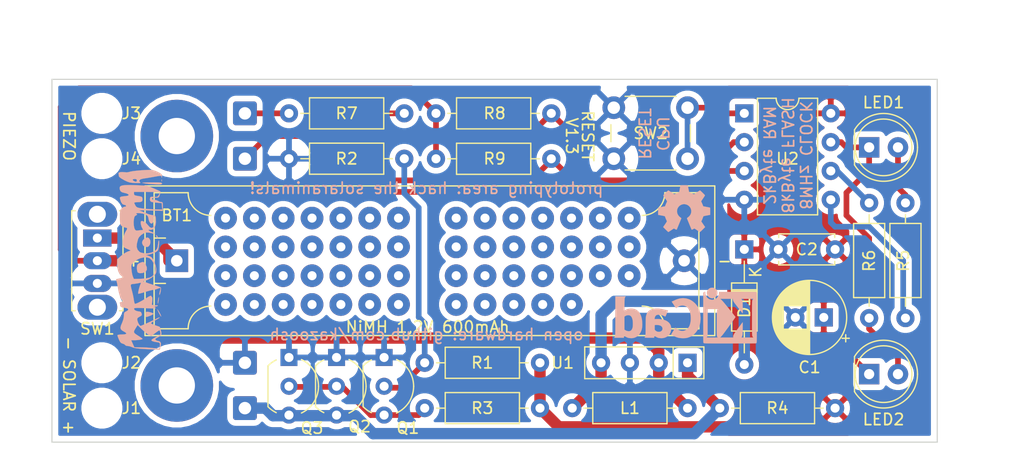
<source format=kicad_pcb>
(kicad_pcb (version 20171130) (host pcbnew "(5.1.9)-1")

  (general
    (thickness 1.6)
    (drawings 15)
    (tracks 111)
    (zones 0)
    (modules 34)
    (nets 18)
  )

  (page A4)
  (layers
    (0 F.Cu signal)
    (31 B.Cu signal)
    (32 B.Adhes user)
    (33 F.Adhes user)
    (34 B.Paste user)
    (35 F.Paste user)
    (36 B.SilkS user)
    (37 F.SilkS user)
    (38 B.Mask user)
    (39 F.Mask user)
    (40 Dwgs.User user)
    (41 Cmts.User user)
    (42 Eco1.User user)
    (43 Eco2.User user)
    (44 Edge.Cuts user)
    (45 Margin user)
    (46 B.CrtYd user)
    (47 F.CrtYd user)
    (48 B.Fab user)
    (49 F.Fab user)
  )

  (setup
    (last_trace_width 0.25)
    (trace_clearance 0.2)
    (zone_clearance 0.508)
    (zone_45_only no)
    (trace_min 0.2)
    (via_size 0.8)
    (via_drill 0.4)
    (via_min_size 0.4)
    (via_min_drill 0.3)
    (uvia_size 0.3)
    (uvia_drill 0.1)
    (uvias_allowed no)
    (uvia_min_size 0.2)
    (uvia_min_drill 0.1)
    (edge_width 0.1)
    (segment_width 0.2)
    (pcb_text_width 0.3)
    (pcb_text_size 1.5 1.5)
    (mod_edge_width 0.15)
    (mod_text_size 1 1)
    (mod_text_width 0.15)
    (pad_size 1.524 1.524)
    (pad_drill 0.762)
    (pad_to_mask_clearance 0)
    (aux_axis_origin 0 0)
    (visible_elements 7FFFEFFF)
    (pcbplotparams
      (layerselection 0x010fc_ffffffff)
      (usegerberextensions false)
      (usegerberattributes true)
      (usegerberadvancedattributes true)
      (creategerberjobfile true)
      (excludeedgelayer true)
      (linewidth 0.100000)
      (plotframeref false)
      (viasonmask false)
      (mode 1)
      (useauxorigin false)
      (hpglpennumber 1)
      (hpglpenspeed 20)
      (hpglpendiameter 15.000000)
      (psnegative false)
      (psa4output false)
      (plotreference true)
      (plotvalue true)
      (plotinvisibletext false)
      (padsonsilk false)
      (subtractmaskfromsilk false)
      (outputformat 1)
      (mirror false)
      (drillshape 1)
      (scaleselection 1)
      (outputdirectory ""))
  )

  (net 0 "")
  (net 1 "Net-(BT1-Pad1)")
  (net 2 GND)
  (net 3 "Net-(C1-Pad1)")
  (net 4 "Net-(D1-Pad2)")
  (net 5 "Net-(J1-Pad1)")
  (net 6 "Net-(J3-Pad1)")
  (net 7 "Net-(J4-Pad1)")
  (net 8 "Net-(LED1-Pad2)")
  (net 9 "Net-(LED1-Pad1)")
  (net 10 "Net-(LED2-Pad2)")
  (net 11 "Net-(Q1-Pad3)")
  (net 12 "Net-(Q1-Pad2)")
  (net 13 "Net-(R5-Pad2)")
  (net 14 "Net-(R6-Pad2)")
  (net 15 "Net-(R7-Pad2)")
  (net 16 "Net-(SW2-Pad1)")
  (net 17 "Net-(L1-Pad1)")

  (net_class Default "Dies ist die voreingestellte Netzklasse."
    (clearance 0.2)
    (trace_width 0.25)
    (via_dia 0.8)
    (via_drill 0.4)
    (uvia_dia 0.3)
    (uvia_drill 0.1)
  )

  (net_class Power ""
    (clearance 0.2)
    (trace_width 1)
    (via_dia 0.8)
    (via_drill 0.4)
    (uvia_dia 0.3)
    (uvia_drill 0.1)
    (diff_pair_width 0.3)
    (diff_pair_gap 0.5)
    (add_net GND)
    (add_net "Net-(BT1-Pad1)")
    (add_net "Net-(C1-Pad1)")
    (add_net "Net-(D1-Pad2)")
    (add_net "Net-(J1-Pad1)")
    (add_net "Net-(L1-Pad1)")
  )

  (net_class Standard ""
    (clearance 0.3)
    (trace_width 0.5)
    (via_dia 0.8)
    (via_drill 0.4)
    (uvia_dia 0.3)
    (uvia_drill 0.1)
    (add_net "Net-(J3-Pad1)")
    (add_net "Net-(J4-Pad1)")
    (add_net "Net-(LED1-Pad1)")
    (add_net "Net-(LED1-Pad2)")
    (add_net "Net-(LED2-Pad2)")
    (add_net "Net-(Q1-Pad2)")
    (add_net "Net-(Q1-Pad3)")
    (add_net "Net-(R5-Pad2)")
    (add_net "Net-(R6-Pad2)")
    (add_net "Net-(R7-Pad2)")
    (add_net "Net-(SW2-Pad1)")
  )

  (module Resistor_THT:R_Axial_DIN0207_L6.3mm_D2.5mm_P10.16mm_Horizontal (layer F.Cu) (tedit 5AE5139B) (tstamp 606B6A41)
    (at 92.837 56.007)
    (descr "Resistor, Axial_DIN0207 series, Axial, Horizontal, pin pitch=10.16mm, 0.25W = 1/4W, length*diameter=6.3*2.5mm^2, http://cdn-reichelt.de/documents/datenblatt/B400/1_4W%23YAG.pdf")
    (tags "Resistor Axial_DIN0207 series Axial Horizontal pin pitch 10.16mm 0.25W = 1/4W length 6.3mm diameter 2.5mm")
    (path /606B9976)
    (fp_text reference R9 (at 5.163 -0.007) (layer F.SilkS)
      (effects (font (size 1 1) (thickness 0.15)))
    )
    (fp_text value 510k (at 5.08 2.37) (layer F.Fab)
      (effects (font (size 1 1) (thickness 0.15)))
    )
    (fp_line (start 11.21 -1.5) (end -1.05 -1.5) (layer F.CrtYd) (width 0.05))
    (fp_line (start 11.21 1.5) (end 11.21 -1.5) (layer F.CrtYd) (width 0.05))
    (fp_line (start -1.05 1.5) (end 11.21 1.5) (layer F.CrtYd) (width 0.05))
    (fp_line (start -1.05 -1.5) (end -1.05 1.5) (layer F.CrtYd) (width 0.05))
    (fp_line (start 9.12 0) (end 8.35 0) (layer F.SilkS) (width 0.12))
    (fp_line (start 1.04 0) (end 1.81 0) (layer F.SilkS) (width 0.12))
    (fp_line (start 8.35 -1.37) (end 1.81 -1.37) (layer F.SilkS) (width 0.12))
    (fp_line (start 8.35 1.37) (end 8.35 -1.37) (layer F.SilkS) (width 0.12))
    (fp_line (start 1.81 1.37) (end 8.35 1.37) (layer F.SilkS) (width 0.12))
    (fp_line (start 1.81 -1.37) (end 1.81 1.37) (layer F.SilkS) (width 0.12))
    (fp_line (start 10.16 0) (end 8.23 0) (layer F.Fab) (width 0.1))
    (fp_line (start 0 0) (end 1.93 0) (layer F.Fab) (width 0.1))
    (fp_line (start 8.23 -1.25) (end 1.93 -1.25) (layer F.Fab) (width 0.1))
    (fp_line (start 8.23 1.25) (end 8.23 -1.25) (layer F.Fab) (width 0.1))
    (fp_line (start 1.93 1.25) (end 8.23 1.25) (layer F.Fab) (width 0.1))
    (fp_line (start 1.93 -1.25) (end 1.93 1.25) (layer F.Fab) (width 0.1))
    (fp_text user %R (at 5.08 0) (layer F.Fab)
      (effects (font (size 1 1) (thickness 0.15)))
    )
    (pad 2 thru_hole oval (at 10.16 0) (size 1.6 1.6) (drill 0.8) (layers *.Cu *.Mask)
      (net 7 "Net-(J4-Pad1)"))
    (pad 1 thru_hole circle (at 0 0) (size 1.6 1.6) (drill 0.8) (layers *.Cu *.Mask)
      (net 17 "Net-(L1-Pad1)"))
    (model ${KISYS3DMOD}/Resistor_THT.3dshapes/R_Axial_DIN0207_L6.3mm_D2.5mm_P10.16mm_Horizontal.wrl
      (at (xyz 0 0 0))
      (scale (xyz 1 1 1))
      (rotate (xyz 0 0 0))
    )
  )

  (module Resistor_THT:R_Axial_DIN0207_L6.3mm_D2.5mm_P10.16mm_Horizontal (layer F.Cu) (tedit 5AE5139B) (tstamp 606B6A2A)
    (at 92.837 52)
    (descr "Resistor, Axial_DIN0207 series, Axial, Horizontal, pin pitch=10.16mm, 0.25W = 1/4W, length*diameter=6.3*2.5mm^2, http://cdn-reichelt.de/documents/datenblatt/B400/1_4W%23YAG.pdf")
    (tags "Resistor Axial_DIN0207 series Axial Horizontal pin pitch 10.16mm 0.25W = 1/4W length 6.3mm diameter 2.5mm")
    (path /606B81AC)
    (fp_text reference R8 (at 5.163 0) (layer F.SilkS)
      (effects (font (size 1 1) (thickness 0.15)))
    )
    (fp_text value 510k (at 5.08 2.37) (layer F.Fab)
      (effects (font (size 1 1) (thickness 0.15)))
    )
    (fp_line (start 11.21 -1.5) (end -1.05 -1.5) (layer F.CrtYd) (width 0.05))
    (fp_line (start 11.21 1.5) (end 11.21 -1.5) (layer F.CrtYd) (width 0.05))
    (fp_line (start -1.05 1.5) (end 11.21 1.5) (layer F.CrtYd) (width 0.05))
    (fp_line (start -1.05 -1.5) (end -1.05 1.5) (layer F.CrtYd) (width 0.05))
    (fp_line (start 9.12 0) (end 8.35 0) (layer F.SilkS) (width 0.12))
    (fp_line (start 1.04 0) (end 1.81 0) (layer F.SilkS) (width 0.12))
    (fp_line (start 8.35 -1.37) (end 1.81 -1.37) (layer F.SilkS) (width 0.12))
    (fp_line (start 8.35 1.37) (end 8.35 -1.37) (layer F.SilkS) (width 0.12))
    (fp_line (start 1.81 1.37) (end 8.35 1.37) (layer F.SilkS) (width 0.12))
    (fp_line (start 1.81 -1.37) (end 1.81 1.37) (layer F.SilkS) (width 0.12))
    (fp_line (start 10.16 0) (end 8.23 0) (layer F.Fab) (width 0.1))
    (fp_line (start 0 0) (end 1.93 0) (layer F.Fab) (width 0.1))
    (fp_line (start 8.23 -1.25) (end 1.93 -1.25) (layer F.Fab) (width 0.1))
    (fp_line (start 8.23 1.25) (end 8.23 -1.25) (layer F.Fab) (width 0.1))
    (fp_line (start 1.93 1.25) (end 8.23 1.25) (layer F.Fab) (width 0.1))
    (fp_line (start 1.93 -1.25) (end 1.93 1.25) (layer F.Fab) (width 0.1))
    (fp_text user %R (at 5.08 0) (layer F.Fab)
      (effects (font (size 1 1) (thickness 0.15)))
    )
    (pad 2 thru_hole oval (at 10.16 0) (size 1.6 1.6) (drill 0.8) (layers *.Cu *.Mask)
      (net 15 "Net-(R7-Pad2)"))
    (pad 1 thru_hole circle (at 0 0) (size 1.6 1.6) (drill 0.8) (layers *.Cu *.Mask)
      (net 17 "Net-(L1-Pad1)"))
    (model ${KISYS3DMOD}/Resistor_THT.3dshapes/R_Axial_DIN0207_L6.3mm_D2.5mm_P10.16mm_Horizontal.wrl
      (at (xyz 0 0 0))
      (scale (xyz 1 1 1))
      (rotate (xyz 0 0 0))
    )
  )

  (module Joe_footprint_Library:Kazoosh!_small_Logo_Bottom_Silkscreen (layer F.Cu) (tedit 606654F2) (tstamp 6066C3CB)
    (at 66.8 64.9 270)
    (fp_text reference G*** (at 0 0 90) (layer F.SilkS) hide
      (effects (font (size 1.524 1.524) (thickness 0.3)))
    )
    (fp_text value LOGO (at 0.75 0 90) (layer F.SilkS) hide
      (effects (font (size 1.524 1.524) (thickness 0.3)))
    )
    (fp_poly (pts (xy -4.336165 -0.841375) (xy -4.34492 -0.495104) (xy -4.34808 -0.212533) (xy -4.34582 -0.009512)
      (xy -4.338313 0.098112) (xy -4.325911 0.09525) (xy -4.274367 -0.06507) (xy -4.187336 -0.285052)
      (xy -4.106868 -0.466508) (xy -4.010783 -0.705675) (xy -3.941948 -0.940207) (xy -3.919214 -1.079258)
      (xy -3.903348 -1.228393) (xy -3.854522 -1.304472) (xy -3.73676 -1.340881) (xy -3.6195 -1.357388)
      (xy -3.289887 -1.36791) (xy -3.006416 -1.316962) (xy -2.7884 -1.213953) (xy -2.655156 -1.068294)
      (xy -2.625998 -0.889397) (xy -2.628609 -0.874585) (xy -2.640784 -0.736433) (xy -2.608905 -0.703519)
      (xy -2.546428 -0.767845) (xy -2.466807 -0.921417) (xy -2.440584 -0.986324) (xy -2.352767 -1.192694)
      (xy -2.293252 -1.289511) (xy -2.269278 -1.275378) (xy -2.288081 -1.148895) (xy -2.325863 -1.008492)
      (xy -2.381098 -0.745366) (xy -2.389752 -0.513138) (xy -2.383402 -0.465386) (xy -2.305061 -0.260719)
      (xy -2.163682 -0.052475) (xy -1.993279 0.118136) (xy -1.827869 0.209904) (xy -1.825531 0.210486)
      (xy -1.672682 0.248279) (xy -1.469871 0.299106) (xy -1.414796 0.313009) (xy -1.124571 0.333922)
      (xy -0.87147 0.252707) (xy -0.682419 0.080908) (xy -0.624131 -0.025953) (xy -0.552961 -0.331842)
      (xy -0.557664 -0.678253) (xy -0.633527 -1.008736) (xy -0.721561 -1.192736) (xy -0.839918 -1.358962)
      (xy -0.961444 -1.459182) (xy -1.126921 -1.515257) (xy -1.377132 -1.549047) (xy -1.388339 -1.550134)
      (xy -1.600942 -1.579425) (xy -1.692792 -1.609573) (xy -1.669889 -1.63345) (xy -1.538228 -1.64393)
      (xy -1.317008 -1.634916) (xy -1.083213 -1.606483) (xy -0.89193 -1.564333) (xy -0.789464 -1.520443)
      (xy -0.674579 -1.372543) (xy -0.563931 -1.141333) (xy -0.476138 -0.869686) (xy -0.44631 -0.73025)
      (xy -0.402467 -0.47625) (xy -0.378111 -0.567209) (xy -0.198461 -0.567209) (xy -0.185335 -0.261965)
      (xy -0.128705 -0.00633) (xy -0.04498 0.197493) (xy 0.089032 0.419026) (xy 0.244137 0.617631)
      (xy 0.391143 0.752668) (xy 0.4338 0.77675) (xy 0.573895 0.799702) (xy 0.793328 0.796223)
      (xy 1.048256 0.770792) (xy 1.294835 0.727889) (xy 1.489222 0.671995) (xy 1.49937 0.667867)
      (xy 1.702449 0.583015) (xy 1.688901 -0.041868) (xy 1.660288 -0.477557) (xy 1.590323 -0.805152)
      (xy 1.470652 -1.039196) (xy 1.292916 -1.194234) (xy 1.048761 -1.284809) (xy 0.965533 -1.300899)
      (xy 0.778569 -1.316315) (xy 0.60532 -1.285593) (xy 0.390962 -1.197627) (xy 0.344059 -1.174992)
      (xy 0.057651 -1.002501) (xy -0.120327 -0.80698) (xy -0.198461 -0.567209) (xy -0.378111 -0.567209)
      (xy -0.351455 -0.66675) (xy -0.280003 -0.846607) (xy -0.197847 -0.975793) (xy -0.024797 -1.111908)
      (xy 0.229944 -1.238026) (xy 0.521273 -1.336947) (xy 0.804084 -1.391472) (xy 0.906733 -1.397)
      (xy 1.109328 -1.386533) (xy 1.249681 -1.337975) (xy 1.385998 -1.225593) (xy 1.454457 -1.154862)
      (xy 1.611907 -0.946149) (xy 1.751632 -0.692131) (xy 1.800145 -0.57306) (xy 1.91754 -0.233397)
      (xy 2.042691 -0.577074) (xy 2.131823 -0.834161) (xy 2.229475 -1.134087) (xy 2.28973 -1.329635)
      (xy 2.359339 -1.545537) (xy 2.422811 -1.712399) (xy 2.464799 -1.7917) (xy 2.551556 -1.808168)
      (xy 2.718837 -1.794382) (xy 2.862365 -1.767842) (xy 3.027952 -1.723188) (xy 3.108372 -1.685435)
      (xy 3.095111 -1.666146) (xy 2.962221 -1.668895) (xy 2.78312 -1.707988) (xy 2.757481 -1.716074)
      (xy 2.604294 -1.757598) (xy 2.51108 -1.766016) (xy 2.503161 -1.762329) (xy 2.507167 -1.691709)
      (xy 2.552133 -1.550968) (xy 2.570916 -1.50404) (xy 2.634954 -1.314395) (xy 2.666961 -1.148483)
      (xy 2.667765 -1.129165) (xy 2.68714 -1.006282) (xy 2.738381 -0.798951) (xy 2.812248 -0.54289)
      (xy 2.852831 -0.413769) (xy 2.930072 -0.162345) (xy 2.985463 0.042226) (xy 3.011582 0.171136)
      (xy 3.010797 0.199322) (xy 2.940968 0.206538) (xy 2.78821 0.183142) (xy 2.590213 0.138273)
      (xy 2.384667 0.081072) (xy 2.209262 0.020677) (xy 2.134331 -0.013203) (xy 2.049708 -0.046037)
      (xy 2.039998 0.007468) (xy 2.056787 0.072168) (xy 2.089373 0.222909) (xy 2.123421 0.437295)
      (xy 2.138359 0.55463) (xy 2.154299 0.703436) (xy 2.176127 0.799382) (xy 2.225817 0.847169)
      (xy 2.325346 0.851498) (xy 2.496687 0.817071) (xy 2.761817 0.748586) (xy 2.88925 0.715254)
      (xy 3.161175 0.652442) (xy 3.443167 0.599226) (xy 3.58775 0.578018) (xy 3.767782 0.54486)
      (xy 3.880933 0.501912) (xy 3.901224 0.47625) (xy 3.861243 0.338362) (xy 3.760962 0.120569)
      (xy 3.612791 -0.152908) (xy 3.429138 -0.457845) (xy 3.395998 -0.509954) (xy 3.252932 -0.746301)
      (xy 3.186642 -0.890716) (xy 3.194173 -0.950121) (xy 3.207166 -0.9525) (xy 3.291398 -0.987214)
      (xy 3.302 -1.016555) (xy 3.360966 -1.049638) (xy 3.526968 -1.051465) (xy 3.641786 -1.040675)
      (xy 3.981572 -1.000739) (xy 4.022503 -1.205392) (xy 4.040977 -1.363031) (xy 4.029652 -1.464468)
      (xy 4.028219 -1.467022) (xy 4.039719 -1.520674) (xy 4.060252 -1.524) (xy 4.109698 -1.469183)
      (xy 4.129519 -1.349375) (xy 4.135943 -1.230386) (xy 4.167205 -1.226728) (xy 4.228492 -1.30175)
      (xy 4.264498 -1.339166) (xy 4.288751 -1.330545) (xy 4.302225 -1.260453) (xy 4.305898 -1.113453)
      (xy 4.300744 -0.874108) (xy 4.287739 -0.526982) (xy 4.283671 -0.428625) (xy 4.269006 -0.050004)
      (xy 4.262427 0.21982) (xy 4.265036 0.398856) (xy 4.277939 0.505116) (xy 4.302241 0.556608)
      (xy 4.339047 0.571344) (xy 4.345019 0.5715) (xy 4.442813 0.514434) (xy 4.523374 0.368964)
      (xy 4.568185 0.173678) (xy 4.572 0.098522) (xy 4.621681 -0.037718) (xy 4.714875 -0.086977)
      (xy 4.84414 -0.117092) (xy 4.919748 -0.099824) (xy 4.985771 -0.011063) (xy 5.042065 0.092011)
      (xy 5.131332 0.233377) (xy 5.220339 0.284466) (xy 5.356896 0.272555) (xy 5.35813 0.272314)
      (xy 5.417228 0.254175) (xy 5.779156 0.254175) (xy 6.078718 0.440627) (xy 6.24608 0.538649)
      (xy 6.365861 0.57588) (xy 6.465036 0.540788) (xy 6.570583 0.421841) (xy 6.709477 0.207505)
      (xy 6.740116 0.157882) (xy 6.855678 -0.020597) (xy 6.947431 -0.145943) (xy 6.992566 -0.189202)
      (xy 7.02919 -0.132607) (xy 7.064528 0.01672) (xy 7.093099 0.224578) (xy 7.109421 0.45677)
      (xy 7.111301 0.551577) (xy 7.112 0.817405) (xy 7.422373 0.678577) (xy 7.732747 0.53975)
      (xy 7.741637 -0.127) (xy 7.751992 -0.459891) (xy 7.772334 -0.796126) (xy 7.799133 -1.083674)
      (xy 7.814001 -1.193877) (xy 7.841551 -1.410892) (xy 7.850244 -1.578671) (xy 7.84024 -1.654252)
      (xy 7.758109 -1.693276) (xy 7.601986 -1.71365) (xy 7.560933 -1.7145) (xy 7.414656 -1.708605)
      (xy 7.338174 -1.668778) (xy 7.300321 -1.561804) (xy 7.277901 -1.412875) (xy 7.240484 -1.212638)
      (xy 7.193456 -1.056533) (xy 7.173264 -1.016) (xy 7.114899 -0.959673) (xy 7.049637 -1.001349)
      (xy 7.012028 -1.04775) (xy 6.928769 -1.179649) (xy 6.826597 -1.372463) (xy 6.77511 -1.480533)
      (xy 6.687726 -1.657959) (xy 6.616487 -1.743112) (xy 6.530398 -1.761647) (xy 6.44988 -1.749746)
      (xy 6.307939 -1.714642) (xy 6.234536 -1.683704) (xy 6.255607 -1.623023) (xy 6.338767 -1.491058)
      (xy 6.466469 -1.315451) (xy 6.477095 -1.301627) (xy 6.749126 -0.949024) (xy 6.628938 -0.720412)
      (xy 6.525458 -0.563624) (xy 6.362594 -0.359603) (xy 6.172898 -0.148732) (xy 6.143953 -0.118813)
      (xy 5.779156 0.254175) (xy 5.417228 0.254175) (xy 5.551328 0.213016) (xy 5.720074 0.125551)
      (xy 5.825318 0.032791) (xy 5.842 -0.011088) (xy 5.816162 -0.092993) (xy 5.747011 -0.261418)
      (xy 5.647091 -0.488825) (xy 5.528945 -0.747677) (xy 5.405116 -1.010437) (xy 5.288149 -1.249566)
      (xy 5.20096 -1.418389) (xy 5.127741 -1.572716) (xy 5.097301 -1.675267) (xy 5.100738 -1.692906)
      (xy 5.14281 -1.656804) (xy 5.225104 -1.53294) (xy 5.330763 -1.347003) (xy 5.343933 -1.322267)
      (xy 5.455049 -1.12518) (xy 5.548955 -0.981953) (xy 5.60673 -0.921196) (xy 5.609479 -0.92075)
      (xy 5.655849 -0.976002) (xy 5.724257 -1.120157) (xy 5.792684 -1.30175) (xy 5.861949 -1.501413)
      (xy 5.914117 -1.64553) (xy 5.936387 -1.699766) (xy 6.000187 -1.723842) (xy 6.149288 -1.767401)
      (xy 6.275903 -1.80129) (xy 6.47967 -1.84473) (xy 6.617544 -1.834195) (xy 6.7234 -1.751395)
      (xy 6.831116 -1.578041) (xy 6.886046 -1.471882) (xy 6.966152 -1.338553) (xy 7.031472 -1.306955)
      (xy 7.084204 -1.336782) (xy 7.157467 -1.457466) (xy 7.1755 -1.56037) (xy 7.22964 -1.715142)
      (xy 7.365212 -1.801877) (xy 7.486144 -1.805272) (xy 7.62385 -1.777615) (xy 7.767571 -1.747687)
      (xy 7.946892 -1.709723) (xy 7.910354 -0.838987) (xy 7.887122 -0.354837) (xy 7.861576 0.020772)
      (xy 7.83139 0.306302) (xy 7.794239 0.52021) (xy 7.747796 0.680958) (xy 7.707004 0.774721)
      (xy 7.641146 0.969602) (xy 7.62 1.133052) (xy 7.593685 1.277225) (xy 7.533779 1.352998)
      (xy 7.460462 1.433809) (xy 7.410227 1.572739) (xy 7.361574 1.698829) (xy 7.254107 1.796746)
      (xy 7.056051 1.895697) (xy 6.866766 1.972093) (xy 6.721772 2.021553) (xy 6.671603 2.032)
      (xy 6.632838 1.972886) (xy 6.609178 1.812202) (xy 6.604 1.654747) (xy 6.590671 1.399312)
      (xy 6.551401 1.265109) (xy 6.487267 1.253303) (xy 6.399344 1.365063) (xy 6.376219 1.407693)
      (xy 6.252622 1.620837) (xy 6.134793 1.737671) (xy 5.992678 1.766189) (xy 5.796224 1.714385)
      (xy 5.57843 1.61987) (xy 5.266178 1.508386) (xy 4.969526 1.461548) (xy 4.944828 1.46112)
      (xy 4.759458 1.452099) (xy 4.656445 1.41092) (xy 4.5915 1.314879) (xy 4.572 1.27)
      (xy 4.49443 1.138571) (xy 4.413977 1.079725) (xy 4.409825 1.0795) (xy 4.350056 1.100091)
      (xy 4.304142 1.178272) (xy 4.262225 1.338651) (xy 4.225417 1.539875) (xy 4.177875 1.707803)
      (xy 4.100796 1.774166) (xy 4.066316 1.778) (xy 3.907131 1.798679) (xy 3.846943 1.816543)
      (xy 3.772138 1.814687) (xy 3.746995 1.714449) (xy 3.7465 1.684887) (xy 3.72508 1.560573)
      (xy 3.648924 1.533887) (xy 3.635375 1.536088) (xy 3.540907 1.597191) (xy 3.52425 1.647823)
      (xy 3.466024 1.707105) (xy 3.309072 1.778725) (xy 3.079978 1.854382) (xy 2.805327 1.925778)
      (xy 2.511704 1.984611) (xy 2.38125 2.004669) (xy 2.162783 2.043665) (xy 1.963306 2.093008)
      (xy 1.943149 2.099297) (xy 1.807809 2.14135) (xy 1.739764 2.158999) (xy 1.739651 2.159)
      (xy 1.717267 2.103489) (xy 1.685876 1.965664) (xy 1.677484 1.920875) (xy 1.625156 1.686039)
      (xy 1.571962 1.57217) (xy 1.51339 1.573286) (xy 1.466045 1.640638) (xy 1.303396 1.819696)
      (xy 1.043717 1.955405) (xy 0.712566 2.037597) (xy 0.417236 2.058) (xy -0.022778 2.056354)
      (xy -0.314194 1.730991) (xy -0.483981 1.51668) (xy -0.6296 1.289838) (xy -0.706256 1.131439)
      (xy -0.806902 0.85725) (xy -0.949044 1.18603) (xy -1.040142 1.377721) (xy -1.124292 1.483093)
      (xy -1.23683 1.535581) (xy -1.341183 1.557047) (xy -1.650466 1.563435) (xy -2.000667 1.499745)
      (xy -2.33644 1.378739) (xy -2.498202 1.290273) (xy -2.669409 1.191563) (xy -2.76641 1.178316)
      (xy -2.81444 1.257002) (xy -2.833067 1.376094) (xy -2.891991 1.549189) (xy -2.9831 1.677821)
      (xy -3.05856 1.739003) (xy -3.155954 1.777927) (xy -3.303575 1.799438) (xy -3.529718 1.808377)
      (xy -3.753762 1.80975) (xy -4.044994 1.808223) (xy -4.238252 1.799203) (xy -4.36256 1.776034)
      (xy -4.44694 1.732057) (xy -4.520415 1.660614) (xy -4.549507 1.627214) (xy -4.643541 1.487314)
      (xy -4.676339 1.373627) (xy -4.673002 1.357339) (xy -4.690231 1.281075) (xy -4.732743 1.27)
      (xy -4.807281 1.325206) (xy -4.826 1.427119) (xy -4.887709 1.581827) (xy -5.070567 1.709271)
      (xy -5.348452 1.80169) (xy -5.454264 1.813308) (xy -5.522871 1.772566) (xy -5.565125 1.65814)
      (xy -5.591876 1.448702) (xy -5.602825 1.30175) (xy -5.636271 1.111559) (xy -5.694685 1.038364)
      (xy -5.765177 1.077937) (xy -5.834857 1.226046) (xy -5.876133 1.391436) (xy -5.941374 1.628925)
      (xy -6.040386 1.765348) (xy -6.198651 1.82637) (xy -6.318624 1.837036) (xy -6.42093 1.81563)
      (xy -6.49568 1.734406) (xy -6.545427 1.580153) (xy -6.572724 1.339657) (xy -6.580124 0.999706)
      (xy -6.57018 0.547086) (xy -6.569827 0.53695) (xy -6.556315 0.189156) (xy -6.541646 -0.124847)
      (xy -6.527276 -0.377718) (xy -6.514666 -0.542114) (xy -6.511092 -0.5715) (xy -5.969 -0.5715)
      (xy -5.969 0.5715) (xy -5.817459 0.5715) (xy -5.729702 0.558267) (xy -5.67517 0.498806)
      (xy -5.637105 0.363471) (xy -5.611084 0.206375) (xy -5.575074 -0.000129) (xy -5.533337 -0.11235)
      (xy -5.466236 -0.162242) (xy -5.37389 -0.17959) (xy -5.213316 -0.175931) (xy -5.11836 -0.10574)
      (xy -5.074158 0.051807) (xy -5.065347 0.252609) (xy -5.053216 0.462022) (xy -5.01652 0.548608)
      (xy -4.993299 0.548637) (xy -4.797685 0.46064) (xy -4.674588 0.379386) (xy -4.601604 0.27177)
      (xy -4.586051 0.214367) (xy -4.099798 0.214367) (xy -4.087114 0.350897) (xy -4.063027 0.381)
      (xy -4.003636 0.33067) (xy -3.99857 0.301625) (xy -3.973054 0.285259) (xy -3.925705 0.34925)
      (xy -3.85975 0.460769) (xy -3.796117 0.518277) (xy -3.686782 0.552666) (xy -3.572577 0.576416)
      (xy -3.316347 0.601806) (xy -3.038006 0.588713) (xy -2.790484 0.542298) (xy -2.653764 0.486834)
      (xy -2.567194 0.390678) (xy -2.566751 0.2359) (xy -2.567847 0.230187) (xy -2.595054 0.03674)
      (xy -2.6035 -0.104652) (xy -2.61306 -0.208631) (xy -2.665402 -0.213009) (xy -2.746375 -0.164912)
      (xy -2.91057 -0.087289) (xy -3.1 -0.035877) (xy -3.270922 -0.018173) (xy -3.379594 -0.041676)
      (xy -3.391578 -0.054323) (xy -3.400347 -0.17656) (xy -3.331218 -0.341523) (xy -3.20537 -0.512487)
      (xy -3.048 -0.650077) (xy -2.868863 -0.809295) (xy -2.798357 -0.965595) (xy -2.838324 -1.101396)
      (xy -2.990476 -1.199068) (xy -3.16555 -1.240845) (xy -3.372157 -1.263599) (xy -3.572935 -1.267047)
      (xy -3.73052 -1.250905) (xy -3.807549 -1.21489) (xy -3.81 -1.205291) (xy -3.758626 -1.168827)
      (xy -3.664647 -1.177062) (xy -3.482422 -1.183901) (xy -3.312669 -1.129841) (xy -3.198685 -1.034054)
      (xy -3.175 -0.960284) (xy -3.231663 -0.857748) (xy -3.374915 -0.767095) (xy -3.564657 -0.709054)
      (xy -3.681407 -0.6985) (xy -3.84163 -0.638552) (xy -3.970144 -0.468815) (xy -4.057949 -0.204456)
      (xy -4.086469 -0.015875) (xy -4.099798 0.214367) (xy -4.586051 0.214367) (xy -4.556332 0.104687)
      (xy -4.516367 -0.154967) (xy -4.51616 -0.156434) (xy -4.480925 -0.464856) (xy -4.45101 -0.8334)
      (xy -4.431582 -1.195186) (xy -4.428661 -1.288752) (xy -4.41325 -1.910754) (xy -4.98475 -1.87325)
      (xy -5.02064 -1.411911) (xy -5.051271 -1.127784) (xy -5.098041 -0.950018) (xy -5.173588 -0.858023)
      (xy -5.290551 -0.831209) (xy -5.37389 -0.836411) (xy -5.479935 -0.855619) (xy -5.531393 -0.904312)
      (xy -5.544069 -1.016613) (xy -5.536201 -1.186836) (xy -5.529975 -1.383591) (xy -5.553401 -1.496498)
      (xy -5.62349 -1.568079) (xy -5.707673 -1.615461) (xy -5.846871 -1.682629) (xy -5.930555 -1.714162)
      (xy -5.934097 -1.7145) (xy -5.945247 -1.654342) (xy -5.954923 -1.487223) (xy -5.962514 -1.233182)
      (xy -5.967407 -0.912256) (xy -5.969 -0.5715) (xy -6.511092 -0.5715) (xy -6.510373 -0.577408)
      (xy -6.476698 -0.686196) (xy -6.404036 -0.874537) (xy -6.307596 -1.107127) (xy -6.202585 -1.348664)
      (xy -6.104213 -1.563844) (xy -6.027686 -1.717364) (xy -5.998822 -1.764881) (xy -5.93577 -1.759231)
      (xy -5.793737 -1.723074) (xy -5.722829 -1.701795) (xy -5.564877 -1.646068) (xy -5.488103 -1.580295)
      (xy -5.463222 -1.461555) (xy -5.461001 -1.31804) (xy -5.449795 -1.123841) (xy -5.411311 -1.031911)
      (xy -5.36575 -1.016) (xy -5.291945 -1.069707) (xy -5.268481 -1.222375) (xy -5.238493 -1.408361)
      (xy -5.173231 -1.552012) (xy -5.097932 -1.711988) (xy -5.08 -1.821887) (xy -5.07044 -1.902594)
      (xy -5.022183 -1.946563) (xy -4.905869 -1.964848) (xy -4.692138 -1.9685) (xy -4.301068 -1.9685)
      (xy -4.336165 -0.841375)) (layer B.SilkS) (width 0.01))
    (fp_poly (pts (xy -7.202411 -1.887007) (xy -7.223889 -1.872763) (xy -7.277211 -1.86142) (xy -7.334384 -1.849106)
      (xy -7.370673 -1.825058) (xy -7.385911 -1.768698) (xy -7.379932 -1.659449) (xy -7.35257 -1.476734)
      (xy -7.303657 -1.199975) (xy -7.270362 -1.016) (xy -7.221292 -0.733609) (xy -7.176072 -0.454681)
      (xy -7.145076 -0.24375) (xy -7.090873 -0.030371) (xy -7.005516 0.089471) (xy -6.903159 0.104013)
      (xy -6.816575 0.029256) (xy -6.779761 0.00047) (xy -6.759106 0.049572) (xy -6.752427 0.192582)
      (xy -6.757543 0.44552) (xy -6.757999 0.459237) (xy -6.773848 0.746873) (xy -6.807942 0.962443)
      (xy -6.874541 1.160821) (xy -6.987905 1.396878) (xy -7.01534 1.449437) (xy -7.171383 1.718901)
      (xy -7.294046 1.869035) (xy -7.368673 1.905) (xy -7.521769 1.92466) (xy -7.575223 1.940537)
      (xy -7.66232 1.918687) (xy -7.708345 1.814655) (xy -7.724697 1.645638) (xy -7.713225 1.435107)
      (xy -7.707462 1.394356) (xy -7.696526 1.190839) (xy -7.72305 1.020596) (xy -7.732776 0.996363)
      (xy -7.769255 0.864293) (xy -7.806365 0.635768) (xy -7.821651 0.508) (xy -7.112 0.508)
      (xy -7.087704 0.656831) (xy -7.025302 0.691068) (xy -6.940528 0.605057) (xy -6.923735 0.575674)
      (xy -6.863039 0.416577) (xy -6.897451 0.334448) (xy -6.985 0.3175) (xy -7.077961 0.347436)
      (xy -7.11069 0.458824) (xy -7.112 0.508) (xy -7.821651 0.508) (xy -7.841597 0.341291)
      (xy -7.872445 0.01137) (xy -7.8964 -0.323492) (xy -7.910957 -0.632787) (xy -7.913607 -0.886012)
      (xy -7.901844 -1.052661) (xy -7.901393 -1.055184) (xy -7.845065 -1.257945) (xy -7.754267 -1.484119)
      (xy -7.649608 -1.689872) (xy -7.5517 -1.831371) (xy -7.52475 -1.856225) (xy -7.416482 -1.88973)
      (xy -7.3025 -1.895381) (xy -7.202411 -1.887007)) (layer B.SilkS) (width 0.01))
    (fp_poly (pts (xy -6.663989 -1.882252) (xy -6.640476 -1.800279) (xy -6.632596 -1.638493) (xy -6.638237 -1.376305)
      (xy -6.641795 -1.285875) (xy -6.659272 -0.979558) (xy -6.684092 -0.686168) (xy -6.712001 -0.452492)
      (xy -6.724093 -0.381) (xy -6.758789 -0.21178) (xy -6.777283 -0.159807) (xy -6.787778 -0.217694)
      (xy -6.794625 -0.3175) (xy -6.805052 -0.570384) (xy -6.810976 -0.89594) (xy -6.811977 -1.239906)
      (xy -6.807634 -1.548021) (xy -6.804859 -1.635125) (xy -6.779551 -1.826728) (xy -6.721021 -1.902916)
      (xy -6.705245 -1.905) (xy -6.663989 -1.882252)) (layer B.SilkS) (width 0.01))
    (fp_poly (pts (xy -1.32272 -0.830118) (xy -1.173945 -0.724367) (xy -1.122577 -0.62726) (xy -1.119284 -0.412614)
      (xy -1.225623 -0.250231) (xy -1.31012 -0.198241) (xy -1.452601 -0.142247) (xy -1.557941 -0.144686)
      (xy -1.694106 -0.202485) (xy -1.818342 -0.308728) (xy -1.908856 -0.453808) (xy -1.951776 -0.600212)
      (xy -1.91871 -0.705903) (xy -1.871784 -0.763621) (xy -1.715351 -0.857701) (xy -1.517759 -0.877215)
      (xy -1.32272 -0.830118)) (layer B.SilkS) (width 0.01))
    (fp_poly (pts (xy 4.835802 -1.086035) (xy 4.917322 -0.933022) (xy 5.004723 -0.710788) (xy 5.044922 -0.587375)
      (xy 5.060649 -0.491952) (xy 5.007892 -0.452231) (xy 4.865776 -0.4445) (xy 4.706755 -0.460141)
      (xy 4.610892 -0.498426) (xy 4.605763 -0.504743) (xy 4.59619 -0.599177) (xy 4.619419 -0.755397)
      (xy 4.663557 -0.9281) (xy 4.716715 -1.071979) (xy 4.767002 -1.141729) (xy 4.773278 -1.143)
      (xy 4.835802 -1.086035)) (layer B.SilkS) (width 0.01))
    (fp_poly (pts (xy -1.888391 -1.514627) (xy -2.00025 -1.43459) (xy -2.110449 -1.377823) (xy -2.158897 -1.383428)
      (xy -2.159 -1.385344) (xy -2.107725 -1.448928) (xy -2.00025 -1.512446) (xy -1.8854 -1.557587)
      (xy -1.8415 -1.561692) (xy -1.888391 -1.514627)) (layer B.SilkS) (width 0.01))
    (fp_poly (pts (xy 5.010327 -1.805306) (xy 4.925734 -1.744582) (xy 4.76582 -1.653823) (xy 4.699 -1.61925)
      (xy 4.527048 -1.536375) (xy 4.411751 -1.488961) (xy 4.3815 -1.484909) (xy 4.431405 -1.531609)
      (xy 4.554015 -1.611454) (xy 4.708671 -1.700339) (xy 4.854715 -1.774158) (xy 4.905375 -1.795505)
      (xy 5.007554 -1.825709) (xy 5.010327 -1.805306)) (layer B.SilkS) (width 0.01))
    (fp_poly (pts (xy 3.52425 -1.607898) (xy 3.711321 -1.582543) (xy 3.838473 -1.558284) (xy 3.868208 -1.547614)
      (xy 3.845084 -1.529048) (xy 3.738354 -1.528998) (xy 3.58948 -1.543916) (xy 3.439924 -1.570257)
      (xy 3.3655 -1.590614) (xy 3.311724 -1.617881) (xy 3.380972 -1.621617) (xy 3.52425 -1.607898)) (layer B.SilkS) (width 0.01))
    (fp_poly (pts (xy -6.905625 -1.883555) (xy -6.897648 -1.860378) (xy -6.985 -1.851527) (xy -7.075147 -1.861506)
      (xy -7.064375 -1.883555) (xy -6.934369 -1.891942) (xy -6.905625 -1.883555)) (layer B.SilkS) (width 0.01))
    (fp_poly (pts (xy 1.050183 -0.469873) (xy 1.109619 -0.384154) (xy 1.186425 -0.163831) (xy 1.201062 0.051102)
      (xy 1.152006 0.214561) (xy 1.1303 0.2413) (xy 1.02482 0.28669) (xy 0.84547 0.313962)
      (xy 0.750763 0.3175) (xy 0.547557 0.30463) (xy 0.42601 0.25551) (xy 0.355014 0.174625)
      (xy 0.265397 -0.004719) (xy 0.221716 -0.134709) (xy 0.212005 -0.254808) (xy 0.272277 -0.346945)
      (xy 0.399535 -0.436334) (xy 0.661124 -0.554138) (xy 0.882218 -0.565008) (xy 1.050183 -0.469873)) (layer B.SilkS) (width 0.01))
  )

  (module Joe_footprint_Library:OSHW-Logo2_7.3x6mm_Bottom_SilkScreen (layer F.Cu) (tedit 6066530D) (tstamp 6066BF0C)
    (at 114.7 61.1)
    (descr "Open Source Hardware Symbol")
    (tags "Logo Symbol OSHW")
    (attr virtual)
    (fp_text reference REF** (at 0 0) (layer F.SilkS) hide
      (effects (font (size 1 1) (thickness 0.15)))
    )
    (fp_text value OSHW-Logo2_7.3x6mm_Bottom_SilkScreen (at 0.75 0) (layer F.Fab) hide
      (effects (font (size 1 1) (thickness 0.15)))
    )
    (fp_poly (pts (xy 0.10391 -2.757652) (xy 0.182454 -2.757222) (xy 0.239298 -2.756058) (xy 0.278105 -2.753793)
      (xy 0.302538 -2.75006) (xy 0.316262 -2.744494) (xy 0.32294 -2.736727) (xy 0.326236 -2.726395)
      (xy 0.326556 -2.725057) (xy 0.331562 -2.700921) (xy 0.340829 -2.653299) (xy 0.353392 -2.587259)
      (xy 0.368287 -2.507872) (xy 0.384551 -2.420204) (xy 0.385119 -2.417125) (xy 0.40141 -2.331211)
      (xy 0.416652 -2.255304) (xy 0.429861 -2.193955) (xy 0.440054 -2.151718) (xy 0.446248 -2.133145)
      (xy 0.446543 -2.132816) (xy 0.464788 -2.123747) (xy 0.502405 -2.108633) (xy 0.551271 -2.090738)
      (xy 0.551543 -2.090642) (xy 0.613093 -2.067507) (xy 0.685657 -2.038035) (xy 0.754057 -2.008403)
      (xy 0.757294 -2.006938) (xy 0.868702 -1.956374) (xy 1.115399 -2.12484) (xy 1.191077 -2.176197)
      (xy 1.259631 -2.222111) (xy 1.317088 -2.25997) (xy 1.359476 -2.287163) (xy 1.382825 -2.301079)
      (xy 1.385042 -2.302111) (xy 1.40201 -2.297516) (xy 1.433701 -2.275345) (xy 1.481352 -2.234553)
      (xy 1.546198 -2.174095) (xy 1.612397 -2.109773) (xy 1.676214 -2.046388) (xy 1.733329 -1.988549)
      (xy 1.780305 -1.939825) (xy 1.813703 -1.90379) (xy 1.830085 -1.884016) (xy 1.830694 -1.882998)
      (xy 1.832505 -1.869428) (xy 1.825683 -1.847267) (xy 1.80854 -1.813522) (xy 1.779393 -1.7652)
      (xy 1.736555 -1.699308) (xy 1.679448 -1.614483) (xy 1.628766 -1.539823) (xy 1.583461 -1.47286)
      (xy 1.54615 -1.417484) (xy 1.519452 -1.37758) (xy 1.505985 -1.357038) (xy 1.505137 -1.355644)
      (xy 1.506781 -1.335962) (xy 1.519245 -1.297707) (xy 1.540048 -1.248111) (xy 1.547462 -1.232272)
      (xy 1.579814 -1.16171) (xy 1.614328 -1.081647) (xy 1.642365 -1.012371) (xy 1.662568 -0.960955)
      (xy 1.678615 -0.921881) (xy 1.687888 -0.901459) (xy 1.689041 -0.899886) (xy 1.706096 -0.897279)
      (xy 1.746298 -0.890137) (xy 1.804302 -0.879477) (xy 1.874763 -0.866315) (xy 1.952335 -0.851667)
      (xy 2.031672 -0.836551) (xy 2.107431 -0.821982) (xy 2.174264 -0.808978) (xy 2.226828 -0.798555)
      (xy 2.259776 -0.79173) (xy 2.267857 -0.789801) (xy 2.276205 -0.785038) (xy 2.282506 -0.774282)
      (xy 2.287045 -0.753902) (xy 2.290104 -0.720266) (xy 2.291967 -0.669745) (xy 2.292918 -0.598708)
      (xy 2.29324 -0.503524) (xy 2.293257 -0.464508) (xy 2.293257 -0.147201) (xy 2.217057 -0.132161)
      (xy 2.174663 -0.124005) (xy 2.1114 -0.112101) (xy 2.034962 -0.097884) (xy 1.953043 -0.08279)
      (xy 1.9304 -0.078645) (xy 1.854806 -0.063947) (xy 1.788953 -0.049495) (xy 1.738366 -0.036625)
      (xy 1.708574 -0.026678) (xy 1.703612 -0.023713) (xy 1.691426 -0.002717) (xy 1.673953 0.037967)
      (xy 1.654577 0.090322) (xy 1.650734 0.1016) (xy 1.625339 0.171523) (xy 1.593817 0.250418)
      (xy 1.562969 0.321266) (xy 1.562817 0.321595) (xy 1.511447 0.432733) (xy 1.680399 0.681253)
      (xy 1.849352 0.929772) (xy 1.632429 1.147058) (xy 1.566819 1.211726) (xy 1.506979 1.268733)
      (xy 1.456267 1.315033) (xy 1.418046 1.347584) (xy 1.395675 1.363343) (xy 1.392466 1.364343)
      (xy 1.373626 1.356469) (xy 1.33518 1.334578) (xy 1.28133 1.301267) (xy 1.216276 1.259131)
      (xy 1.14594 1.211943) (xy 1.074555 1.16381) (xy 1.010908 1.121928) (xy 0.959041 1.088871)
      (xy 0.922995 1.067218) (xy 0.906867 1.059543) (xy 0.887189 1.066037) (xy 0.849875 1.08315)
      (xy 0.802621 1.107326) (xy 0.797612 1.110013) (xy 0.733977 1.141927) (xy 0.690341 1.157579)
      (xy 0.663202 1.157745) (xy 0.649057 1.143204) (xy 0.648975 1.143) (xy 0.641905 1.125779)
      (xy 0.625042 1.084899) (xy 0.599695 1.023525) (xy 0.567171 0.944819) (xy 0.528778 0.851947)
      (xy 0.485822 0.748072) (xy 0.444222 0.647502) (xy 0.398504 0.536516) (xy 0.356526 0.433703)
      (xy 0.319548 0.342215) (xy 0.288827 0.265201) (xy 0.265622 0.205815) (xy 0.25119 0.167209)
      (xy 0.246743 0.1528) (xy 0.257896 0.136272) (xy 0.287069 0.10993) (xy 0.325971 0.080887)
      (xy 0.436757 -0.010961) (xy 0.523351 -0.116241) (xy 0.584716 -0.232734) (xy 0.619815 -0.358224)
      (xy 0.627608 -0.490493) (xy 0.621943 -0.551543) (xy 0.591078 -0.678205) (xy 0.53792 -0.790059)
      (xy 0.465767 -0.885999) (xy 0.377917 -0.964924) (xy 0.277665 -1.02573) (xy 0.16831 -1.067313)
      (xy 0.053147 -1.088572) (xy -0.064525 -1.088401) (xy -0.18141 -1.065699) (xy -0.294211 -1.019362)
      (xy -0.399631 -0.948287) (xy -0.443632 -0.908089) (xy -0.528021 -0.804871) (xy -0.586778 -0.692075)
      (xy -0.620296 -0.57299) (xy -0.628965 -0.450905) (xy -0.613177 -0.329107) (xy -0.573322 -0.210884)
      (xy -0.509793 -0.099525) (xy -0.422979 0.001684) (xy -0.325971 0.080887) (xy -0.285563 0.111162)
      (xy -0.257018 0.137219) (xy -0.246743 0.152825) (xy -0.252123 0.169843) (xy -0.267425 0.2105)
      (xy -0.291388 0.271642) (xy -0.322756 0.350119) (xy -0.360268 0.44278) (xy -0.402667 0.546472)
      (xy -0.444337 0.647526) (xy -0.49031 0.758607) (xy -0.532893 0.861541) (xy -0.570779 0.953165)
      (xy -0.60266 1.030316) (xy -0.627229 1.089831) (xy -0.64318 1.128544) (xy -0.64909 1.143)
      (xy -0.663052 1.157685) (xy -0.69006 1.157642) (xy -0.733587 1.142099) (xy -0.79711 1.110284)
      (xy -0.797612 1.110013) (xy -0.84544 1.085323) (xy -0.884103 1.067338) (xy -0.905905 1.059614)
      (xy -0.906867 1.059543) (xy -0.923279 1.067378) (xy -0.959513 1.089165) (xy -1.011526 1.122328)
      (xy -1.075275 1.164291) (xy -1.14594 1.211943) (xy -1.217884 1.260191) (xy -1.282726 1.302151)
      (xy -1.336265 1.335227) (xy -1.374303 1.356821) (xy -1.392467 1.364343) (xy -1.409192 1.354457)
      (xy -1.44282 1.326826) (xy -1.48999 1.284495) (xy -1.547342 1.230505) (xy -1.611516 1.167899)
      (xy -1.632503 1.146983) (xy -1.849501 0.929623) (xy -1.684332 0.68722) (xy -1.634136 0.612781)
      (xy -1.590081 0.545972) (xy -1.554638 0.490665) (xy -1.530281 0.450729) (xy -1.519478 0.430036)
      (xy -1.519162 0.428563) (xy -1.524857 0.409058) (xy -1.540174 0.369822) (xy -1.562463 0.31743)
      (xy -1.578107 0.282355) (xy -1.607359 0.215201) (xy -1.634906 0.147358) (xy -1.656263 0.090034)
      (xy -1.662065 0.072572) (xy -1.678548 0.025938) (xy -1.69466 -0.010095) (xy -1.70351 -0.023713)
      (xy -1.72304 -0.032048) (xy -1.765666 -0.043863) (xy -1.825855 -0.057819) (xy -1.898078 -0.072578)
      (xy -1.9304 -0.078645) (xy -2.012478 -0.093727) (xy -2.091205 -0.108331) (xy -2.158891 -0.12102)
      (xy -2.20784 -0.130358) (xy -2.217057 -0.132161) (xy -2.293257 -0.147201) (xy -2.293257 -0.464508)
      (xy -2.293086 -0.568846) (xy -2.292384 -0.647787) (xy -2.290866 -0.704962) (xy -2.288251 -0.744001)
      (xy -2.284254 -0.768535) (xy -2.278591 -0.782195) (xy -2.27098 -0.788611) (xy -2.267857 -0.789801)
      (xy -2.249022 -0.79402) (xy -2.207412 -0.802438) (xy -2.14837 -0.814039) (xy -2.077243 -0.827805)
      (xy -1.999375 -0.84272) (xy -1.920113 -0.857768) (xy -1.844802 -0.871931) (xy -1.778787 -0.884194)
      (xy -1.727413 -0.893539) (xy -1.696025 -0.89895) (xy -1.689041 -0.899886) (xy -1.682715 -0.912404)
      (xy -1.66871 -0.945754) (xy -1.649645 -0.993623) (xy -1.642366 -1.012371) (xy -1.613004 -1.084805)
      (xy -1.578429 -1.16483) (xy -1.547463 -1.232272) (xy -1.524677 -1.283841) (xy -1.509518 -1.326215)
      (xy -1.504458 -1.352166) (xy -1.505264 -1.355644) (xy -1.515959 -1.372064) (xy -1.54038 -1.408583)
      (xy -1.575905 -1.461313) (xy -1.619913 -1.526365) (xy -1.669783 -1.599849) (xy -1.679644 -1.614355)
      (xy -1.737508 -1.700296) (xy -1.780044 -1.765739) (xy -1.808946 -1.813696) (xy -1.82591 -1.84718)
      (xy -1.832633 -1.869205) (xy -1.83081 -1.882783) (xy -1.830764 -1.882869) (xy -1.816414 -1.900703)
      (xy -1.784677 -1.935183) (xy -1.73899 -1.982732) (xy -1.682796 -2.039778) (xy -1.619532 -2.102745)
      (xy -1.612398 -2.109773) (xy -1.53267 -2.18698) (xy -1.471143 -2.24367) (xy -1.426579 -2.28089)
      (xy -1.397743 -2.299685) (xy -1.385042 -2.302111) (xy -1.366506 -2.291529) (xy -1.328039 -2.267084)
      (xy -1.273614 -2.231388) (xy -1.207202 -2.187053) (xy -1.132775 -2.136689) (xy -1.115399 -2.12484)
      (xy -0.868703 -1.956374) (xy -0.757294 -2.006938) (xy -0.689543 -2.036405) (xy -0.616817 -2.066041)
      (xy -0.554297 -2.08967) (xy -0.551543 -2.090642) (xy -0.50264 -2.108543) (xy -0.464943 -2.12368)
      (xy -0.446575 -2.13279) (xy -0.446544 -2.132816) (xy -0.440715 -2.149283) (xy -0.430808 -2.189781)
      (xy -0.417805 -2.249758) (xy -0.402691 -2.32466) (xy -0.386448 -2.409936) (xy -0.385119 -2.417125)
      (xy -0.368825 -2.504986) (xy -0.353867 -2.58474) (xy -0.341209 -2.651319) (xy -0.331814 -2.699653)
      (xy -0.326646 -2.724675) (xy -0.326556 -2.725057) (xy -0.323411 -2.735701) (xy -0.317296 -2.743738)
      (xy -0.304547 -2.749533) (xy -0.2815 -2.753453) (xy -0.244491 -2.755865) (xy -0.189856 -2.757135)
      (xy -0.113933 -2.757629) (xy -0.013056 -2.757714) (xy 0 -2.757714) (xy 0.10391 -2.757652)) (layer B.SilkS) (width 0.01))
  )

  (module Joe_footprint_Library:KiCad-Logo_5mm_Bottom_SilkScreen (layer F.Cu) (tedit 60664BF7) (tstamp 6066B581)
    (at 114.7 70.1)
    (descr "KiCad Logo")
    (tags "Logo KiCad")
    (attr virtual)
    (fp_text reference REF** (at 0 -5.08) (layer F.SilkS) hide
      (effects (font (size 1 1) (thickness 0.15)))
    )
    (fp_text value KiCad-Logo_5mm_Bottom_SilkScreen (at 0 3.81) (layer F.Fab) hide
      (effects (font (size 1 1) (thickness 0.15)))
    )
    (fp_poly (pts (xy 3.0734 -2.256946) (xy 3.062535 -2.143007) (xy 3.030918 -2.035384) (xy 2.980015 -1.936385)
      (xy 2.911293 -1.848316) (xy 2.826219 -1.773484) (xy 2.729232 -1.715616) (xy 2.622964 -1.675995)
      (xy 2.51595 -1.657427) (xy 2.4103 -1.658566) (xy 2.308125 -1.67807) (xy 2.211534 -1.714594)
      (xy 2.122638 -1.766795) (xy 2.043546 -1.833327) (xy 1.976369 -1.912848) (xy 1.923217 -2.004013)
      (xy 1.886199 -2.105477) (xy 1.867427 -2.215898) (xy 1.865489 -2.265794) (xy 1.865489 -2.353733)
      (xy 1.81356 -2.353733) (xy 1.777253 -2.350889) (xy 1.750355 -2.339089) (xy 1.723249 -2.315351)
      (xy 1.684867 -2.276969) (xy 1.684867 -0.085398) (xy 1.684876 0.176739) (xy 1.684908 0.417241)
      (xy 1.684972 0.637048) (xy 1.685076 0.837101) (xy 1.685227 1.018344) (xy 1.685434 1.181716)
      (xy 1.685706 1.32816) (xy 1.68605 1.458617) (xy 1.686474 1.574029) (xy 1.686987 1.675338)
      (xy 1.687597 1.763484) (xy 1.688312 1.83941) (xy 1.68914 1.904057) (xy 1.690089 1.958367)
      (xy 1.691167 2.00328) (xy 1.692383 2.03974) (xy 1.693745 2.068687) (xy 1.695261 2.091063)
      (xy 1.696938 2.107809) (xy 1.698786 2.119868) (xy 1.700813 2.12818) (xy 1.703025 2.133687)
      (xy 1.704108 2.135537) (xy 1.708271 2.142549) (xy 1.711805 2.148996) (xy 1.715635 2.1549)
      (xy 1.720682 2.160286) (xy 1.727871 2.165178) (xy 1.738123 2.169598) (xy 1.752364 2.173572)
      (xy 1.771514 2.177121) (xy 1.796499 2.18027) (xy 1.82824 2.183042) (xy 1.867662 2.185461)
      (xy 1.915686 2.187551) (xy 1.973237 2.189335) (xy 2.041237 2.190837) (xy 2.12061 2.19208)
      (xy 2.212279 2.193089) (xy 2.317166 2.193885) (xy 2.436196 2.194494) (xy 2.57029 2.194939)
      (xy 2.720373 2.195243) (xy 2.887367 2.19543) (xy 3.072196 2.195524) (xy 3.275783 2.195548)
      (xy 3.49905 2.195525) (xy 3.742922 2.19548) (xy 4.008321 2.195437) (xy 4.046704 2.195432)
      (xy 4.313682 2.195389) (xy 4.559002 2.195318) (xy 4.783583 2.195213) (xy 4.988345 2.195066)
      (xy 5.174206 2.194869) (xy 5.342088 2.194616) (xy 5.492908 2.1943) (xy 5.627587 2.193913)
      (xy 5.747044 2.193447) (xy 5.852199 2.192897) (xy 5.943971 2.192253) (xy 6.023279 2.191511)
      (xy 6.091043 2.190661) (xy 6.148182 2.189697) (xy 6.195617 2.188611) (xy 6.234266 2.187397)
      (xy 6.265049 2.186047) (xy 6.288885 2.184555) (xy 6.306694 2.182911) (xy 6.319395 2.181111)
      (xy 6.327908 2.179145) (xy 6.332266 2.177477) (xy 6.340728 2.173906) (xy 6.348497 2.17127)
      (xy 6.355602 2.168634) (xy 6.362073 2.165062) (xy 6.367939 2.159621) (xy 6.373229 2.151375)
      (xy 6.377974 2.13939) (xy 6.382202 2.122731) (xy 6.385943 2.100463) (xy 6.389227 2.071652)
      (xy 6.392083 2.035363) (xy 6.39454 1.990661) (xy 6.396629 1.936611) (xy 6.398378 1.872279)
      (xy 6.399817 1.79673) (xy 6.400976 1.70903) (xy 6.401883 1.608243) (xy 6.402569 1.493434)
      (xy 6.403063 1.36367) (xy 6.403395 1.218015) (xy 6.403593 1.055535) (xy 6.403687 0.875295)
      (xy 6.403708 0.67636) (xy 6.403685 0.457796) (xy 6.403646 0.218668) (xy 6.403622 -0.04196)
      (xy 6.403622 -0.084111) (xy 6.403636 -0.347008) (xy 6.403661 -0.588268) (xy 6.403671 -0.808835)
      (xy 6.403642 -1.009648) (xy 6.403548 -1.191651) (xy 6.403362 -1.355784) (xy 6.403059 -1.502989)
      (xy 6.402614 -1.634208) (xy 6.402034 -1.744133) (xy 6.099197 -1.744133) (xy 6.059407 -1.686289)
      (xy 6.048236 -1.670521) (xy 6.038166 -1.656559) (xy 6.029138 -1.643216) (xy 6.021097 -1.629307)
      (xy 6.013986 -1.613644) (xy 6.007747 -1.595042) (xy 6.002325 -1.572314) (xy 5.997662 -1.544273)
      (xy 5.993701 -1.509733) (xy 5.990385 -1.467508) (xy 5.987659 -1.416411) (xy 5.985464 -1.355256)
      (xy 5.983745 -1.282856) (xy 5.982444 -1.198025) (xy 5.981505 -1.099578) (xy 5.98087 -0.986326)
      (xy 5.980484 -0.857084) (xy 5.980288 -0.710666) (xy 5.980227 -0.545884) (xy 5.980243 -0.361553)
      (xy 5.98028 -0.156487) (xy 5.980289 -0.033867) (xy 5.980265 0.183082) (xy 5.980231 0.378642)
      (xy 5.980243 0.553999) (xy 5.980358 0.710341) (xy 5.98063 0.848857) (xy 5.981118 0.970734)
      (xy 5.981876 1.07716) (xy 5.982962 1.169322) (xy 5.984431 1.248409) (xy 5.98634 1.315608)
      (xy 5.988744 1.372107) (xy 5.991701 1.419093) (xy 5.995266 1.457755) (xy 5.999495 1.48928)
      (xy 6.004446 1.514855) (xy 6.010173 1.53567) (xy 6.016733 1.552911) (xy 6.024183 1.567765)
      (xy 6.032579 1.581422) (xy 6.041976 1.595069) (xy 6.052432 1.609893) (xy 6.058523 1.618783)
      (xy 6.097296 1.6764) (xy 5.565732 1.6764) (xy 5.442483 1.676365) (xy 5.339987 1.676215)
      (xy 5.25642 1.675878) (xy 5.189956 1.675286) (xy 5.138771 1.674367) (xy 5.101041 1.673051)
      (xy 5.07494 1.671269) (xy 5.058644 1.668951) (xy 5.050328 1.666026) (xy 5.048168 1.662424)
      (xy 5.050339 1.658075) (xy 5.051535 1.656645) (xy 5.076685 1.619573) (xy 5.102583 1.566772)
      (xy 5.126192 1.50477) (xy 5.134461 1.478357) (xy 5.139078 1.460416) (xy 5.142979 1.439355)
      (xy 5.146248 1.413089) (xy 5.148966 1.379532) (xy 5.151215 1.336599) (xy 5.153077 1.282204)
      (xy 5.154636 1.214262) (xy 5.155972 1.130688) (xy 5.157169 1.029395) (xy 5.158308 0.9083)
      (xy 5.158685 0.8636) (xy 5.159702 0.738449) (xy 5.16046 0.634082) (xy 5.160903 0.548707)
      (xy 5.16097 0.480533) (xy 5.160605 0.427765) (xy 5.159748 0.388614) (xy 5.158341 0.361285)
      (xy 5.156325 0.343986) (xy 5.153643 0.334926) (xy 5.150236 0.332312) (xy 5.146044 0.334351)
      (xy 5.141571 0.338667) (xy 5.131216 0.351602) (xy 5.109158 0.380676) (xy 5.076957 0.423759)
      (xy 5.036174 0.478718) (xy 4.98837 0.543423) (xy 4.935105 0.615742) (xy 4.87794 0.693544)
      (xy 4.818437 0.774698) (xy 4.758155 0.857072) (xy 4.698655 0.938536) (xy 4.641498 1.016957)
      (xy 4.588245 1.090204) (xy 4.540457 1.156147) (xy 4.499693 1.212654) (xy 4.467516 1.257593)
      (xy 4.445485 1.288834) (xy 4.440917 1.295466) (xy 4.417996 1.332369) (xy 4.391188 1.380359)
      (xy 4.365789 1.429897) (xy 4.362568 1.436577) (xy 4.34089 1.484772) (xy 4.328304 1.522334)
      (xy 4.322574 1.55816) (xy 4.321456 1.6002) (xy 4.32209 1.6764) (xy 3.167651 1.6764)
      (xy 3.258815 1.582669) (xy 3.305612 1.532775) (xy 3.355899 1.476295) (xy 3.401944 1.422026)
      (xy 3.422369 1.396673) (xy 3.452807 1.357128) (xy 3.492862 1.303916) (xy 3.541361 1.238667)
      (xy 3.597135 1.163011) (xy 3.659011 1.078577) (xy 3.725819 0.986994) (xy 3.796387 0.889892)
      (xy 3.869545 0.788901) (xy 3.944121 0.68565) (xy 4.018944 0.581768) (xy 4.092843 0.478885)
      (xy 4.164646 0.378631) (xy 4.233184 0.282636) (xy 4.297284 0.192527) (xy 4.355775 0.109936)
      (xy 4.407486 0.036492) (xy 4.451247 -0.026176) (xy 4.485885 -0.076439) (xy 4.51023 -0.112666)
      (xy 4.523111 -0.133229) (xy 4.524869 -0.137332) (xy 4.51691 -0.148658) (xy 4.496115 -0.175838)
      (xy 4.463847 -0.217171) (xy 4.42147 -0.270956) (xy 4.370347 -0.335494) (xy 4.311841 -0.409082)
      (xy 4.247314 -0.490022) (xy 4.178131 -0.576612) (xy 4.105653 -0.667152) (xy 4.031246 -0.75994)
      (xy 3.971517 -0.834298) (xy 2.960511 -0.834298) (xy 2.954602 -0.821341) (xy 2.940272 -0.799092)
      (xy 2.939225 -0.797609) (xy 2.920438 -0.767456) (xy 2.900791 -0.730625) (xy 2.896892 -0.722489)
      (xy 2.893356 -0.71406) (xy 2.89023 -0.703941) (xy 2.887486 -0.69074) (xy 2.885092 -0.673062)
      (xy 2.883019 -0.649516) (xy 2.881235 -0.618707) (xy 2.879712 -0.579243) (xy 2.878419 -0.529731)
      (xy 2.877326 -0.468777) (xy 2.876403 -0.394989) (xy 2.875619 -0.306972) (xy 2.874945 -0.203335)
      (xy 2.87435 -0.082684) (xy 2.873805 0.056374) (xy 2.873279 0.215232) (xy 2.872745 0.394089)
      (xy 2.872206 0.579207) (xy 2.871772 0.743145) (xy 2.871509 0.887303) (xy 2.871484 1.013079)
      (xy 2.871765 1.121871) (xy 2.872419 1.215077) (xy 2.873514 1.294097) (xy 2.875118 1.360328)
      (xy 2.877297 1.41517) (xy 2.880119 1.460021) (xy 2.883651 1.496278) (xy 2.887961 1.525341)
      (xy 2.893117 1.548609) (xy 2.899185 1.567479) (xy 2.906233 1.583351) (xy 2.914329 1.597622)
      (xy 2.92354 1.611691) (xy 2.93204 1.624158) (xy 2.949176 1.650452) (xy 2.959322 1.668037)
      (xy 2.960511 1.671257) (xy 2.949604 1.672334) (xy 2.918411 1.673335) (xy 2.869223 1.674235)
      (xy 2.804333 1.67501) (xy 2.72603 1.675637) (xy 2.636607 1.676091) (xy 2.538356 1.676349)
      (xy 2.469445 1.6764) (xy 2.364452 1.67618) (xy 2.26761 1.675548) (xy 2.181107 1.674549)
      (xy 2.107132 1.673227) (xy 2.047874 1.671626) (xy 2.00552 1.669791) (xy 1.98226 1.667765)
      (xy 1.978378 1.666493) (xy 1.986076 1.651591) (xy 1.994074 1.64356) (xy 2.007246 1.626434)
      (xy 2.024485 1.596183) (xy 2.036407 1.571622) (xy 2.063045 1.512711) (xy 2.06612 0.335845)
      (xy 2.069195 -0.841022) (xy 2.514853 -0.841022) (xy 2.61267 -0.840858) (xy 2.703064 -0.840389)
      (xy 2.78363 -0.839653) (xy 2.851962 -0.838684) (xy 2.905656 -0.83752) (xy 2.942305 -0.836197)
      (xy 2.959504 -0.834751) (xy 2.960511 -0.834298) (xy 3.971517 -0.834298) (xy 3.95627 -0.853278)
      (xy 3.88209 -0.945463) (xy 3.810069 -1.034796) (xy 3.741569 -1.119576) (xy 3.677955 -1.198102)
      (xy 3.620588 -1.268674) (xy 3.570833 -1.329591) (xy 3.530052 -1.379153) (xy 3.512888 -1.399822)
      (xy 3.426596 -1.500484) (xy 3.349997 -1.583741) (xy 3.281183 -1.651562) (xy 3.218248 -1.705911)
      (xy 3.208867 -1.713278) (xy 3.169356 -1.743883) (xy 4.301116 -1.744133) (xy 4.295827 -1.696156)
      (xy 4.29913 -1.638812) (xy 4.320661 -1.570537) (xy 4.360635 -1.490788) (xy 4.405943 -1.418505)
      (xy 4.422161 -1.39586) (xy 4.450214 -1.358304) (xy 4.48843 -1.307979) (xy 4.535137 -1.247027)
      (xy 4.588661 -1.177589) (xy 4.647331 -1.101806) (xy 4.709475 -1.02182) (xy 4.773421 -0.939772)
      (xy 4.837495 -0.857804) (xy 4.900027 -0.778057) (xy 4.959343 -0.702673) (xy 5.013771 -0.633793)
      (xy 5.061639 -0.573558) (xy 5.101275 -0.524111) (xy 5.131006 -0.487592) (xy 5.149161 -0.466142)
      (xy 5.15222 -0.462844) (xy 5.155079 -0.470851) (xy 5.157293 -0.501145) (xy 5.158857 -0.553444)
      (xy 5.159767 -0.627469) (xy 5.16002 -0.722937) (xy 5.159613 -0.839566) (xy 5.158704 -0.959555)
      (xy 5.157382 -1.091667) (xy 5.155857 -1.203406) (xy 5.153881 -1.296975) (xy 5.151206 -1.374581)
      (xy 5.147582 -1.438426) (xy 5.142761 -1.490717) (xy 5.136494 -1.533656) (xy 5.128532 -1.569449)
      (xy 5.118627 -1.6003) (xy 5.106531 -1.628414) (xy 5.091993 -1.655995) (xy 5.077311 -1.681034)
      (xy 5.039314 -1.744133) (xy 6.099197 -1.744133) (xy 6.402034 -1.744133) (xy 6.402001 -1.750383)
      (xy 6.401195 -1.852456) (xy 6.40017 -1.941367) (xy 6.3989 -2.018059) (xy 6.39736 -2.083473)
      (xy 6.395524 -2.138551) (xy 6.393367 -2.184235) (xy 6.390863 -2.221466) (xy 6.387987 -2.251187)
      (xy 6.384713 -2.274338) (xy 6.381015 -2.291861) (xy 6.376869 -2.304699) (xy 6.372247 -2.313792)
      (xy 6.367126 -2.320082) (xy 6.361478 -2.324512) (xy 6.355279 -2.328022) (xy 6.348504 -2.331555)
      (xy 6.342508 -2.335124) (xy 6.337275 -2.3377) (xy 6.329099 -2.340028) (xy 6.316886 -2.342122)
      (xy 6.299541 -2.343993) (xy 6.275969 -2.345653) (xy 6.245077 -2.347116) (xy 6.205768 -2.348392)
      (xy 6.15695 -2.349496) (xy 6.097527 -2.350439) (xy 6.026404 -2.351233) (xy 5.942488 -2.351891)
      (xy 5.844683 -2.352425) (xy 5.731894 -2.352847) (xy 5.603029 -2.353171) (xy 5.456991 -2.353408)
      (xy 5.292686 -2.35357) (xy 5.10902 -2.35367) (xy 4.904897 -2.35372) (xy 4.693753 -2.353733)
      (xy 3.0734 -2.353733) (xy 3.0734 -2.256946)) (layer B.SilkS) (width 0.01))
    (fp_poly (pts (xy -0.201429 -1.796929) (xy -0.36157 -1.775755) (xy -0.52551 -1.735615) (xy -0.695313 -1.676111)
      (xy -0.873043 -1.596846) (xy -0.88431 -1.591301) (xy -0.942005 -1.563275) (xy -0.993552 -1.539198)
      (xy -1.035191 -1.520751) (xy -1.063162 -1.509614) (xy -1.072733 -1.507067) (xy -1.09195 -1.502059)
      (xy -1.096561 -1.497853) (xy -1.091458 -1.48742) (xy -1.075418 -1.461132) (xy -1.050288 -1.421743)
      (xy -1.017914 -1.372009) (xy -0.980143 -1.314685) (xy -0.938822 -1.252524) (xy -0.895798 -1.188282)
      (xy -0.852917 -1.124715) (xy -0.812026 -1.064575) (xy -0.774971 -1.01062) (xy -0.7436 -0.965603)
      (xy -0.719759 -0.932279) (xy -0.705294 -0.913403) (xy -0.703309 -0.911213) (xy -0.693191 -0.915862)
      (xy -0.67085 -0.933038) (xy -0.64028 -0.95956) (xy -0.624536 -0.974036) (xy -0.528047 -1.049318)
      (xy -0.421336 -1.104759) (xy -0.305832 -1.139859) (xy -0.182962 -1.15412) (xy -0.113561 -1.152949)
      (xy 0.007577 -1.135788) (xy 0.116795 -1.099906) (xy 0.214418 -1.045041) (xy 0.300772 -0.97093)
      (xy 0.376185 -0.877312) (xy 0.440982 -0.763924) (xy 0.478399 -0.677333) (xy 0.522252 -0.541634)
      (xy 0.554572 -0.39415) (xy 0.575443 -0.238686) (xy 0.584949 -0.079044) (xy 0.583173 0.080973)
      (xy 0.570197 0.237561) (xy 0.546106 0.386918) (xy 0.510982 0.52524) (xy 0.464908 0.648724)
      (xy 0.448627 0.682978) (xy 0.38038 0.797064) (xy 0.299921 0.893557) (xy 0.20843 0.97167)
      (xy 0.107089 1.030617) (xy -0.00292 1.069612) (xy -0.120415 1.087868) (xy -0.161883 1.089211)
      (xy -0.283441 1.07829) (xy -0.403878 1.045474) (xy -0.521666 0.991439) (xy -0.635277 0.916865)
      (xy -0.726685 0.838539) (xy -0.773215 0.794008) (xy -0.954483 1.091271) (xy -0.99958 1.165433)
      (xy -1.040819 1.233646) (xy -1.076735 1.293459) (xy -1.105866 1.34242) (xy -1.12675 1.378079)
      (xy -1.137924 1.397984) (xy -1.139375 1.401079) (xy -1.131146 1.410718) (xy -1.105567 1.427999)
      (xy -1.065873 1.451283) (xy -1.015297 1.478934) (xy -0.957074 1.509315) (xy -0.894437 1.54079)
      (xy -0.830621 1.571722) (xy -0.76886 1.600473) (xy -0.712388 1.625408) (xy -0.664438 1.644889)
      (xy -0.640986 1.653318) (xy -0.507221 1.691133) (xy -0.369327 1.716136) (xy -0.221622 1.72914)
      (xy -0.094833 1.731468) (xy -0.026878 1.730373) (xy 0.038723 1.728275) (xy 0.096153 1.725434)
      (xy 0.139597 1.722106) (xy 0.153702 1.720422) (xy 0.292716 1.691587) (xy 0.434243 1.646468)
      (xy 0.571725 1.58775) (xy 0.698606 1.51812) (xy 0.776111 1.465441) (xy 0.903519 1.357239)
      (xy 1.021822 1.230671) (xy 1.128828 1.088866) (xy 1.222348 0.934951) (xy 1.30019 0.772053)
      (xy 1.344044 0.654756) (xy 1.394292 0.471128) (xy 1.427791 0.276581) (xy 1.444551 0.075325)
      (xy 1.444584 -0.128432) (xy 1.427899 -0.330479) (xy 1.394507 -0.526608) (xy 1.34442 -0.712609)
      (xy 1.340603 -0.724197) (xy 1.277719 -0.88625) (xy 1.200972 -1.034168) (xy 1.107758 -1.172135)
      (xy 0.995473 -1.304339) (xy 0.951608 -1.349601) (xy 0.815466 -1.473543) (xy 0.675509 -1.576085)
      (xy 0.529589 -1.658344) (xy 0.375558 -1.721436) (xy 0.211268 -1.766477) (xy 0.115711 -1.783967)
      (xy -0.043023 -1.799534) (xy -0.201429 -1.796929)) (layer B.SilkS) (width 0.01))
    (fp_poly (pts (xy -2.546574 -0.879448) (xy -2.698492 -0.859433) (xy -2.833756 -0.825798) (xy -2.953239 -0.778275)
      (xy -3.057815 -0.716595) (xy -3.135424 -0.653035) (xy -3.204265 -0.578901) (xy -3.258006 -0.499129)
      (xy -3.30091 -0.406909) (xy -3.316384 -0.363839) (xy -3.329244 -0.324858) (xy -3.340446 -0.288711)
      (xy -3.35012 -0.253566) (xy -3.358396 -0.21759) (xy -3.365403 -0.17895) (xy -3.371272 -0.135815)
      (xy -3.376131 -0.086351) (xy -3.38011 -0.028727) (xy -3.38334 0.038891) (xy -3.385949 0.118334)
      (xy -3.388067 0.211436) (xy -3.389824 0.320027) (xy -3.391349 0.445942) (xy -3.392772 0.591012)
      (xy -3.394025 0.733778) (xy -3.395351 0.889968) (xy -3.396556 1.025239) (xy -3.397766 1.141246)
      (xy -3.399106 1.239645) (xy -3.4007 1.322093) (xy -3.402675 1.390246) (xy -3.405156 1.44576)
      (xy -3.408269 1.490292) (xy -3.412138 1.525498) (xy -3.416889 1.553034) (xy -3.422648 1.574556)
      (xy -3.429539 1.591722) (xy -3.437689 1.606186) (xy -3.447223 1.619606) (xy -3.458266 1.633638)
      (xy -3.462566 1.639071) (xy -3.478386 1.66191) (xy -3.485422 1.677463) (xy -3.485444 1.677922)
      (xy -3.474567 1.680121) (xy -3.443582 1.682147) (xy -3.394957 1.683942) (xy -3.331163 1.685451)
      (xy -3.254669 1.686616) (xy -3.167944 1.68738) (xy -3.073457 1.687686) (xy -3.06255 1.687689)
      (xy -2.639657 1.687689) (xy -2.636395 1.591622) (xy -2.633133 1.495556) (xy -2.571044 1.546543)
      (xy -2.473714 1.614057) (xy -2.363813 1.668749) (xy -2.277349 1.698978) (xy -2.208278 1.713666)
      (xy -2.124925 1.723659) (xy -2.035159 1.728646) (xy -1.946845 1.728313) (xy -1.867851 1.722351)
      (xy -1.831622 1.716638) (xy -1.691603 1.678776) (xy -1.565178 1.623932) (xy -1.45326 1.552924)
      (xy -1.356762 1.466568) (xy -1.2766 1.365679) (xy -1.213687 1.251076) (xy -1.169312 1.124984)
      (xy -1.156978 1.068401) (xy -1.149368 1.006202) (xy -1.145739 0.931363) (xy -1.145245 0.897467)
      (xy -1.14531 0.894282) (xy -1.905248 0.894282) (xy -1.914541 0.969333) (xy -1.942728 1.03316)
      (xy -1.991197 1.088798) (xy -1.996254 1.093211) (xy -2.044548 1.128037) (xy -2.096257 1.15062)
      (xy -2.156989 1.16254) (xy -2.232352 1.165383) (xy -2.250459 1.164978) (xy -2.304278 1.162325)
      (xy -2.344308 1.156909) (xy -2.379324 1.146745) (xy -2.418103 1.12985) (xy -2.428745 1.124672)
      (xy -2.489396 1.088844) (xy -2.536215 1.046212) (xy -2.548952 1.030973) (xy -2.593622 0.974462)
      (xy -2.593622 0.778586) (xy -2.593086 0.699939) (xy -2.591396 0.641988) (xy -2.588428 0.602875)
      (xy -2.584057 0.580741) (xy -2.579972 0.574274) (xy -2.564047 0.571111) (xy -2.530264 0.568488)
      (xy -2.48334 0.566655) (xy -2.427993 0.565857) (xy -2.419106 0.565842) (xy -2.29833 0.571096)
      (xy -2.19566 0.587263) (xy -2.109106 0.614961) (xy -2.036681 0.654808) (xy -1.981751 0.701758)
      (xy -1.937204 0.759645) (xy -1.91248 0.822693) (xy -1.905248 0.894282) (xy -1.14531 0.894282)
      (xy -1.147178 0.803712) (xy -1.155522 0.724812) (xy -1.171768 0.65359) (xy -1.197405 0.582864)
      (xy -1.221401 0.530493) (xy -1.28002 0.435196) (xy -1.358117 0.34717) (xy -1.453315 0.268017)
      (xy -1.563238 0.19934) (xy -1.68551 0.142741) (xy -1.817755 0.099821) (xy -1.882422 0.084882)
      (xy -2.018604 0.062777) (xy -2.167049 0.048194) (xy -2.318505 0.041813) (xy -2.445064 0.043445)
      (xy -2.60695 0.050224) (xy -2.59953 -0.008755) (xy -2.580238 -0.107908) (xy -2.549104 -0.188628)
      (xy -2.505269 -0.251534) (xy -2.447871 -0.297244) (xy -2.376048 -0.326378) (xy -2.288941 -0.339553)
      (xy -2.185686 -0.337389) (xy -2.147711 -0.333388) (xy -2.00652 -0.30822) (xy -1.869707 -0.267186)
      (xy -1.775178 -0.229185) (xy -1.730018 -0.20981) (xy -1.691585 -0.19424) (xy -1.665234 -0.184595)
      (xy -1.657546 -0.182548) (xy -1.647802 -0.191626) (xy -1.631083 -0.220595) (xy -1.607232 -0.269783)
      (xy -1.576093 -0.339516) (xy -1.537507 -0.430121) (xy -1.53091 -0.445911) (xy -1.500853 -0.518228)
      (xy -1.473874 -0.583575) (xy -1.451136 -0.639094) (xy -1.433806 -0.681928) (xy -1.423048 -0.709219)
      (xy -1.419941 -0.718058) (xy -1.42994 -0.722813) (xy -1.456217 -0.72809) (xy -1.484489 -0.731769)
      (xy -1.514646 -0.736526) (xy -1.562433 -0.745972) (xy -1.623612 -0.75918) (xy -1.693946 -0.775224)
      (xy -1.769194 -0.79318) (xy -1.797755 -0.800203) (xy -1.902816 -0.825791) (xy -1.99048 -0.845853)
      (xy -2.065068 -0.861031) (xy -2.130903 -0.871965) (xy -2.192307 -0.879296) (xy -2.253602 -0.883665)
      (xy -2.31911 -0.885713) (xy -2.377128 -0.886111) (xy -2.546574 -0.879448)) (layer B.SilkS) (width 0.01))
    (fp_poly (pts (xy -6.059507 -0.273755) (xy -6.059526 -0.039338) (xy -6.059552 0.173603) (xy -6.059625 0.366168)
      (xy -6.059782 0.539459) (xy -6.060064 0.694576) (xy -6.060509 0.83262) (xy -6.061156 0.954692)
      (xy -6.062045 1.061894) (xy -6.063213 1.155326) (xy -6.064701 1.23609) (xy -6.066546 1.305286)
      (xy -6.068789 1.364015) (xy -6.071469 1.413379) (xy -6.074623 1.454478) (xy -6.078292 1.488413)
      (xy -6.082513 1.516286) (xy -6.087327 1.539198) (xy -6.092773 1.558249) (xy -6.098888 1.57454)
      (xy -6.105712 1.589173) (xy -6.113285 1.603249) (xy -6.121645 1.617868) (xy -6.126839 1.626974)
      (xy -6.161104 1.687689) (xy -5.302955 1.687689) (xy -5.302955 1.591733) (xy -5.302224 1.54837)
      (xy -5.300272 1.515205) (xy -5.297463 1.497424) (xy -5.296221 1.495778) (xy -5.284799 1.502662)
      (xy -5.262084 1.520505) (xy -5.239385 1.539879) (xy -5.1848 1.580614) (xy -5.115321 1.621617)
      (xy -5.03827 1.659123) (xy -4.960965 1.689364) (xy -4.930113 1.699012) (xy -4.861616 1.713578)
      (xy -4.778764 1.723539) (xy -4.689371 1.728583) (xy -4.601248 1.728396) (xy -4.522207 1.722666)
      (xy -4.484511 1.716858) (xy -4.346414 1.678797) (xy -4.219113 1.621073) (xy -4.103292 1.544211)
      (xy -3.999637 1.448739) (xy -3.908833 1.335179) (xy -3.842031 1.224381) (xy -3.787164 1.107625)
      (xy -3.745163 0.988276) (xy -3.715167 0.862283) (xy -3.696311 0.725594) (xy -3.687732 0.574158)
      (xy -3.687006 0.496711) (xy -3.6891 0.439934) (xy -4.518217 0.439934) (xy -4.518424 0.533002)
      (xy -4.521337 0.620692) (xy -4.527 0.697772) (xy -4.535455 0.759009) (xy -4.538038 0.77135)
      (xy -4.56984 0.878633) (xy -4.611498 0.965658) (xy -4.663363 1.032642) (xy -4.725781 1.079805)
      (xy -4.7991 1.107365) (xy -4.883669 1.115541) (xy -4.979835 1.104551) (xy -5.043311 1.088829)
      (xy -5.092454 1.070639) (xy -5.146583 1.044791) (xy -5.187244 1.021089) (xy -5.2578 0.974721)
      (xy -5.2578 -0.17547) (xy -5.190392 -0.219038) (xy -5.111867 -0.25996) (xy -5.027681 -0.286611)
      (xy -4.942557 -0.298535) (xy -4.861216 -0.295278) (xy -4.78838 -0.276385) (xy -4.756426 -0.260816)
      (xy -4.698501 -0.217819) (xy -4.649544 -0.161047) (xy -4.60839 -0.088425) (xy -4.573874 0.002121)
      (xy -4.544833 0.112666) (xy -4.543552 0.118533) (xy -4.533381 0.180788) (xy -4.525739 0.258594)
      (xy -4.52067 0.34672) (xy -4.518217 0.439934) (xy -3.6891 0.439934) (xy -3.694857 0.283895)
      (xy -3.716802 0.088059) (xy -3.752786 -0.090668) (xy -3.802759 -0.252155) (xy -3.866668 -0.396274)
      (xy -3.944462 -0.522894) (xy -4.036089 -0.631885) (xy -4.141497 -0.723117) (xy -4.186662 -0.754068)
      (xy -4.287611 -0.810215) (xy -4.390901 -0.849826) (xy -4.500989 -0.873986) (xy -4.62233 -0.883781)
      (xy -4.714836 -0.882735) (xy -4.84449 -0.871769) (xy -4.957084 -0.849954) (xy -5.055875 -0.816286)
      (xy -5.144121 -0.769764) (xy -5.192986 -0.735552) (xy -5.222353 -0.713638) (xy -5.244043 -0.698667)
      (xy -5.252253 -0.694267) (xy -5.253868 -0.705096) (xy -5.255159 -0.735749) (xy -5.256138 -0.783474)
      (xy -5.256817 -0.845521) (xy -5.25721 -0.919138) (xy -5.25733 -1.001573) (xy -5.257188 -1.090075)
      (xy -5.256797 -1.181893) (xy -5.256171 -1.274276) (xy -5.25532 -1.364472) (xy -5.25426 -1.449729)
      (xy -5.253001 -1.527297) (xy -5.251556 -1.594424) (xy -5.249938 -1.648359) (xy -5.248161 -1.68635)
      (xy -5.247669 -1.693333) (xy -5.240092 -1.763749) (xy -5.228531 -1.818898) (xy -5.210792 -1.866019)
      (xy -5.184682 -1.912353) (xy -5.178415 -1.921933) (xy -5.153983 -1.958622) (xy -6.059311 -1.958622)
      (xy -6.059507 -0.273755)) (layer B.SilkS) (width 0.01))
    (fp_poly (pts (xy 2.400043 -2.719429) (xy 2.303768 -2.695191) (xy 2.217184 -2.652359) (xy 2.142373 -2.592581)
      (xy 2.081418 -2.517506) (xy 2.036399 -2.42878) (xy 2.010136 -2.33247) (xy 2.004286 -2.235205)
      (xy 2.01914 -2.141346) (xy 2.05284 -2.053489) (xy 2.103528 -1.97423) (xy 2.169345 -1.906164)
      (xy 2.248434 -1.851888) (xy 2.338934 -1.813998) (xy 2.3902 -1.801574) (xy 2.434698 -1.794053)
      (xy 2.468999 -1.791081) (xy 2.50196 -1.792906) (xy 2.542434 -1.799775) (xy 2.575531 -1.80675)
      (xy 2.668947 -1.838259) (xy 2.752619 -1.889383) (xy 2.824665 -1.958571) (xy 2.8832 -2.044272)
      (xy 2.897148 -2.071511) (xy 2.913586 -2.107878) (xy 2.923894 -2.138418) (xy 2.92946 -2.17055)
      (xy 2.931669 -2.211693) (xy 2.931948 -2.257778) (xy 2.927861 -2.342135) (xy 2.914446 -2.411414)
      (xy 2.889256 -2.472039) (xy 2.849846 -2.530433) (xy 2.811298 -2.574698) (xy 2.739406 -2.640516)
      (xy 2.664313 -2.685947) (xy 2.581562 -2.71315) (xy 2.503928 -2.723424) (xy 2.400043 -2.719429)) (layer B.SilkS) (width 0.01))
  )

  (module Joe_footprint_Library:SolderWire-0.5sqmm_1x01_D0.9mm_OD2.1mm_Relief (layer F.Cu) (tedit 60661A43) (tstamp 60668899)
    (at 76 56 270)
    (descr "Soldered wire connection with feed through strain relief, for a single 0.5 mm² wire, basic insulation, conductor diameter 0.9mm, outer diameter 2.1mm, size source Multi-Contact FLEXI-E 0.5 (https://ec.staubli.com/AcroFiles/Catalogues/TM_Cab-Main-11014119_(en)_hi.pdf), bend radius 3 times outer diameter, generated with kicad-footprint-generator")
    (tags "connector wire 0.5sqmm strain-relief")
    (path /606A3518)
    (attr virtual)
    (fp_text reference J4 (at 0 10 180) (layer F.SilkS)
      (effects (font (size 1 1) (thickness 0.15)))
    )
    (fp_text value Conn_01x01 (at 0 15.1 270) (layer F.Fab)
      (effects (font (size 1 1) (thickness 0.15)))
    )
    (fp_line (start 1.8 10.8) (end -1.8 10.8) (layer B.CrtYd) (width 0.05))
    (fp_line (start 1.8 14.4) (end 1.8 10.8) (layer B.CrtYd) (width 0.05))
    (fp_line (start -1.8 14.4) (end 1.8 14.4) (layer B.CrtYd) (width 0.05))
    (fp_line (start -1.8 10.8) (end -1.8 14.4) (layer B.CrtYd) (width 0.05))
    (fp_line (start 1.8 -1.55) (end -1.8 -1.55) (layer F.CrtYd) (width 0.05))
    (fp_line (start 1.8 14.4) (end 1.8 -1.55) (layer F.CrtYd) (width 0.05))
    (fp_line (start -1.8 14.4) (end 1.8 14.4) (layer F.CrtYd) (width 0.05))
    (fp_line (start -1.8 -1.55) (end -1.8 14.4) (layer F.CrtYd) (width 0.05))
    (fp_line (start 1.05 0) (end 1.05 12.6) (layer F.Fab) (width 0.1))
    (fp_line (start -1.05 0) (end -1.05 12.6) (layer F.Fab) (width 0.1))
    (fp_circle (center 0 12.6) (end 1.05 12.6) (layer F.Fab) (width 0.1))
    (fp_circle (center 0 0) (end 1.05 0) (layer F.Fab) (width 0.1))
    (fp_text user %R (at 0 6.3) (layer F.Fab)
      (effects (font (size 1 1) (thickness 0.15)))
    )
    (pad "" np_thru_hole circle (at 0 12.6 270) (size 2.6 2.6) (drill 2.6) (layers *.Cu *.Mask))
    (pad 1 thru_hole roundrect (at 0 0 270) (size 2.1 2.1) (drill 1.1) (layers *.Cu *.Mask) (roundrect_rratio 0.119048)
      (net 7 "Net-(J4-Pad1)"))
    (model ${KISYS3DMOD}/Connector_Wire.3dshapes/SolderWire-0.5sqmm_1x01_D0.9mm_OD2.1mm_Relief.wrl
      (at (xyz 0 0 0))
      (scale (xyz 1 1 1))
      (rotate (xyz 0 0 0))
    )
  )

  (module Joe_footprint_Library:SolderWire-0.5sqmm_1x01_D0.9mm_OD2.1mm_Relief (layer F.Cu) (tedit 60661A43) (tstamp 60668886)
    (at 76 52 270)
    (descr "Soldered wire connection with feed through strain relief, for a single 0.5 mm² wire, basic insulation, conductor diameter 0.9mm, outer diameter 2.1mm, size source Multi-Contact FLEXI-E 0.5 (https://ec.staubli.com/AcroFiles/Catalogues/TM_Cab-Main-11014119_(en)_hi.pdf), bend radius 3 times outer diameter, generated with kicad-footprint-generator")
    (tags "connector wire 0.5sqmm strain-relief")
    (path /606A25B1)
    (attr virtual)
    (fp_text reference J3 (at 0 10 180) (layer F.SilkS)
      (effects (font (size 1 1) (thickness 0.15)))
    )
    (fp_text value Conn_01x01 (at 0 15.1 270) (layer F.Fab)
      (effects (font (size 1 1) (thickness 0.15)))
    )
    (fp_line (start 1.8 10.8) (end -1.8 10.8) (layer B.CrtYd) (width 0.05))
    (fp_line (start 1.8 14.4) (end 1.8 10.8) (layer B.CrtYd) (width 0.05))
    (fp_line (start -1.8 14.4) (end 1.8 14.4) (layer B.CrtYd) (width 0.05))
    (fp_line (start -1.8 10.8) (end -1.8 14.4) (layer B.CrtYd) (width 0.05))
    (fp_line (start 1.8 -1.55) (end -1.8 -1.55) (layer F.CrtYd) (width 0.05))
    (fp_line (start 1.8 14.4) (end 1.8 -1.55) (layer F.CrtYd) (width 0.05))
    (fp_line (start -1.8 14.4) (end 1.8 14.4) (layer F.CrtYd) (width 0.05))
    (fp_line (start -1.8 -1.55) (end -1.8 14.4) (layer F.CrtYd) (width 0.05))
    (fp_line (start 1.05 0) (end 1.05 12.6) (layer F.Fab) (width 0.1))
    (fp_line (start -1.05 0) (end -1.05 12.6) (layer F.Fab) (width 0.1))
    (fp_circle (center 0 12.6) (end 1.05 12.6) (layer F.Fab) (width 0.1))
    (fp_circle (center 0 0) (end 1.05 0) (layer F.Fab) (width 0.1))
    (fp_text user %R (at 0 6.3) (layer F.Fab)
      (effects (font (size 1 1) (thickness 0.15)))
    )
    (pad "" np_thru_hole circle (at 0 12.6 270) (size 2.6 2.6) (drill 2.6) (layers *.Cu *.Mask))
    (pad 1 thru_hole roundrect (at 0 0 270) (size 2.1 2.1) (drill 1.1) (layers *.Cu *.Mask) (roundrect_rratio 0.119048)
      (net 6 "Net-(J3-Pad1)"))
    (model ${KISYS3DMOD}/Connector_Wire.3dshapes/SolderWire-0.5sqmm_1x01_D0.9mm_OD2.1mm_Relief.wrl
      (at (xyz 0 0 0))
      (scale (xyz 1 1 1))
      (rotate (xyz 0 0 0))
    )
  )

  (module Joe_footprint_Library:SolderWire-0.5sqmm_1x01_D0.9mm_OD2.1mm_Relief (layer F.Cu) (tedit 60661A43) (tstamp 60668873)
    (at 76 74 270)
    (descr "Soldered wire connection with feed through strain relief, for a single 0.5 mm² wire, basic insulation, conductor diameter 0.9mm, outer diameter 2.1mm, size source Multi-Contact FLEXI-E 0.5 (https://ec.staubli.com/AcroFiles/Catalogues/TM_Cab-Main-11014119_(en)_hi.pdf), bend radius 3 times outer diameter, generated with kicad-footprint-generator")
    (tags "connector wire 0.5sqmm strain-relief")
    (path /6069D3C3)
    (attr virtual)
    (fp_text reference J2 (at 0 10 180) (layer F.SilkS)
      (effects (font (size 1 1) (thickness 0.15)))
    )
    (fp_text value Conn_01x01 (at 0 15.1 270) (layer F.Fab)
      (effects (font (size 1 1) (thickness 0.15)))
    )
    (fp_line (start 1.8 10.8) (end -1.8 10.8) (layer B.CrtYd) (width 0.05))
    (fp_line (start 1.8 14.4) (end 1.8 10.8) (layer B.CrtYd) (width 0.05))
    (fp_line (start -1.8 14.4) (end 1.8 14.4) (layer B.CrtYd) (width 0.05))
    (fp_line (start -1.8 10.8) (end -1.8 14.4) (layer B.CrtYd) (width 0.05))
    (fp_line (start 1.8 -1.55) (end -1.8 -1.55) (layer F.CrtYd) (width 0.05))
    (fp_line (start 1.8 14.4) (end 1.8 -1.55) (layer F.CrtYd) (width 0.05))
    (fp_line (start -1.8 14.4) (end 1.8 14.4) (layer F.CrtYd) (width 0.05))
    (fp_line (start -1.8 -1.55) (end -1.8 14.4) (layer F.CrtYd) (width 0.05))
    (fp_line (start 1.05 0) (end 1.05 12.6) (layer F.Fab) (width 0.1))
    (fp_line (start -1.05 0) (end -1.05 12.6) (layer F.Fab) (width 0.1))
    (fp_circle (center 0 12.6) (end 1.05 12.6) (layer F.Fab) (width 0.1))
    (fp_circle (center 0 0) (end 1.05 0) (layer F.Fab) (width 0.1))
    (fp_text user %R (at 0 6.3) (layer F.Fab)
      (effects (font (size 1 1) (thickness 0.15)))
    )
    (pad "" np_thru_hole circle (at 0 12.6 270) (size 2.6 2.6) (drill 2.6) (layers *.Cu *.Mask))
    (pad 1 thru_hole roundrect (at 0 0 270) (size 2.1 2.1) (drill 1.1) (layers *.Cu *.Mask) (roundrect_rratio 0.119048)
      (net 2 GND))
    (model ${KISYS3DMOD}/Connector_Wire.3dshapes/SolderWire-0.5sqmm_1x01_D0.9mm_OD2.1mm_Relief.wrl
      (at (xyz 0 0 0))
      (scale (xyz 1 1 1))
      (rotate (xyz 0 0 0))
    )
  )

  (module Joe_footprint_Library:SolderWire-0.5sqmm_1x01_D0.9mm_OD2.1mm_Relief (layer F.Cu) (tedit 60661A43) (tstamp 60668860)
    (at 76 78 270)
    (descr "Soldered wire connection with feed through strain relief, for a single 0.5 mm² wire, basic insulation, conductor diameter 0.9mm, outer diameter 2.1mm, size source Multi-Contact FLEXI-E 0.5 (https://ec.staubli.com/AcroFiles/Catalogues/TM_Cab-Main-11014119_(en)_hi.pdf), bend radius 3 times outer diameter, generated with kicad-footprint-generator")
    (tags "connector wire 0.5sqmm strain-relief")
    (path /606977E1)
    (attr virtual)
    (fp_text reference J1 (at 0 10 180) (layer F.SilkS)
      (effects (font (size 1 1) (thickness 0.15)))
    )
    (fp_text value Conn_01x01 (at 0 15.1 270) (layer F.Fab)
      (effects (font (size 1 1) (thickness 0.15)))
    )
    (fp_line (start 1.8 10.8) (end -1.8 10.8) (layer B.CrtYd) (width 0.05))
    (fp_line (start 1.8 14.4) (end 1.8 10.8) (layer B.CrtYd) (width 0.05))
    (fp_line (start -1.8 14.4) (end 1.8 14.4) (layer B.CrtYd) (width 0.05))
    (fp_line (start -1.8 10.8) (end -1.8 14.4) (layer B.CrtYd) (width 0.05))
    (fp_line (start 1.8 -1.55) (end -1.8 -1.55) (layer F.CrtYd) (width 0.05))
    (fp_line (start 1.8 14.4) (end 1.8 -1.55) (layer F.CrtYd) (width 0.05))
    (fp_line (start -1.8 14.4) (end 1.8 14.4) (layer F.CrtYd) (width 0.05))
    (fp_line (start -1.8 -1.55) (end -1.8 14.4) (layer F.CrtYd) (width 0.05))
    (fp_line (start 1.05 0) (end 1.05 12.6) (layer F.Fab) (width 0.1))
    (fp_line (start -1.05 0) (end -1.05 12.6) (layer F.Fab) (width 0.1))
    (fp_circle (center 0 12.6) (end 1.05 12.6) (layer F.Fab) (width 0.1))
    (fp_circle (center 0 0) (end 1.05 0) (layer F.Fab) (width 0.1))
    (fp_text user %R (at 0 6.3) (layer F.Fab)
      (effects (font (size 1 1) (thickness 0.15)))
    )
    (pad "" np_thru_hole circle (at 0 12.6 270) (size 2.6 2.6) (drill 2.6) (layers *.Cu *.Mask))
    (pad 1 thru_hole roundrect (at 0 0 270) (size 2.1 2.1) (drill 1.1) (layers *.Cu *.Mask) (roundrect_rratio 0.119048)
      (net 5 "Net-(J1-Pad1)"))
    (model ${KISYS3DMOD}/Connector_Wire.3dshapes/SolderWire-0.5sqmm_1x01_D0.9mm_OD2.1mm_Relief.wrl
      (at (xyz 0 0 0))
      (scale (xyz 1 1 1))
      (rotate (xyz 0 0 0))
    )
  )

  (module MountingHole:MountingHole_3.2mm_M3_Pad_TopBottom (layer F.Cu) (tedit 56D1B4CB) (tstamp 6066C9C5)
    (at 70 76)
    (descr "Mounting Hole 3.2mm, M3")
    (tags "mounting hole 3.2mm m3")
    (attr virtual)
    (fp_text reference M3 (at 0 0) (layer F.SilkS) hide
      (effects (font (size 1 1) (thickness 0.15)))
    )
    (fp_text value MountingHole_3.2mm_M3_Pad_TopBottom (at 0 4.2) (layer F.Fab)
      (effects (font (size 1 1) (thickness 0.15)))
    )
    (fp_circle (center 0 0) (end 3.2 0) (layer Cmts.User) (width 0.15))
    (fp_circle (center 0 0) (end 3.45 0) (layer F.CrtYd) (width 0.05))
    (fp_text user %R (at 0.3 0) (layer F.Fab)
      (effects (font (size 1 1) (thickness 0.15)))
    )
    (pad 1 connect circle (at 0 0) (size 6.4 6.4) (layers B.Cu B.Mask))
    (pad 1 connect circle (at 0 0) (size 6.4 6.4) (layers F.Cu F.Mask))
    (pad 1 thru_hole circle (at 0 0) (size 3.6 3.6) (drill 3.2) (layers *.Cu *.Mask))
  )

  (module MountingHole:MountingHole_3.2mm_M3_Pad_TopBottom (layer F.Cu) (tedit 56D1B4CB) (tstamp 60668D68)
    (at 70 54)
    (descr "Mounting Hole 3.2mm, M3")
    (tags "mounting hole 3.2mm m3")
    (attr virtual)
    (fp_text reference M3 (at 0 0) (layer F.SilkS) hide
      (effects (font (size 1 1) (thickness 0.15)))
    )
    (fp_text value MountingHole_3.2mm_M3_Pad_TopBottom (at 0 4.2) (layer F.Fab)
      (effects (font (size 1 1) (thickness 0.15)))
    )
    (fp_circle (center 0 0) (end 3.45 0) (layer F.CrtYd) (width 0.05))
    (fp_circle (center 0 0) (end 3.2 0) (layer Cmts.User) (width 0.15))
    (fp_text user %R (at 0.3 0) (layer F.Fab)
      (effects (font (size 1 1) (thickness 0.15)))
    )
    (pad 1 thru_hole circle (at 0 0) (size 3.6 3.6) (drill 3.2) (layers *.Cu *.Mask))
    (pad 1 connect circle (at 0 0) (size 6.4 6.4) (layers F.Cu F.Mask))
    (pad 1 connect circle (at 0 0) (size 6.4 6.4) (layers B.Cu B.Mask))
  )

  (module Package_TO_SOT_THT:TO-92_Inline_Wide (layer F.Cu) (tedit 5A02FF81) (tstamp 6066712F)
    (at 79.883 73.533 270)
    (descr "TO-92 leads in-line, wide, drill 0.75mm (see NXP sot054_po.pdf)")
    (tags "to-92 sc-43 sc-43a sot54 PA33 transistor")
    (path /60761F20)
    (fp_text reference Q3 (at 6.223 -2.032 180) (layer F.SilkS)
      (effects (font (size 1 1) (thickness 0.15)))
    )
    (fp_text value 2N7000 (at 2.54 2.79 90) (layer F.Fab)
      (effects (font (size 1 1) (thickness 0.15)))
    )
    (fp_line (start 6.09 2.01) (end -1.01 2.01) (layer F.CrtYd) (width 0.05))
    (fp_line (start 6.09 2.01) (end 6.09 -2.73) (layer F.CrtYd) (width 0.05))
    (fp_line (start -1.01 -2.73) (end -1.01 2.01) (layer F.CrtYd) (width 0.05))
    (fp_line (start -1.01 -2.73) (end 6.09 -2.73) (layer F.CrtYd) (width 0.05))
    (fp_line (start 0.8 1.75) (end 4.3 1.75) (layer F.Fab) (width 0.1))
    (fp_line (start 0.74 1.85) (end 4.34 1.85) (layer F.SilkS) (width 0.12))
    (fp_arc (start 2.54 0) (end 4.34 1.85) (angle -20) (layer F.SilkS) (width 0.12))
    (fp_arc (start 2.54 0) (end 2.54 -2.48) (angle -135) (layer F.Fab) (width 0.1))
    (fp_arc (start 2.54 0) (end 2.54 -2.48) (angle 135) (layer F.Fab) (width 0.1))
    (fp_arc (start 2.54 0) (end 2.54 -2.6) (angle 65) (layer F.SilkS) (width 0.12))
    (fp_arc (start 2.54 0) (end 2.54 -2.6) (angle -65) (layer F.SilkS) (width 0.12))
    (fp_arc (start 2.54 0) (end 0.74 1.85) (angle 20) (layer F.SilkS) (width 0.12))
    (fp_text user %R (at 2.54 0 90) (layer F.Fab)
      (effects (font (size 1 1) (thickness 0.15)))
    )
    (pad 1 thru_hole rect (at 0 0 270) (size 1.5 1.5) (drill 0.8) (layers *.Cu *.Mask)
      (net 2 GND))
    (pad 3 thru_hole circle (at 5.08 0 270) (size 1.5 1.5) (drill 0.8) (layers *.Cu *.Mask)
      (net 5 "Net-(J1-Pad1)"))
    (pad 2 thru_hole circle (at 2.54 0 270) (size 1.5 1.5) (drill 0.8) (layers *.Cu *.Mask)
      (net 11 "Net-(Q1-Pad3)"))
    (model ${KISYS3DMOD}/Package_TO_SOT_THT.3dshapes/TO-92_Inline_Wide.wrl
      (at (xyz 0 0 0))
      (scale (xyz 1 1 1))
      (rotate (xyz 0 0 0))
    )
  )

  (module Package_TO_SOT_THT:TO-92_Inline_Wide (layer F.Cu) (tedit 5A02FF81) (tstamp 60668C97)
    (at 84.074 73.533 270)
    (descr "TO-92 leads in-line, wide, drill 0.75mm (see NXP sot054_po.pdf)")
    (tags "to-92 sc-43 sc-43a sot54 PA33 transistor")
    (path /60760163)
    (fp_text reference Q2 (at 6.096 -2.032 180) (layer F.SilkS)
      (effects (font (size 1 1) (thickness 0.15)))
    )
    (fp_text value 2N7000 (at 2.54 2.79 90) (layer F.Fab)
      (effects (font (size 1 1) (thickness 0.15)))
    )
    (fp_line (start 6.09 2.01) (end -1.01 2.01) (layer F.CrtYd) (width 0.05))
    (fp_line (start 6.09 2.01) (end 6.09 -2.73) (layer F.CrtYd) (width 0.05))
    (fp_line (start -1.01 -2.73) (end -1.01 2.01) (layer F.CrtYd) (width 0.05))
    (fp_line (start -1.01 -2.73) (end 6.09 -2.73) (layer F.CrtYd) (width 0.05))
    (fp_line (start 0.8 1.75) (end 4.3 1.75) (layer F.Fab) (width 0.1))
    (fp_line (start 0.74 1.85) (end 4.34 1.85) (layer F.SilkS) (width 0.12))
    (fp_arc (start 2.54 0) (end 4.34 1.85) (angle -20) (layer F.SilkS) (width 0.12))
    (fp_arc (start 2.54 0) (end 2.54 -2.48) (angle -135) (layer F.Fab) (width 0.1))
    (fp_arc (start 2.54 0) (end 2.54 -2.48) (angle 135) (layer F.Fab) (width 0.1))
    (fp_arc (start 2.54 0) (end 2.54 -2.6) (angle 65) (layer F.SilkS) (width 0.12))
    (fp_arc (start 2.54 0) (end 2.54 -2.6) (angle -65) (layer F.SilkS) (width 0.12))
    (fp_arc (start 2.54 0) (end 0.74 1.85) (angle 20) (layer F.SilkS) (width 0.12))
    (fp_text user %R (at 2.54 0 90) (layer F.Fab)
      (effects (font (size 1 1) (thickness 0.15)))
    )
    (pad 1 thru_hole rect (at 0 0 270) (size 1.5 1.5) (drill 0.8) (layers *.Cu *.Mask)
      (net 2 GND))
    (pad 3 thru_hole circle (at 5.08 0 270) (size 1.5 1.5) (drill 0.8) (layers *.Cu *.Mask)
      (net 5 "Net-(J1-Pad1)"))
    (pad 2 thru_hole circle (at 2.54 0 270) (size 1.5 1.5) (drill 0.8) (layers *.Cu *.Mask)
      (net 11 "Net-(Q1-Pad3)"))
    (model ${KISYS3DMOD}/Package_TO_SOT_THT.3dshapes/TO-92_Inline_Wide.wrl
      (at (xyz 0 0 0))
      (scale (xyz 1 1 1))
      (rotate (xyz 0 0 0))
    )
  )

  (module Joe_footprint_Library:PROTO26 (layer F.Cu) (tedit 6065C0AB) (tstamp 60664506)
    (at 102.235 61.2394)
    (fp_text reference PROTO (at 0 -2.2394) (layer F.SilkS) hide
      (effects (font (size 1 1) (thickness 0.15)))
    )
    (fp_text value PROTO26 (at 0 0.5) (layer F.Fab)
      (effects (font (size 1 1) (thickness 0.15)))
    )
    (pad 1 thru_hole circle (at -7.62 0) (size 2 2) (drill 0.8) (layers *.Cu *.Mask))
    (pad 2 thru_hole circle (at -5.08 0) (size 2 2) (drill 0.8) (layers *.Cu *.Mask))
    (pad 3 thru_hole circle (at -2.54 0) (size 2 2) (drill 0.8) (layers *.Cu *.Mask))
    (pad 4 thru_hole circle (at 0 0) (size 2 2) (drill 0.8) (layers *.Cu *.Mask))
    (pad 5 thru_hole circle (at 2.54 0) (size 2 2) (drill 0.8) (layers *.Cu *.Mask))
    (pad 6 thru_hole circle (at 5.08 0) (size 2 2) (drill 0.8) (layers *.Cu *.Mask))
    (pad 7 thru_hole circle (at 7.62 0) (size 2 2) (drill 0.8) (layers *.Cu *.Mask))
    (pad 10 thru_hole circle (at -2.54 2.54) (size 2 2) (drill 0.8) (layers *.Cu *.Mask))
    (pad 11 thru_hole circle (at 0 2.54) (size 2 2) (drill 0.8) (layers *.Cu *.Mask))
    (pad 8 thru_hole circle (at -7.62 2.54) (size 2 2) (drill 0.8) (layers *.Cu *.Mask))
    (pad 12 thru_hole circle (at 2.54 2.54) (size 2 2) (drill 0.8) (layers *.Cu *.Mask))
    (pad 14 thru_hole circle (at 7.62 2.54) (size 2 2) (drill 0.8) (layers *.Cu *.Mask))
    (pad 9 thru_hole circle (at -5.08 2.54) (size 2 2) (drill 0.8) (layers *.Cu *.Mask))
    (pad 13 thru_hole circle (at 5.08 2.54) (size 2 2) (drill 0.8) (layers *.Cu *.Mask))
    (pad 17 thru_hole circle (at -2.54 5.08) (size 2 2) (drill 0.8) (layers *.Cu *.Mask))
    (pad 18 thru_hole circle (at 0 5.08) (size 2 2) (drill 0.8) (layers *.Cu *.Mask))
    (pad 15 thru_hole circle (at -7.62 5.08) (size 2 2) (drill 0.8) (layers *.Cu *.Mask))
    (pad 16 thru_hole circle (at -5.08 5.08) (size 2 2) (drill 0.8) (layers *.Cu *.Mask))
    (pad 21 thru_hole circle (at 7.62 5.08) (size 2 2) (drill 0.8) (layers *.Cu *.Mask))
    (pad 20 thru_hole circle (at 5.08 5.08) (size 2 2) (drill 0.8) (layers *.Cu *.Mask))
    (pad 19 thru_hole circle (at 2.54 5.08) (size 2 2) (drill 0.8) (layers *.Cu *.Mask))
    (pad 24 thru_hole circle (at -2.54 7.62) (size 2 2) (drill 0.8) (layers *.Cu *.Mask))
    (pad 26 thru_hole circle (at 2.54 7.62) (size 2 2) (drill 0.8) (layers *.Cu *.Mask))
    (pad 25 thru_hole circle (at 0 7.62) (size 2 2) (drill 0.8) (layers *.Cu *.Mask))
    (pad 23 thru_hole circle (at -5.08 7.62) (size 2 2) (drill 0.8) (layers *.Cu *.Mask))
    (pad 22 thru_hole circle (at -7.62 7.62) (size 2 2) (drill 0.8) (layers *.Cu *.Mask))
  )

  (module Joe_footprint_Library:PROTO28 (layer F.Cu) (tedit 6065C050) (tstamp 6066486C)
    (at 81.915 61.2394)
    (fp_text reference PROTO (at 0.085 -2.2394) (layer F.SilkS) hide
      (effects (font (size 1 1) (thickness 0.15)))
    )
    (fp_text value PROTO28 (at 0 0.5) (layer F.Fab)
      (effects (font (size 1 1) (thickness 0.15)))
    )
    (pad 27 thru_hole circle (at 5.08 7.62) (size 2 2) (drill 0.8) (layers *.Cu *.Mask))
    (pad 28 thru_hole circle (at 7.62 7.62) (size 2 2) (drill 0.8) (layers *.Cu *.Mask))
    (pad 22 thru_hole circle (at -7.62 7.62) (size 2 2) (drill 0.8) (layers *.Cu *.Mask))
    (pad 23 thru_hole circle (at -5.08 7.62) (size 2 2) (drill 0.8) (layers *.Cu *.Mask))
    (pad 25 thru_hole circle (at 0 7.62) (size 2 2) (drill 0.8) (layers *.Cu *.Mask))
    (pad 26 thru_hole circle (at 2.54 7.62) (size 2 2) (drill 0.8) (layers *.Cu *.Mask))
    (pad 24 thru_hole circle (at -2.54 7.62) (size 2 2) (drill 0.8) (layers *.Cu *.Mask))
    (pad 19 thru_hole circle (at 2.54 5.08) (size 2 2) (drill 0.8) (layers *.Cu *.Mask))
    (pad 20 thru_hole circle (at 5.08 5.08) (size 2 2) (drill 0.8) (layers *.Cu *.Mask))
    (pad 21 thru_hole circle (at 7.62 5.08) (size 2 2) (drill 0.8) (layers *.Cu *.Mask))
    (pad 16 thru_hole circle (at -5.08 5.08) (size 2 2) (drill 0.8) (layers *.Cu *.Mask))
    (pad 15 thru_hole circle (at -7.62 5.08) (size 2 2) (drill 0.8) (layers *.Cu *.Mask))
    (pad 18 thru_hole circle (at 0 5.08) (size 2 2) (drill 0.8) (layers *.Cu *.Mask))
    (pad 17 thru_hole circle (at -2.54 5.08) (size 2 2) (drill 0.8) (layers *.Cu *.Mask))
    (pad 13 thru_hole circle (at 5.08 2.54) (size 2 2) (drill 0.8) (layers *.Cu *.Mask))
    (pad 9 thru_hole circle (at -5.08 2.54) (size 2 2) (drill 0.8) (layers *.Cu *.Mask))
    (pad 14 thru_hole circle (at 7.62 2.54) (size 2 2) (drill 0.8) (layers *.Cu *.Mask))
    (pad 12 thru_hole circle (at 2.54 2.54) (size 2 2) (drill 0.8) (layers *.Cu *.Mask))
    (pad 8 thru_hole circle (at -7.62 2.54) (size 2 2) (drill 0.8) (layers *.Cu *.Mask))
    (pad 11 thru_hole circle (at 0 2.54) (size 2 2) (drill 0.8) (layers *.Cu *.Mask))
    (pad 10 thru_hole circle (at -2.54 2.54) (size 2 2) (drill 0.8) (layers *.Cu *.Mask))
    (pad 7 thru_hole circle (at 7.62 0) (size 2 2) (drill 0.8) (layers *.Cu *.Mask))
    (pad 6 thru_hole circle (at 5.08 0) (size 2 2) (drill 0.8) (layers *.Cu *.Mask))
    (pad 5 thru_hole circle (at 2.54 0) (size 2 2) (drill 0.8) (layers *.Cu *.Mask))
    (pad 4 thru_hole circle (at 0 0) (size 2 2) (drill 0.8) (layers *.Cu *.Mask))
    (pad 3 thru_hole circle (at -2.54 0) (size 2 2) (drill 0.8) (layers *.Cu *.Mask))
    (pad 2 thru_hole circle (at -5.08 0) (size 2 2) (drill 0.8) (layers *.Cu *.Mask))
    (pad 1 thru_hole circle (at -7.62 0) (size 2 2) (drill 0.8) (layers *.Cu *.Mask))
  )

  (module Battery:BatteryHolder_Keystone_2466_1xAAA (layer F.Cu) (tedit 6065BF14) (tstamp 6062725E)
    (at 70 65)
    (descr "1xAAA Battery Holder, Keystone, Plastic Case, http://www.keyelco.com/product-pdf.cfm?p=1031")
    (tags "AAA battery holder Keystone")
    (path /606BEBD1)
    (fp_text reference BT1 (at 0 -4 180) (layer F.SilkS)
      (effects (font (size 1 1) (thickness 0.15)))
    )
    (fp_text value "NiMH 1,25V 600mAh" (at 22.86 0 180) (layer F.Fab)
      (effects (font (size 1 1) (thickness 0.15)))
    )
    (fp_line (start 47.8 7) (end 47.8 -7) (layer F.CrtYd) (width 0.05))
    (fp_line (start -3.2 7) (end 47.8 7) (layer F.CrtYd) (width 0.05))
    (fp_line (start -3.2 -7) (end -3.2 7) (layer F.CrtYd) (width 0.05))
    (fp_line (start 47.8 -7) (end -3.2 -7) (layer F.CrtYd) (width 0.05))
    (fp_line (start 47.4 6.6) (end 47.4 -6.6) (layer F.SilkS) (width 0.12))
    (fp_line (start -2.8 6.6) (end 47.4 6.6) (layer F.SilkS) (width 0.12))
    (fp_line (start -2.8 -6.6) (end -2.8 6.6) (layer F.SilkS) (width 0.12))
    (fp_line (start 47.4 -6.6) (end -2.8 -6.6) (layer F.SilkS) (width 0.12))
    (fp_line (start -2 -2) (end -1 -2) (layer F.SilkS) (width 0.12))
    (fp_line (start -1 2) (end -2 2) (layer F.SilkS) (width 0.12))
    (fp_line (start -2 -6) (end 1 -6) (layer F.SilkS) (width 0.12))
    (fp_line (start -2 -6) (end -2 6) (layer F.SilkS) (width 0.12))
    (fp_line (start -2 6) (end 1 6) (layer F.SilkS) (width 0.12))
    (fp_line (start 46 -6) (end 43 -6) (layer F.SilkS) (width 0.12))
    (fp_line (start 46 -6) (end 46 6) (layer F.SilkS) (width 0.12))
    (fp_line (start 46 6) (end 43 6) (layer F.SilkS) (width 0.12))
    (fp_line (start -2.7 0) (end -2.7 -6.5) (layer F.Fab) (width 0.1))
    (fp_line (start -2.7 -6.5) (end 47.3 -6.5) (layer F.Fab) (width 0.1))
    (fp_line (start 47.3 -6.5) (end 47.3 6.5) (layer F.Fab) (width 0.1))
    (fp_line (start 47.3 6.5) (end -2.7 6.5) (layer F.Fab) (width 0.1))
    (fp_line (start -2.7 6.5) (end -2.7 0) (layer F.Fab) (width 0.1))
    (fp_arc (start 3 -6) (end 3 -4) (angle 90) (layer F.SilkS) (width 0.12))
    (fp_arc (start 41 -6) (end 43 -6) (angle 90) (layer F.SilkS) (width 0.12))
    (fp_arc (start 41 6) (end 41 4) (angle 90) (layer F.SilkS) (width 0.12))
    (fp_arc (start 3 6) (end 1 6) (angle 90) (layer F.SilkS) (width 0.12))
    (fp_text user %R (at 0 0) (layer F.Fab)
      (effects (font (size 1 1) (thickness 0.15)))
    )
    (fp_text user + (at -3.81 0) (layer F.SilkS)
      (effects (font (size 1 1) (thickness 0.15)))
    )
    (fp_text user - (at 48.26 0) (layer F.SilkS)
      (effects (font (size 1 1) (thickness 0.15)))
    )
    (fp_text user "NiMH 1,2V 600mAh" (at 22.098 5.842) (layer F.SilkS)
      (effects (font (size 1 1) (thickness 0.15)))
    )
    (pad 2 thru_hole circle (at 44.7 0) (size 2 2) (drill 1.02) (layers *.Cu *.Mask)
      (net 2 GND))
    (pad 1 thru_hole rect (at 0 0) (size 2 2) (drill 1.02) (layers *.Cu *.Mask)
      (net 1 "Net-(BT1-Pad1)"))
    (model ${KISYS3DMOD}/Battery.3dshapes/BatteryHolder_Keystone_2466_1xAAA.wrl
      (at (xyz 0 0 0))
      (scale (xyz 1 1 1))
      (rotate (xyz 0 0 0))
    )
  )

  (module Joe_footprint_Library:SW_PUSH_6mm_H5mm_4pin (layer F.Cu) (tedit 6062355E) (tstamp 606274C2)
    (at 115 56 180)
    (descr "tactile push button, 6x6mm e.g. PHAP33xx series, height=5mm")
    (tags "tact sw push 6mm")
    (path /606774BC)
    (fp_text reference SW2 (at 3.25 2.25) (layer F.SilkS)
      (effects (font (size 1 1) (thickness 0.15)))
    )
    (fp_text value SW_Push_standard_6x6_four_pins (at 3.75 6.7) (layer F.Fab)
      (effects (font (size 1 1) (thickness 0.15)))
    )
    (fp_circle (center 3.25 2.25) (end 1.25 2.5) (layer F.Fab) (width 0.1))
    (fp_line (start 6.75 3) (end 6.75 1.5) (layer F.SilkS) (width 0.12))
    (fp_line (start 5.5 -1) (end 1 -1) (layer F.SilkS) (width 0.12))
    (fp_line (start -0.25 1.5) (end -0.25 3) (layer F.SilkS) (width 0.12))
    (fp_line (start 1 5.5) (end 5.5 5.5) (layer F.SilkS) (width 0.12))
    (fp_line (start 8 -1.25) (end 8 5.75) (layer F.CrtYd) (width 0.05))
    (fp_line (start 7.75 6) (end -1.25 6) (layer F.CrtYd) (width 0.05))
    (fp_line (start -1.5 5.75) (end -1.5 -1.25) (layer F.CrtYd) (width 0.05))
    (fp_line (start -1.25 -1.5) (end 7.75 -1.5) (layer F.CrtYd) (width 0.05))
    (fp_line (start -1.5 6) (end -1.25 6) (layer F.CrtYd) (width 0.05))
    (fp_line (start -1.5 5.75) (end -1.5 6) (layer F.CrtYd) (width 0.05))
    (fp_line (start -1.5 -1.5) (end -1.25 -1.5) (layer F.CrtYd) (width 0.05))
    (fp_line (start -1.5 -1.25) (end -1.5 -1.5) (layer F.CrtYd) (width 0.05))
    (fp_line (start 8 -1.5) (end 8 -1.25) (layer F.CrtYd) (width 0.05))
    (fp_line (start 7.75 -1.5) (end 8 -1.5) (layer F.CrtYd) (width 0.05))
    (fp_line (start 8 6) (end 8 5.75) (layer F.CrtYd) (width 0.05))
    (fp_line (start 7.75 6) (end 8 6) (layer F.CrtYd) (width 0.05))
    (fp_line (start 0.25 -0.75) (end 3.25 -0.75) (layer F.Fab) (width 0.1))
    (fp_line (start 0.25 5.25) (end 0.25 -0.75) (layer F.Fab) (width 0.1))
    (fp_line (start 6.25 5.25) (end 0.25 5.25) (layer F.Fab) (width 0.1))
    (fp_line (start 6.25 -0.75) (end 6.25 5.25) (layer F.Fab) (width 0.1))
    (fp_line (start 3.25 -0.75) (end 6.25 -0.75) (layer F.Fab) (width 0.1))
    (fp_text user %R (at 3.25 2.25) (layer F.Fab)
      (effects (font (size 1 1) (thickness 0.15)))
    )
    (pad 3 thru_hole circle (at 6.5 0 270) (size 2 2) (drill 1.1) (layers *.Cu *.Mask)
      (net 2 GND))
    (pad 4 thru_hole circle (at 6.5 4.5 270) (size 2 2) (drill 1.1) (layers *.Cu *.Mask)
      (net 2 GND))
    (pad 1 thru_hole circle (at 0 0 270) (size 2 2) (drill 1.1) (layers *.Cu *.Mask)
      (net 16 "Net-(SW2-Pad1)"))
    (pad 2 thru_hole circle (at 0 4.5 270) (size 2 2) (drill 1.1) (layers *.Cu *.Mask)
      (net 16 "Net-(SW2-Pad1)"))
    (model ${KISYS3DMOD}/Button_Switch_THT.3dshapes/SW_PUSH_6mm_H5mm.wrl
      (at (xyz 0 0 0))
      (scale (xyz 1 1 1))
      (rotate (xyz 0 0 0))
    )
  )

  (module Package_DIP:DIP-8_W7.62mm (layer F.Cu) (tedit 5A02E8C5) (tstamp 606274F5)
    (at 120 52)
    (descr "8-lead though-hole mounted DIP package, row spacing 7.62 mm (300 mils)")
    (tags "THT DIP DIL PDIP 2.54mm 7.62mm 300mil")
    (path /606058EB)
    (fp_text reference U2 (at 3.81 4) (layer F.SilkS)
      (effects (font (size 1 1) (thickness 0.15)))
    )
    (fp_text value ATtiny85V-10PU (at 3.81 9.95) (layer F.Fab)
      (effects (font (size 1 1) (thickness 0.15)))
    )
    (fp_line (start 1.635 -1.27) (end 6.985 -1.27) (layer F.Fab) (width 0.1))
    (fp_line (start 6.985 -1.27) (end 6.985 8.89) (layer F.Fab) (width 0.1))
    (fp_line (start 6.985 8.89) (end 0.635 8.89) (layer F.Fab) (width 0.1))
    (fp_line (start 0.635 8.89) (end 0.635 -0.27) (layer F.Fab) (width 0.1))
    (fp_line (start 0.635 -0.27) (end 1.635 -1.27) (layer F.Fab) (width 0.1))
    (fp_line (start 2.81 -1.33) (end 1.16 -1.33) (layer F.SilkS) (width 0.12))
    (fp_line (start 1.16 -1.33) (end 1.16 8.95) (layer F.SilkS) (width 0.12))
    (fp_line (start 1.16 8.95) (end 6.46 8.95) (layer F.SilkS) (width 0.12))
    (fp_line (start 6.46 8.95) (end 6.46 -1.33) (layer F.SilkS) (width 0.12))
    (fp_line (start 6.46 -1.33) (end 4.81 -1.33) (layer F.SilkS) (width 0.12))
    (fp_line (start -1.1 -1.55) (end -1.1 9.15) (layer F.CrtYd) (width 0.05))
    (fp_line (start -1.1 9.15) (end 8.7 9.15) (layer F.CrtYd) (width 0.05))
    (fp_line (start 8.7 9.15) (end 8.7 -1.55) (layer F.CrtYd) (width 0.05))
    (fp_line (start 8.7 -1.55) (end -1.1 -1.55) (layer F.CrtYd) (width 0.05))
    (fp_text user %R (at 3.81 3.81) (layer F.Fab)
      (effects (font (size 1 1) (thickness 0.15)))
    )
    (fp_arc (start 3.81 -1.33) (end 2.81 -1.33) (angle -180) (layer F.SilkS) (width 0.12))
    (pad 8 thru_hole oval (at 7.62 0) (size 1.6 1.6) (drill 0.8) (layers *.Cu *.Mask)
      (net 3 "Net-(C1-Pad1)"))
    (pad 4 thru_hole oval (at 0 7.62) (size 1.6 1.6) (drill 0.8) (layers *.Cu *.Mask)
      (net 2 GND))
    (pad 7 thru_hole oval (at 7.62 2.54) (size 1.6 1.6) (drill 0.8) (layers *.Cu *.Mask)
      (net 9 "Net-(LED1-Pad1)"))
    (pad 3 thru_hole oval (at 0 5.08) (size 1.6 1.6) (drill 0.8) (layers *.Cu *.Mask)
      (net 7 "Net-(J4-Pad1)"))
    (pad 6 thru_hole oval (at 7.62 5.08) (size 1.6 1.6) (drill 0.8) (layers *.Cu *.Mask)
      (net 14 "Net-(R6-Pad2)"))
    (pad 2 thru_hole oval (at 0 2.54) (size 1.6 1.6) (drill 0.8) (layers *.Cu *.Mask)
      (net 15 "Net-(R7-Pad2)"))
    (pad 5 thru_hole oval (at 7.62 7.62) (size 1.6 1.6) (drill 0.8) (layers *.Cu *.Mask)
      (net 13 "Net-(R5-Pad2)"))
    (pad 1 thru_hole rect (at 0 0) (size 1.6 1.6) (drill 0.8) (layers *.Cu *.Mask)
      (net 16 "Net-(SW2-Pad1)"))
    (model ${KISYS3DMOD}/Package_DIP.3dshapes/DIP-8_W7.62mm.wrl
      (at (xyz 0 0 0))
      (scale (xyz 1 1 1))
      (rotate (xyz 0 0 0))
    )
  )

  (module Resistor_THT:R_Array_SIP4 (layer F.Cu) (tedit 5A14249F) (tstamp 606274D9)
    (at 115 74 180)
    (descr "4-pin Resistor SIP pack")
    (tags R)
    (path /60612CB8)
    (fp_text reference U1 (at 11 0) (layer F.SilkS)
      (effects (font (size 1 1) (thickness 0.15)))
    )
    (fp_text value YX8051_JF (at 5.08 2.4) (layer F.Fab)
      (effects (font (size 1 1) (thickness 0.15)))
    )
    (fp_line (start -1.29 -1.25) (end -1.29 1.25) (layer F.Fab) (width 0.1))
    (fp_line (start -1.29 1.25) (end 8.91 1.25) (layer F.Fab) (width 0.1))
    (fp_line (start 8.91 1.25) (end 8.91 -1.25) (layer F.Fab) (width 0.1))
    (fp_line (start 8.91 -1.25) (end -1.29 -1.25) (layer F.Fab) (width 0.1))
    (fp_line (start 1.27 -1.25) (end 1.27 1.25) (layer F.Fab) (width 0.1))
    (fp_line (start -1.44 -1.4) (end -1.44 1.4) (layer F.SilkS) (width 0.12))
    (fp_line (start -1.44 1.4) (end 9.06 1.4) (layer F.SilkS) (width 0.12))
    (fp_line (start 9.06 1.4) (end 9.06 -1.4) (layer F.SilkS) (width 0.12))
    (fp_line (start 9.06 -1.4) (end -1.44 -1.4) (layer F.SilkS) (width 0.12))
    (fp_line (start 1.27 -1.4) (end 1.27 1.4) (layer F.SilkS) (width 0.12))
    (fp_line (start -1.7 -1.65) (end -1.7 1.65) (layer F.CrtYd) (width 0.05))
    (fp_line (start -1.7 1.65) (end 9.35 1.65) (layer F.CrtYd) (width 0.05))
    (fp_line (start 9.35 1.65) (end 9.35 -1.65) (layer F.CrtYd) (width 0.05))
    (fp_line (start 9.35 -1.65) (end -1.7 -1.65) (layer F.CrtYd) (width 0.05))
    (fp_text user %R (at 3.81 0) (layer F.Fab)
      (effects (font (size 1 1) (thickness 0.15)))
    )
    (pad 4 thru_hole oval (at 7.62 0 180) (size 1.6 1.6) (drill 0.8) (layers *.Cu *.Mask)
      (net 4 "Net-(D1-Pad2)"))
    (pad 3 thru_hole oval (at 5.08 0 180) (size 1.6 1.6) (drill 0.8) (layers *.Cu *.Mask)
      (net 2 GND))
    (pad 2 thru_hole oval (at 2.54 0 180) (size 1.6 1.6) (drill 0.8) (layers *.Cu *.Mask)
      (net 17 "Net-(L1-Pad1)"))
    (pad 1 thru_hole rect (at 0 0 180) (size 1.6 1.6) (drill 0.8) (layers *.Cu *.Mask)
      (net 5 "Net-(J1-Pad1)"))
    (model ${KISYS3DMOD}/Resistor_THT.3dshapes/R_Array_SIP4.wrl
      (at (xyz 0 0 0))
      (scale (xyz 1 1 1))
      (rotate (xyz 0 0 0))
    )
  )

  (module Button_Switch_THT:SW_Slide_1P2T_CK_OS102011MS2Q (layer F.Cu) (tedit 5C5044D5) (tstamp 606626C9)
    (at 63 63 270)
    (descr "CuK miniature slide switch, OS series, SPDT, https://www.ckswitches.com/media/1428/os.pdf")
    (tags "switch SPDT")
    (path /606FCCBB)
    (fp_text reference SW1 (at 8 0 180) (layer F.SilkS)
      (effects (font (size 1 1) (thickness 0.15)))
    )
    (fp_text value SW_SPDT (at 2 3 90) (layer F.Fab)
      (effects (font (size 1 1) (thickness 0.15)))
    )
    (fp_line (start 0.5 -2.96) (end -0.5 -2.96) (layer F.SilkS) (width 0.12))
    (fp_line (start 0 -2.46) (end 0.5 -2.96) (layer F.SilkS) (width 0.12))
    (fp_line (start -0.5 -2.96) (end 0 -2.46) (layer F.SilkS) (width 0.12))
    (fp_line (start 0 -1.65) (end 0.5 -2.15) (layer F.Fab) (width 0.1))
    (fp_line (start -0.5 -2.15) (end 0 -1.65) (layer F.Fab) (width 0.1))
    (fp_line (start -3.45 2.4) (end -3.45 -2.4) (layer B.CrtYd) (width 0.05))
    (fp_line (start 7.45 2.4) (end -3.45 2.4) (layer B.CrtYd) (width 0.05))
    (fp_line (start 7.45 -2.4) (end 7.45 2.4) (layer B.CrtYd) (width 0.05))
    (fp_line (start -3.45 -2.4) (end 7.45 -2.4) (layer B.CrtYd) (width 0.05))
    (fp_line (start 6.41 2.26) (end 6.41 1.95) (layer F.SilkS) (width 0.12))
    (fp_line (start -2.41 2.26) (end -2.41 1.95) (layer F.SilkS) (width 0.12))
    (fp_line (start -2.41 -1.95) (end -2.41 -2.26) (layer F.SilkS) (width 0.12))
    (fp_line (start 6.41 2.26) (end -2.41 2.26) (layer F.SilkS) (width 0.12))
    (fp_line (start 6.41 -2.26) (end 6.41 -1.95) (layer F.SilkS) (width 0.12))
    (fp_line (start -2.41 -2.26) (end 6.41 -2.26) (layer F.SilkS) (width 0.12))
    (fp_line (start -2.3 -2.15) (end -0.5 -2.15) (layer F.Fab) (width 0.1))
    (fp_line (start 2 -1) (end 2 1) (layer F.Fab) (width 0.1))
    (fp_line (start 1.34 -1) (end 1.34 1) (layer F.Fab) (width 0.1))
    (fp_line (start 0.66 -1) (end 0.66 1) (layer F.Fab) (width 0.1))
    (fp_line (start 0 -1) (end 0 1) (layer F.Fab) (width 0.1))
    (fp_line (start 0 1) (end 4 1) (layer F.Fab) (width 0.1))
    (fp_line (start 4 -1) (end 4 1) (layer F.Fab) (width 0.1))
    (fp_line (start 0 -1) (end 4 -1) (layer F.Fab) (width 0.1))
    (fp_line (start -2.3 2.15) (end -2.3 -2.15) (layer F.Fab) (width 0.1))
    (fp_line (start 6.3 2.15) (end -2.3 2.15) (layer F.Fab) (width 0.1))
    (fp_line (start 6.3 -2.15) (end 6.3 2.15) (layer F.Fab) (width 0.1))
    (fp_line (start 0.5 -2.15) (end 6.3 -2.15) (layer F.Fab) (width 0.1))
    (fp_text user %R (at 3.99 -2.99 90) (layer F.Fab)
      (effects (font (size 1 1) (thickness 0.15)))
    )
    (pad 1 thru_hole rect (at 0 0 270) (size 1.5 2.5) (drill 0.8) (layers *.Cu *.Mask)
      (net 1 "Net-(BT1-Pad1)"))
    (pad 2 thru_hole oval (at 2 0 270) (size 1.5 2.5) (drill 0.8) (layers *.Cu *.Mask)
      (net 17 "Net-(L1-Pad1)"))
    (pad 3 thru_hole oval (at 4 0 270) (size 1.5 2.5) (drill 0.8) (layers *.Cu *.Mask)
      (net 2 GND))
    (pad "" thru_hole oval (at -2.1 0 270) (size 2.2 3.5) (drill 1.5) (layers *.Cu *.Mask))
    (pad "" thru_hole oval (at 6.1 0 270) (size 2.2 3.5) (drill 1.5) (layers *.Cu *.Mask))
    (model ${KISYS3DMOD}/Button_Switch_THT.3dshapes/SW_Slide_1P2T_CK_OS102011MS2Q.wrl
      (at (xyz 0 0 0))
      (scale (xyz 1 1 1))
      (rotate (xyz 0 0 0))
    )
  )

  (module Resistor_THT:R_Axial_DIN0207_L6.3mm_D2.5mm_P10.16mm_Horizontal (layer F.Cu) (tedit 5AE5139B) (tstamp 6062747E)
    (at 79.883 52)
    (descr "Resistor, Axial_DIN0207 series, Axial, Horizontal, pin pitch=10.16mm, 0.25W = 1/4W, length*diameter=6.3*2.5mm^2, http://cdn-reichelt.de/documents/datenblatt/B400/1_4W%23YAG.pdf")
    (tags "Resistor Axial_DIN0207 series Axial Horizontal pin pitch 10.16mm 0.25W = 1/4W length 6.3mm diameter 2.5mm")
    (path /607F9D26)
    (fp_text reference R7 (at 5.08 0) (layer F.SilkS)
      (effects (font (size 1 1) (thickness 0.15)))
    )
    (fp_text value 120 (at 5.08 2.37) (layer F.Fab)
      (effects (font (size 1 1) (thickness 0.15)))
    )
    (fp_line (start 1.93 -1.25) (end 1.93 1.25) (layer F.Fab) (width 0.1))
    (fp_line (start 1.93 1.25) (end 8.23 1.25) (layer F.Fab) (width 0.1))
    (fp_line (start 8.23 1.25) (end 8.23 -1.25) (layer F.Fab) (width 0.1))
    (fp_line (start 8.23 -1.25) (end 1.93 -1.25) (layer F.Fab) (width 0.1))
    (fp_line (start 0 0) (end 1.93 0) (layer F.Fab) (width 0.1))
    (fp_line (start 10.16 0) (end 8.23 0) (layer F.Fab) (width 0.1))
    (fp_line (start 1.81 -1.37) (end 1.81 1.37) (layer F.SilkS) (width 0.12))
    (fp_line (start 1.81 1.37) (end 8.35 1.37) (layer F.SilkS) (width 0.12))
    (fp_line (start 8.35 1.37) (end 8.35 -1.37) (layer F.SilkS) (width 0.12))
    (fp_line (start 8.35 -1.37) (end 1.81 -1.37) (layer F.SilkS) (width 0.12))
    (fp_line (start 1.04 0) (end 1.81 0) (layer F.SilkS) (width 0.12))
    (fp_line (start 9.12 0) (end 8.35 0) (layer F.SilkS) (width 0.12))
    (fp_line (start -1.05 -1.5) (end -1.05 1.5) (layer F.CrtYd) (width 0.05))
    (fp_line (start -1.05 1.5) (end 11.21 1.5) (layer F.CrtYd) (width 0.05))
    (fp_line (start 11.21 1.5) (end 11.21 -1.5) (layer F.CrtYd) (width 0.05))
    (fp_line (start 11.21 -1.5) (end -1.05 -1.5) (layer F.CrtYd) (width 0.05))
    (fp_text user %R (at 5.08 0) (layer F.Fab)
      (effects (font (size 1 1) (thickness 0.15)))
    )
    (pad 2 thru_hole oval (at 10.16 0) (size 1.6 1.6) (drill 0.8) (layers *.Cu *.Mask)
      (net 15 "Net-(R7-Pad2)"))
    (pad 1 thru_hole circle (at 0 0) (size 1.6 1.6) (drill 0.8) (layers *.Cu *.Mask)
      (net 6 "Net-(J3-Pad1)"))
    (model ${KISYS3DMOD}/Resistor_THT.3dshapes/R_Axial_DIN0207_L6.3mm_D2.5mm_P10.16mm_Horizontal.wrl
      (at (xyz 0 0 0))
      (scale (xyz 1 1 1))
      (rotate (xyz 0 0 0))
    )
  )

  (module Resistor_THT:R_Axial_DIN0207_L6.3mm_D2.5mm_P10.16mm_Horizontal (layer F.Cu) (tedit 5AE5139B) (tstamp 60627467)
    (at 131 70.06 90)
    (descr "Resistor, Axial_DIN0207 series, Axial, Horizontal, pin pitch=10.16mm, 0.25W = 1/4W, length*diameter=6.3*2.5mm^2, http://cdn-reichelt.de/documents/datenblatt/B400/1_4W%23YAG.pdf")
    (tags "Resistor Axial_DIN0207 series Axial Horizontal pin pitch 10.16mm 0.25W = 1/4W length 6.3mm diameter 2.5mm")
    (path /607F9A71)
    (fp_text reference R6 (at 5.06 0 90) (layer F.SilkS)
      (effects (font (size 1 1) (thickness 0.15)))
    )
    (fp_text value 120 (at 5.08 2.37 90) (layer F.Fab)
      (effects (font (size 1 1) (thickness 0.15)))
    )
    (fp_line (start 1.93 -1.25) (end 1.93 1.25) (layer F.Fab) (width 0.1))
    (fp_line (start 1.93 1.25) (end 8.23 1.25) (layer F.Fab) (width 0.1))
    (fp_line (start 8.23 1.25) (end 8.23 -1.25) (layer F.Fab) (width 0.1))
    (fp_line (start 8.23 -1.25) (end 1.93 -1.25) (layer F.Fab) (width 0.1))
    (fp_line (start 0 0) (end 1.93 0) (layer F.Fab) (width 0.1))
    (fp_line (start 10.16 0) (end 8.23 0) (layer F.Fab) (width 0.1))
    (fp_line (start 1.81 -1.37) (end 1.81 1.37) (layer F.SilkS) (width 0.12))
    (fp_line (start 1.81 1.37) (end 8.35 1.37) (layer F.SilkS) (width 0.12))
    (fp_line (start 8.35 1.37) (end 8.35 -1.37) (layer F.SilkS) (width 0.12))
    (fp_line (start 8.35 -1.37) (end 1.81 -1.37) (layer F.SilkS) (width 0.12))
    (fp_line (start 1.04 0) (end 1.81 0) (layer F.SilkS) (width 0.12))
    (fp_line (start 9.12 0) (end 8.35 0) (layer F.SilkS) (width 0.12))
    (fp_line (start -1.05 -1.5) (end -1.05 1.5) (layer F.CrtYd) (width 0.05))
    (fp_line (start -1.05 1.5) (end 11.21 1.5) (layer F.CrtYd) (width 0.05))
    (fp_line (start 11.21 1.5) (end 11.21 -1.5) (layer F.CrtYd) (width 0.05))
    (fp_line (start 11.21 -1.5) (end -1.05 -1.5) (layer F.CrtYd) (width 0.05))
    (fp_text user %R (at 5.08 0 90) (layer F.Fab)
      (effects (font (size 1 1) (thickness 0.15)))
    )
    (pad 2 thru_hole oval (at 10.16 0 90) (size 1.6 1.6) (drill 0.8) (layers *.Cu *.Mask)
      (net 14 "Net-(R6-Pad2)"))
    (pad 1 thru_hole circle (at 0 0 90) (size 1.6 1.6) (drill 0.8) (layers *.Cu *.Mask)
      (net 10 "Net-(LED2-Pad2)"))
    (model ${KISYS3DMOD}/Resistor_THT.3dshapes/R_Axial_DIN0207_L6.3mm_D2.5mm_P10.16mm_Horizontal.wrl
      (at (xyz 0 0 0))
      (scale (xyz 1 1 1))
      (rotate (xyz 0 0 0))
    )
  )

  (module Resistor_THT:R_Axial_DIN0207_L6.3mm_D2.5mm_P10.16mm_Horizontal (layer F.Cu) (tedit 5AE5139B) (tstamp 6062BC3C)
    (at 134.2 59.9 270)
    (descr "Resistor, Axial_DIN0207 series, Axial, Horizontal, pin pitch=10.16mm, 0.25W = 1/4W, length*diameter=6.3*2.5mm^2, http://cdn-reichelt.de/documents/datenblatt/B400/1_4W%23YAG.pdf")
    (tags "Resistor Axial_DIN0207 series Axial Horizontal pin pitch 10.16mm 0.25W = 1/4W length 6.3mm diameter 2.5mm")
    (path /606DE168)
    (fp_text reference R5 (at 5.1 0.2 90) (layer F.SilkS)
      (effects (font (size 1 1) (thickness 0.15)))
    )
    (fp_text value 120 (at 5.08 2.37 90) (layer F.Fab)
      (effects (font (size 1 1) (thickness 0.15)))
    )
    (fp_line (start 1.93 -1.25) (end 1.93 1.25) (layer F.Fab) (width 0.1))
    (fp_line (start 1.93 1.25) (end 8.23 1.25) (layer F.Fab) (width 0.1))
    (fp_line (start 8.23 1.25) (end 8.23 -1.25) (layer F.Fab) (width 0.1))
    (fp_line (start 8.23 -1.25) (end 1.93 -1.25) (layer F.Fab) (width 0.1))
    (fp_line (start 0 0) (end 1.93 0) (layer F.Fab) (width 0.1))
    (fp_line (start 10.16 0) (end 8.23 0) (layer F.Fab) (width 0.1))
    (fp_line (start 1.81 -1.37) (end 1.81 1.37) (layer F.SilkS) (width 0.12))
    (fp_line (start 1.81 1.37) (end 8.35 1.37) (layer F.SilkS) (width 0.12))
    (fp_line (start 8.35 1.37) (end 8.35 -1.37) (layer F.SilkS) (width 0.12))
    (fp_line (start 8.35 -1.37) (end 1.81 -1.37) (layer F.SilkS) (width 0.12))
    (fp_line (start 1.04 0) (end 1.81 0) (layer F.SilkS) (width 0.12))
    (fp_line (start 9.12 0) (end 8.35 0) (layer F.SilkS) (width 0.12))
    (fp_line (start -1.05 -1.5) (end -1.05 1.5) (layer F.CrtYd) (width 0.05))
    (fp_line (start -1.05 1.5) (end 11.21 1.5) (layer F.CrtYd) (width 0.05))
    (fp_line (start 11.21 1.5) (end 11.21 -1.5) (layer F.CrtYd) (width 0.05))
    (fp_line (start 11.21 -1.5) (end -1.05 -1.5) (layer F.CrtYd) (width 0.05))
    (fp_text user %R (at 5.08 0 90) (layer F.Fab)
      (effects (font (size 1 1) (thickness 0.15)))
    )
    (pad 2 thru_hole oval (at 10.16 0 270) (size 1.6 1.6) (drill 0.8) (layers *.Cu *.Mask)
      (net 13 "Net-(R5-Pad2)"))
    (pad 1 thru_hole circle (at 0 0 270) (size 1.6 1.6) (drill 0.8) (layers *.Cu *.Mask)
      (net 8 "Net-(LED1-Pad2)"))
    (model ${KISYS3DMOD}/Resistor_THT.3dshapes/R_Axial_DIN0207_L6.3mm_D2.5mm_P10.16mm_Horizontal.wrl
      (at (xyz 0 0 0))
      (scale (xyz 1 1 1))
      (rotate (xyz 0 0 0))
    )
  )

  (module Resistor_THT:R_Axial_DIN0207_L6.3mm_D2.5mm_P10.16mm_Horizontal (layer F.Cu) (tedit 5AE5139B) (tstamp 60627439)
    (at 128 78 180)
    (descr "Resistor, Axial_DIN0207 series, Axial, Horizontal, pin pitch=10.16mm, 0.25W = 1/4W, length*diameter=6.3*2.5mm^2, http://cdn-reichelt.de/documents/datenblatt/B400/1_4W%23YAG.pdf")
    (tags "Resistor Axial_DIN0207 series Axial Horizontal pin pitch 10.16mm 0.25W = 1/4W length 6.3mm diameter 2.5mm")
    (path /606534F1)
    (fp_text reference R4 (at 5.08 0) (layer F.SilkS)
      (effects (font (size 1 1) (thickness 0.15)))
    )
    (fp_text value 220k (at 5.08 2.37) (layer F.Fab)
      (effects (font (size 1 1) (thickness 0.15)))
    )
    (fp_line (start 1.93 -1.25) (end 1.93 1.25) (layer F.Fab) (width 0.1))
    (fp_line (start 1.93 1.25) (end 8.23 1.25) (layer F.Fab) (width 0.1))
    (fp_line (start 8.23 1.25) (end 8.23 -1.25) (layer F.Fab) (width 0.1))
    (fp_line (start 8.23 -1.25) (end 1.93 -1.25) (layer F.Fab) (width 0.1))
    (fp_line (start 0 0) (end 1.93 0) (layer F.Fab) (width 0.1))
    (fp_line (start 10.16 0) (end 8.23 0) (layer F.Fab) (width 0.1))
    (fp_line (start 1.81 -1.37) (end 1.81 1.37) (layer F.SilkS) (width 0.12))
    (fp_line (start 1.81 1.37) (end 8.35 1.37) (layer F.SilkS) (width 0.12))
    (fp_line (start 8.35 1.37) (end 8.35 -1.37) (layer F.SilkS) (width 0.12))
    (fp_line (start 8.35 -1.37) (end 1.81 -1.37) (layer F.SilkS) (width 0.12))
    (fp_line (start 1.04 0) (end 1.81 0) (layer F.SilkS) (width 0.12))
    (fp_line (start 9.12 0) (end 8.35 0) (layer F.SilkS) (width 0.12))
    (fp_line (start -1.05 -1.5) (end -1.05 1.5) (layer F.CrtYd) (width 0.05))
    (fp_line (start -1.05 1.5) (end 11.21 1.5) (layer F.CrtYd) (width 0.05))
    (fp_line (start 11.21 1.5) (end 11.21 -1.5) (layer F.CrtYd) (width 0.05))
    (fp_line (start 11.21 -1.5) (end -1.05 -1.5) (layer F.CrtYd) (width 0.05))
    (fp_text user %R (at 5.08 0) (layer F.Fab)
      (effects (font (size 1 1) (thickness 0.15)))
    )
    (pad 2 thru_hole oval (at 10.16 0 180) (size 1.6 1.6) (drill 0.8) (layers *.Cu *.Mask)
      (net 5 "Net-(J1-Pad1)"))
    (pad 1 thru_hole circle (at 0 0 180) (size 1.6 1.6) (drill 0.8) (layers *.Cu *.Mask)
      (net 3 "Net-(C1-Pad1)"))
    (model ${KISYS3DMOD}/Resistor_THT.3dshapes/R_Axial_DIN0207_L6.3mm_D2.5mm_P10.16mm_Horizontal.wrl
      (at (xyz 0 0 0))
      (scale (xyz 1 1 1))
      (rotate (xyz 0 0 0))
    )
  )

  (module Resistor_THT:R_Axial_DIN0207_L6.3mm_D2.5mm_P10.16mm_Horizontal (layer F.Cu) (tedit 5AE5139B) (tstamp 60627422)
    (at 102 78 180)
    (descr "Resistor, Axial_DIN0207 series, Axial, Horizontal, pin pitch=10.16mm, 0.25W = 1/4W, length*diameter=6.3*2.5mm^2, http://cdn-reichelt.de/documents/datenblatt/B400/1_4W%23YAG.pdf")
    (tags "Resistor Axial_DIN0207 series Axial Horizontal pin pitch 10.16mm 0.25W = 1/4W length 6.3mm diameter 2.5mm")
    (path /606547AF)
    (fp_text reference R3 (at 5.08 0) (layer F.SilkS)
      (effects (font (size 1 1) (thickness 0.15)))
    )
    (fp_text value 510k (at 5.08 2.37) (layer F.Fab)
      (effects (font (size 1 1) (thickness 0.15)))
    )
    (fp_line (start 1.93 -1.25) (end 1.93 1.25) (layer F.Fab) (width 0.1))
    (fp_line (start 1.93 1.25) (end 8.23 1.25) (layer F.Fab) (width 0.1))
    (fp_line (start 8.23 1.25) (end 8.23 -1.25) (layer F.Fab) (width 0.1))
    (fp_line (start 8.23 -1.25) (end 1.93 -1.25) (layer F.Fab) (width 0.1))
    (fp_line (start 0 0) (end 1.93 0) (layer F.Fab) (width 0.1))
    (fp_line (start 10.16 0) (end 8.23 0) (layer F.Fab) (width 0.1))
    (fp_line (start 1.81 -1.37) (end 1.81 1.37) (layer F.SilkS) (width 0.12))
    (fp_line (start 1.81 1.37) (end 8.35 1.37) (layer F.SilkS) (width 0.12))
    (fp_line (start 8.35 1.37) (end 8.35 -1.37) (layer F.SilkS) (width 0.12))
    (fp_line (start 8.35 -1.37) (end 1.81 -1.37) (layer F.SilkS) (width 0.12))
    (fp_line (start 1.04 0) (end 1.81 0) (layer F.SilkS) (width 0.12))
    (fp_line (start 9.12 0) (end 8.35 0) (layer F.SilkS) (width 0.12))
    (fp_line (start -1.05 -1.5) (end -1.05 1.5) (layer F.CrtYd) (width 0.05))
    (fp_line (start -1.05 1.5) (end 11.21 1.5) (layer F.CrtYd) (width 0.05))
    (fp_line (start 11.21 1.5) (end 11.21 -1.5) (layer F.CrtYd) (width 0.05))
    (fp_line (start 11.21 -1.5) (end -1.05 -1.5) (layer F.CrtYd) (width 0.05))
    (fp_text user %R (at 5.08 0) (layer F.Fab)
      (effects (font (size 1 1) (thickness 0.15)))
    )
    (pad 2 thru_hole oval (at 10.16 0 180) (size 1.6 1.6) (drill 0.8) (layers *.Cu *.Mask)
      (net 11 "Net-(Q1-Pad3)"))
    (pad 1 thru_hole circle (at 0 0 180) (size 1.6 1.6) (drill 0.8) (layers *.Cu *.Mask)
      (net 3 "Net-(C1-Pad1)"))
    (model ${KISYS3DMOD}/Resistor_THT.3dshapes/R_Axial_DIN0207_L6.3mm_D2.5mm_P10.16mm_Horizontal.wrl
      (at (xyz 0 0 0))
      (scale (xyz 1 1 1))
      (rotate (xyz 0 0 0))
    )
  )

  (module Resistor_THT:R_Axial_DIN0207_L6.3mm_D2.5mm_P10.16mm_Horizontal (layer F.Cu) (tedit 5AE5139B) (tstamp 6062B738)
    (at 90.043 56 180)
    (descr "Resistor, Axial_DIN0207 series, Axial, Horizontal, pin pitch=10.16mm, 0.25W = 1/4W, length*diameter=6.3*2.5mm^2, http://cdn-reichelt.de/documents/datenblatt/B400/1_4W%23YAG.pdf")
    (tags "Resistor Axial_DIN0207 series Axial Horizontal pin pitch 10.16mm 0.25W = 1/4W length 6.3mm diameter 2.5mm")
    (path /6065521D)
    (fp_text reference R2 (at 5.08 0) (layer F.SilkS)
      (effects (font (size 1 1) (thickness 0.15)))
    )
    (fp_text value 330k (at 5.08 2.37) (layer F.Fab)
      (effects (font (size 1 1) (thickness 0.15)))
    )
    (fp_line (start 1.93 -1.25) (end 1.93 1.25) (layer F.Fab) (width 0.1))
    (fp_line (start 1.93 1.25) (end 8.23 1.25) (layer F.Fab) (width 0.1))
    (fp_line (start 8.23 1.25) (end 8.23 -1.25) (layer F.Fab) (width 0.1))
    (fp_line (start 8.23 -1.25) (end 1.93 -1.25) (layer F.Fab) (width 0.1))
    (fp_line (start 0 0) (end 1.93 0) (layer F.Fab) (width 0.1))
    (fp_line (start 10.16 0) (end 8.23 0) (layer F.Fab) (width 0.1))
    (fp_line (start 1.81 -1.37) (end 1.81 1.37) (layer F.SilkS) (width 0.12))
    (fp_line (start 1.81 1.37) (end 8.35 1.37) (layer F.SilkS) (width 0.12))
    (fp_line (start 8.35 1.37) (end 8.35 -1.37) (layer F.SilkS) (width 0.12))
    (fp_line (start 8.35 -1.37) (end 1.81 -1.37) (layer F.SilkS) (width 0.12))
    (fp_line (start 1.04 0) (end 1.81 0) (layer F.SilkS) (width 0.12))
    (fp_line (start 9.12 0) (end 8.35 0) (layer F.SilkS) (width 0.12))
    (fp_line (start -1.05 -1.5) (end -1.05 1.5) (layer F.CrtYd) (width 0.05))
    (fp_line (start -1.05 1.5) (end 11.21 1.5) (layer F.CrtYd) (width 0.05))
    (fp_line (start 11.21 1.5) (end 11.21 -1.5) (layer F.CrtYd) (width 0.05))
    (fp_line (start 11.21 -1.5) (end -1.05 -1.5) (layer F.CrtYd) (width 0.05))
    (fp_text user %R (at 5.08 0) (layer F.Fab)
      (effects (font (size 1 1) (thickness 0.15)))
    )
    (pad 2 thru_hole oval (at 10.16 0 180) (size 1.6 1.6) (drill 0.8) (layers *.Cu *.Mask)
      (net 2 GND))
    (pad 1 thru_hole circle (at 0 0 180) (size 1.6 1.6) (drill 0.8) (layers *.Cu *.Mask)
      (net 12 "Net-(Q1-Pad2)"))
    (model ${KISYS3DMOD}/Resistor_THT.3dshapes/R_Axial_DIN0207_L6.3mm_D2.5mm_P10.16mm_Horizontal.wrl
      (at (xyz 0 0 0))
      (scale (xyz 1 1 1))
      (rotate (xyz 0 0 0))
    )
  )

  (module Resistor_THT:R_Axial_DIN0207_L6.3mm_D2.5mm_P10.16mm_Horizontal (layer F.Cu) (tedit 5AE5139B) (tstamp 606273F4)
    (at 102 74 180)
    (descr "Resistor, Axial_DIN0207 series, Axial, Horizontal, pin pitch=10.16mm, 0.25W = 1/4W, length*diameter=6.3*2.5mm^2, http://cdn-reichelt.de/documents/datenblatt/B400/1_4W%23YAG.pdf")
    (tags "Resistor Axial_DIN0207 series Axial Horizontal pin pitch 10.16mm 0.25W = 1/4W length 6.3mm diameter 2.5mm")
    (path /60654BA9)
    (fp_text reference R1 (at 5.08 0) (layer F.SilkS)
      (effects (font (size 1 1) (thickness 0.15)))
    )
    (fp_text value 1M (at 5.08 2.37) (layer F.Fab)
      (effects (font (size 1 1) (thickness 0.15)))
    )
    (fp_line (start 1.93 -1.25) (end 1.93 1.25) (layer F.Fab) (width 0.1))
    (fp_line (start 1.93 1.25) (end 8.23 1.25) (layer F.Fab) (width 0.1))
    (fp_line (start 8.23 1.25) (end 8.23 -1.25) (layer F.Fab) (width 0.1))
    (fp_line (start 8.23 -1.25) (end 1.93 -1.25) (layer F.Fab) (width 0.1))
    (fp_line (start 0 0) (end 1.93 0) (layer F.Fab) (width 0.1))
    (fp_line (start 10.16 0) (end 8.23 0) (layer F.Fab) (width 0.1))
    (fp_line (start 1.81 -1.37) (end 1.81 1.37) (layer F.SilkS) (width 0.12))
    (fp_line (start 1.81 1.37) (end 8.35 1.37) (layer F.SilkS) (width 0.12))
    (fp_line (start 8.35 1.37) (end 8.35 -1.37) (layer F.SilkS) (width 0.12))
    (fp_line (start 8.35 -1.37) (end 1.81 -1.37) (layer F.SilkS) (width 0.12))
    (fp_line (start 1.04 0) (end 1.81 0) (layer F.SilkS) (width 0.12))
    (fp_line (start 9.12 0) (end 8.35 0) (layer F.SilkS) (width 0.12))
    (fp_line (start -1.05 -1.5) (end -1.05 1.5) (layer F.CrtYd) (width 0.05))
    (fp_line (start -1.05 1.5) (end 11.21 1.5) (layer F.CrtYd) (width 0.05))
    (fp_line (start 11.21 1.5) (end 11.21 -1.5) (layer F.CrtYd) (width 0.05))
    (fp_line (start 11.21 -1.5) (end -1.05 -1.5) (layer F.CrtYd) (width 0.05))
    (fp_text user %R (at 5.08 0) (layer F.Fab)
      (effects (font (size 1 1) (thickness 0.15)))
    )
    (pad 2 thru_hole oval (at 10.16 0 180) (size 1.6 1.6) (drill 0.8) (layers *.Cu *.Mask)
      (net 12 "Net-(Q1-Pad2)"))
    (pad 1 thru_hole circle (at 0 0 180) (size 1.6 1.6) (drill 0.8) (layers *.Cu *.Mask)
      (net 3 "Net-(C1-Pad1)"))
    (model ${KISYS3DMOD}/Resistor_THT.3dshapes/R_Axial_DIN0207_L6.3mm_D2.5mm_P10.16mm_Horizontal.wrl
      (at (xyz 0 0 0))
      (scale (xyz 1 1 1))
      (rotate (xyz 0 0 0))
    )
  )

  (module Package_TO_SOT_THT:TO-92_Inline_Wide (layer F.Cu) (tedit 5A02FF81) (tstamp 606273C9)
    (at 88.265 73.533 270)
    (descr "TO-92 leads in-line, wide, drill 0.75mm (see NXP sot054_po.pdf)")
    (tags "to-92 sc-43 sc-43a sot54 PA33 transistor")
    (path /6064ACD5)
    (fp_text reference Q1 (at 6.217 -2.0955 180) (layer F.SilkS)
      (effects (font (size 1 1) (thickness 0.15)))
    )
    (fp_text value 2N7000 (at 2.54 2.79 90) (layer F.Fab)
      (effects (font (size 1 1) (thickness 0.15)))
    )
    (fp_line (start 0.74 1.85) (end 4.34 1.85) (layer F.SilkS) (width 0.12))
    (fp_line (start 0.8 1.75) (end 4.3 1.75) (layer F.Fab) (width 0.1))
    (fp_line (start -1.01 -2.73) (end 6.09 -2.73) (layer F.CrtYd) (width 0.05))
    (fp_line (start -1.01 -2.73) (end -1.01 2.01) (layer F.CrtYd) (width 0.05))
    (fp_line (start 6.09 2.01) (end 6.09 -2.73) (layer F.CrtYd) (width 0.05))
    (fp_line (start 6.09 2.01) (end -1.01 2.01) (layer F.CrtYd) (width 0.05))
    (fp_arc (start 2.54 0) (end 4.34 1.85) (angle -20) (layer F.SilkS) (width 0.12))
    (fp_arc (start 2.54 0) (end 2.54 -2.48) (angle -135) (layer F.Fab) (width 0.1))
    (fp_arc (start 2.54 0) (end 2.54 -2.48) (angle 135) (layer F.Fab) (width 0.1))
    (fp_arc (start 2.54 0) (end 2.54 -2.6) (angle 65) (layer F.SilkS) (width 0.12))
    (fp_arc (start 2.54 0) (end 2.54 -2.6) (angle -65) (layer F.SilkS) (width 0.12))
    (fp_arc (start 2.54 0) (end 0.74 1.85) (angle 20) (layer F.SilkS) (width 0.12))
    (fp_text user %R (at 2.54 0 90) (layer F.Fab)
      (effects (font (size 1 1) (thickness 0.15)))
    )
    (pad 1 thru_hole rect (at 0 0 270) (size 1.5 1.5) (drill 0.8) (layers *.Cu *.Mask)
      (net 2 GND))
    (pad 3 thru_hole circle (at 5.08 0 270) (size 1.5 1.5) (drill 0.8) (layers *.Cu *.Mask)
      (net 11 "Net-(Q1-Pad3)"))
    (pad 2 thru_hole circle (at 2.54 0 270) (size 1.5 1.5) (drill 0.8) (layers *.Cu *.Mask)
      (net 12 "Net-(Q1-Pad2)"))
    (model ${KISYS3DMOD}/Package_TO_SOT_THT.3dshapes/TO-92_Inline_Wide.wrl
      (at (xyz 0 0 0))
      (scale (xyz 1 1 1))
      (rotate (xyz 0 0 0))
    )
  )

  (module LED_THT:LED_D5.0mm (layer F.Cu) (tedit 5995936A) (tstamp 606273B5)
    (at 131 75)
    (descr "LED, diameter 5.0mm, 2 pins, http://cdn-reichelt.de/documents/datenblatt/A500/LL-504BC2E-009.pdf")
    (tags "LED diameter 5.0mm 2 pins")
    (path /606DDA34)
    (fp_text reference LED2 (at 1.27 4) (layer F.SilkS)
      (effects (font (size 1 1) (thickness 0.15)))
    )
    (fp_text value LED_GN (at 1.27 3.96) (layer F.Fab)
      (effects (font (size 1 1) (thickness 0.15)))
    )
    (fp_circle (center 1.27 0) (end 3.77 0) (layer F.Fab) (width 0.1))
    (fp_circle (center 1.27 0) (end 3.77 0) (layer F.SilkS) (width 0.12))
    (fp_line (start -1.23 -1.469694) (end -1.23 1.469694) (layer F.Fab) (width 0.1))
    (fp_line (start -1.29 -1.545) (end -1.29 1.545) (layer F.SilkS) (width 0.12))
    (fp_line (start -1.95 -3.25) (end -1.95 3.25) (layer F.CrtYd) (width 0.05))
    (fp_line (start -1.95 3.25) (end 4.5 3.25) (layer F.CrtYd) (width 0.05))
    (fp_line (start 4.5 3.25) (end 4.5 -3.25) (layer F.CrtYd) (width 0.05))
    (fp_line (start 4.5 -3.25) (end -1.95 -3.25) (layer F.CrtYd) (width 0.05))
    (fp_text user %R (at 1.25 0) (layer F.Fab)
      (effects (font (size 0.8 0.8) (thickness 0.2)))
    )
    (fp_arc (start 1.27 0) (end -1.29 1.54483) (angle -148.9) (layer F.SilkS) (width 0.12))
    (fp_arc (start 1.27 0) (end -1.29 -1.54483) (angle 148.9) (layer F.SilkS) (width 0.12))
    (fp_arc (start 1.27 0) (end -1.23 -1.469694) (angle 299.1) (layer F.Fab) (width 0.1))
    (pad 2 thru_hole circle (at 2.54 0) (size 1.8 1.8) (drill 0.9) (layers *.Cu *.Mask)
      (net 10 "Net-(LED2-Pad2)"))
    (pad 1 thru_hole rect (at 0 0) (size 1.8 1.8) (drill 0.9) (layers *.Cu *.Mask)
      (net 9 "Net-(LED1-Pad1)"))
    (model ${KISYS3DMOD}/LED_THT.3dshapes/LED_D5.0mm.wrl
      (at (xyz 0 0 0))
      (scale (xyz 1 1 1))
      (rotate (xyz 0 0 0))
    )
  )

  (module LED_THT:LED_D5.0mm (layer F.Cu) (tedit 5995936A) (tstamp 606273A3)
    (at 131 55)
    (descr "LED, diameter 5.0mm, 2 pins, http://cdn-reichelt.de/documents/datenblatt/A500/LL-504BC2E-009.pdf")
    (tags "LED diameter 5.0mm 2 pins")
    (path /606DAB8A)
    (fp_text reference LED1 (at 1.27 -3.96) (layer F.SilkS)
      (effects (font (size 1 1) (thickness 0.15)))
    )
    (fp_text value LED_GN (at 1.27 3.96) (layer F.Fab)
      (effects (font (size 1 1) (thickness 0.15)))
    )
    (fp_circle (center 1.27 0) (end 3.77 0) (layer F.Fab) (width 0.1))
    (fp_circle (center 1.27 0) (end 3.77 0) (layer F.SilkS) (width 0.12))
    (fp_line (start -1.23 -1.469694) (end -1.23 1.469694) (layer F.Fab) (width 0.1))
    (fp_line (start -1.29 -1.545) (end -1.29 1.545) (layer F.SilkS) (width 0.12))
    (fp_line (start -1.95 -3.25) (end -1.95 3.25) (layer F.CrtYd) (width 0.05))
    (fp_line (start -1.95 3.25) (end 4.5 3.25) (layer F.CrtYd) (width 0.05))
    (fp_line (start 4.5 3.25) (end 4.5 -3.25) (layer F.CrtYd) (width 0.05))
    (fp_line (start 4.5 -3.25) (end -1.95 -3.25) (layer F.CrtYd) (width 0.05))
    (fp_text user %R (at 1.25 0) (layer F.Fab)
      (effects (font (size 0.8 0.8) (thickness 0.2)))
    )
    (fp_arc (start 1.27 0) (end -1.29 1.54483) (angle -148.9) (layer F.SilkS) (width 0.12))
    (fp_arc (start 1.27 0) (end -1.29 -1.54483) (angle 148.9) (layer F.SilkS) (width 0.12))
    (fp_arc (start 1.27 0) (end -1.23 -1.469694) (angle 299.1) (layer F.Fab) (width 0.1))
    (pad 2 thru_hole circle (at 2.54 0) (size 1.8 1.8) (drill 0.9) (layers *.Cu *.Mask)
      (net 8 "Net-(LED1-Pad2)"))
    (pad 1 thru_hole rect (at 0 0) (size 1.8 1.8) (drill 0.9) (layers *.Cu *.Mask)
      (net 9 "Net-(LED1-Pad1)"))
    (model ${KISYS3DMOD}/LED_THT.3dshapes/LED_D5.0mm.wrl
      (at (xyz 0 0 0))
      (scale (xyz 1 1 1))
      (rotate (xyz 0 0 0))
    )
  )

  (module Resistor_THT:R_Axial_DIN0207_L6.3mm_D2.5mm_P10.16mm_Horizontal (layer F.Cu) (tedit 5AE5139B) (tstamp 60627391)
    (at 115 78 180)
    (descr "Resistor, Axial_DIN0207 series, Axial, Horizontal, pin pitch=10.16mm, 0.25W = 1/4W, length*diameter=6.3*2.5mm^2, http://cdn-reichelt.de/documents/datenblatt/B400/1_4W%23YAG.pdf")
    (tags "Resistor Axial_DIN0207 series Axial Horizontal pin pitch 10.16mm 0.25W = 1/4W length 6.3mm diameter 2.5mm")
    (path /60662572)
    (fp_text reference L1 (at 5.08 0) (layer F.SilkS)
      (effects (font (size 1 1) (thickness 0.15)))
    )
    (fp_text value 47uH (at 5.08 2.37) (layer F.Fab)
      (effects (font (size 1 1) (thickness 0.15)))
    )
    (fp_line (start 1.93 -1.25) (end 1.93 1.25) (layer F.Fab) (width 0.1))
    (fp_line (start 1.93 1.25) (end 8.23 1.25) (layer F.Fab) (width 0.1))
    (fp_line (start 8.23 1.25) (end 8.23 -1.25) (layer F.Fab) (width 0.1))
    (fp_line (start 8.23 -1.25) (end 1.93 -1.25) (layer F.Fab) (width 0.1))
    (fp_line (start 0 0) (end 1.93 0) (layer F.Fab) (width 0.1))
    (fp_line (start 10.16 0) (end 8.23 0) (layer F.Fab) (width 0.1))
    (fp_line (start 1.81 -1.37) (end 1.81 1.37) (layer F.SilkS) (width 0.12))
    (fp_line (start 1.81 1.37) (end 8.35 1.37) (layer F.SilkS) (width 0.12))
    (fp_line (start 8.35 1.37) (end 8.35 -1.37) (layer F.SilkS) (width 0.12))
    (fp_line (start 8.35 -1.37) (end 1.81 -1.37) (layer F.SilkS) (width 0.12))
    (fp_line (start 1.04 0) (end 1.81 0) (layer F.SilkS) (width 0.12))
    (fp_line (start 9.12 0) (end 8.35 0) (layer F.SilkS) (width 0.12))
    (fp_line (start -1.05 -1.5) (end -1.05 1.5) (layer F.CrtYd) (width 0.05))
    (fp_line (start -1.05 1.5) (end 11.21 1.5) (layer F.CrtYd) (width 0.05))
    (fp_line (start 11.21 1.5) (end 11.21 -1.5) (layer F.CrtYd) (width 0.05))
    (fp_line (start 11.21 -1.5) (end -1.05 -1.5) (layer F.CrtYd) (width 0.05))
    (fp_text user %R (at 5.08 0) (layer F.Fab)
      (effects (font (size 1 1) (thickness 0.15)))
    )
    (pad 2 thru_hole oval (at 10.16 0 180) (size 1.6 1.6) (drill 0.8) (layers *.Cu *.Mask)
      (net 4 "Net-(D1-Pad2)"))
    (pad 1 thru_hole circle (at 0 0 180) (size 1.6 1.6) (drill 0.8) (layers *.Cu *.Mask)
      (net 17 "Net-(L1-Pad1)"))
    (model ${KISYS3DMOD}/Resistor_THT.3dshapes/R_Axial_DIN0207_L6.3mm_D2.5mm_P10.16mm_Horizontal.wrl
      (at (xyz 0 0 0))
      (scale (xyz 1 1 1))
      (rotate (xyz 0 0 0))
    )
  )

  (module Diode_THT:D_DO-35_SOD27_P10.16mm_Horizontal (layer F.Cu) (tedit 5AE50CD5) (tstamp 60627326)
    (at 120 64 270)
    (descr "Diode, DO-35_SOD27 series, Axial, Horizontal, pin pitch=10.16mm, , length*diameter=4*2mm^2, , http://www.diodes.com/_files/packages/DO-35.pdf")
    (tags "Diode DO-35_SOD27 series Axial Horizontal pin pitch 10.16mm  length 4mm diameter 2mm")
    (path /6060B775)
    (fp_text reference D1 (at 5.08 0 90) (layer F.SilkS)
      (effects (font (size 1 1) (thickness 0.15)))
    )
    (fp_text value BAT48RL (at 5.08 2.12 90) (layer F.Fab)
      (effects (font (size 1 1) (thickness 0.15)))
    )
    (fp_line (start 3.08 -1) (end 3.08 1) (layer F.Fab) (width 0.1))
    (fp_line (start 3.08 1) (end 7.08 1) (layer F.Fab) (width 0.1))
    (fp_line (start 7.08 1) (end 7.08 -1) (layer F.Fab) (width 0.1))
    (fp_line (start 7.08 -1) (end 3.08 -1) (layer F.Fab) (width 0.1))
    (fp_line (start 0 0) (end 3.08 0) (layer F.Fab) (width 0.1))
    (fp_line (start 10.16 0) (end 7.08 0) (layer F.Fab) (width 0.1))
    (fp_line (start 3.68 -1) (end 3.68 1) (layer F.Fab) (width 0.1))
    (fp_line (start 3.78 -1) (end 3.78 1) (layer F.Fab) (width 0.1))
    (fp_line (start 3.58 -1) (end 3.58 1) (layer F.Fab) (width 0.1))
    (fp_line (start 2.96 -1.12) (end 2.96 1.12) (layer F.SilkS) (width 0.12))
    (fp_line (start 2.96 1.12) (end 7.2 1.12) (layer F.SilkS) (width 0.12))
    (fp_line (start 7.2 1.12) (end 7.2 -1.12) (layer F.SilkS) (width 0.12))
    (fp_line (start 7.2 -1.12) (end 2.96 -1.12) (layer F.SilkS) (width 0.12))
    (fp_line (start 1.04 0) (end 2.96 0) (layer F.SilkS) (width 0.12))
    (fp_line (start 9.12 0) (end 7.2 0) (layer F.SilkS) (width 0.12))
    (fp_line (start 3.68 -1.12) (end 3.68 1.12) (layer F.SilkS) (width 0.12))
    (fp_line (start 3.8 -1.12) (end 3.8 1.12) (layer F.SilkS) (width 0.12))
    (fp_line (start 3.56 -1.12) (end 3.56 1.12) (layer F.SilkS) (width 0.12))
    (fp_line (start -1.05 -1.25) (end -1.05 1.25) (layer F.CrtYd) (width 0.05))
    (fp_line (start -1.05 1.25) (end 11.21 1.25) (layer F.CrtYd) (width 0.05))
    (fp_line (start 11.21 1.25) (end 11.21 -1.25) (layer F.CrtYd) (width 0.05))
    (fp_line (start 11.21 -1.25) (end -1.05 -1.25) (layer F.CrtYd) (width 0.05))
    (fp_text user K (at 2 -1 90) (layer F.SilkS)
      (effects (font (size 1 1) (thickness 0.15)))
    )
    (fp_text user K (at 0 -1.8 90) (layer F.Fab)
      (effects (font (size 1 1) (thickness 0.15)))
    )
    (fp_text user %R (at 5.38 0 90) (layer F.Fab)
      (effects (font (size 0.8 0.8) (thickness 0.12)))
    )
    (pad 2 thru_hole oval (at 10.16 0 270) (size 1.6 1.6) (drill 0.8) (layers *.Cu *.Mask)
      (net 4 "Net-(D1-Pad2)"))
    (pad 1 thru_hole rect (at 0 0 270) (size 1.6 1.6) (drill 0.8) (layers *.Cu *.Mask)
      (net 3 "Net-(C1-Pad1)"))
    (model ${KISYS3DMOD}/Diode_THT.3dshapes/D_DO-35_SOD27_P10.16mm_Horizontal.wrl
      (at (xyz 0 0 0))
      (scale (xyz 1 1 1))
      (rotate (xyz 0 0 0))
    )
  )

  (module Capacitor_THT:C_Disc_D4.7mm_W2.5mm_P5.00mm (layer F.Cu) (tedit 5AE50EF0) (tstamp 6062824C)
    (at 128 64 180)
    (descr "C, Disc series, Radial, pin pitch=5.00mm, , diameter*width=4.7*2.5mm^2, Capacitor, http://www.vishay.com/docs/45233/krseries.pdf")
    (tags "C Disc series Radial pin pitch 5.00mm  diameter 4.7mm width 2.5mm Capacitor")
    (path /6069694D)
    (fp_text reference C2 (at 2.5 0) (layer F.SilkS)
      (effects (font (size 1 1) (thickness 0.15)))
    )
    (fp_text value 100nF (at 2.5 2.5) (layer F.Fab)
      (effects (font (size 1 1) (thickness 0.15)))
    )
    (fp_line (start 0.15 -1.25) (end 0.15 1.25) (layer F.Fab) (width 0.1))
    (fp_line (start 0.15 1.25) (end 4.85 1.25) (layer F.Fab) (width 0.1))
    (fp_line (start 4.85 1.25) (end 4.85 -1.25) (layer F.Fab) (width 0.1))
    (fp_line (start 4.85 -1.25) (end 0.15 -1.25) (layer F.Fab) (width 0.1))
    (fp_line (start 0.03 -1.37) (end 4.97 -1.37) (layer F.SilkS) (width 0.12))
    (fp_line (start 0.03 1.37) (end 4.97 1.37) (layer F.SilkS) (width 0.12))
    (fp_line (start 0.03 -1.37) (end 0.03 -1.055) (layer F.SilkS) (width 0.12))
    (fp_line (start 0.03 1.055) (end 0.03 1.37) (layer F.SilkS) (width 0.12))
    (fp_line (start 4.97 -1.37) (end 4.97 -1.055) (layer F.SilkS) (width 0.12))
    (fp_line (start 4.97 1.055) (end 4.97 1.37) (layer F.SilkS) (width 0.12))
    (fp_line (start -1.05 -1.5) (end -1.05 1.5) (layer F.CrtYd) (width 0.05))
    (fp_line (start -1.05 1.5) (end 6.05 1.5) (layer F.CrtYd) (width 0.05))
    (fp_line (start 6.05 1.5) (end 6.05 -1.5) (layer F.CrtYd) (width 0.05))
    (fp_line (start 6.05 -1.5) (end -1.05 -1.5) (layer F.CrtYd) (width 0.05))
    (fp_text user %R (at 2.5 0) (layer F.Fab)
      (effects (font (size 0.94 0.94) (thickness 0.141)))
    )
    (pad 2 thru_hole circle (at 5 0 180) (size 1.6 1.6) (drill 0.8) (layers *.Cu *.Mask)
      (net 2 GND))
    (pad 1 thru_hole circle (at 0 0 180) (size 1.6 1.6) (drill 0.8) (layers *.Cu *.Mask)
      (net 3 "Net-(C1-Pad1)"))
    (model ${KISYS3DMOD}/Capacitor_THT.3dshapes/C_Disc_D4.7mm_W2.5mm_P5.00mm.wrl
      (at (xyz 0 0 0))
      (scale (xyz 1 1 1))
      (rotate (xyz 0 0 0))
    )
  )

  (module Capacitor_THT:CP_Radial_D6.3mm_P2.50mm (layer F.Cu) (tedit 5AE50EF0) (tstamp 606272F2)
    (at 127 70 180)
    (descr "CP, Radial series, Radial, pin pitch=2.50mm, , diameter=6.3mm, Electrolytic Capacitor")
    (tags "CP Radial series Radial pin pitch 2.50mm  diameter 6.3mm Electrolytic Capacitor")
    (path /606989F5)
    (fp_text reference C1 (at 1.25 -4.4) (layer F.SilkS)
      (effects (font (size 1 1) (thickness 0.15)))
    )
    (fp_text value 220uF (at 1.25 4.4) (layer F.Fab)
      (effects (font (size 1 1) (thickness 0.15)))
    )
    (fp_circle (center 1.25 0) (end 4.4 0) (layer F.Fab) (width 0.1))
    (fp_circle (center 1.25 0) (end 4.52 0) (layer F.SilkS) (width 0.12))
    (fp_circle (center 1.25 0) (end 4.65 0) (layer F.CrtYd) (width 0.05))
    (fp_line (start -1.443972 -1.3735) (end -0.813972 -1.3735) (layer F.Fab) (width 0.1))
    (fp_line (start -1.128972 -1.6885) (end -1.128972 -1.0585) (layer F.Fab) (width 0.1))
    (fp_line (start 1.25 -3.23) (end 1.25 3.23) (layer F.SilkS) (width 0.12))
    (fp_line (start 1.29 -3.23) (end 1.29 3.23) (layer F.SilkS) (width 0.12))
    (fp_line (start 1.33 -3.23) (end 1.33 3.23) (layer F.SilkS) (width 0.12))
    (fp_line (start 1.37 -3.228) (end 1.37 3.228) (layer F.SilkS) (width 0.12))
    (fp_line (start 1.41 -3.227) (end 1.41 3.227) (layer F.SilkS) (width 0.12))
    (fp_line (start 1.45 -3.224) (end 1.45 3.224) (layer F.SilkS) (width 0.12))
    (fp_line (start 1.49 -3.222) (end 1.49 -1.04) (layer F.SilkS) (width 0.12))
    (fp_line (start 1.49 1.04) (end 1.49 3.222) (layer F.SilkS) (width 0.12))
    (fp_line (start 1.53 -3.218) (end 1.53 -1.04) (layer F.SilkS) (width 0.12))
    (fp_line (start 1.53 1.04) (end 1.53 3.218) (layer F.SilkS) (width 0.12))
    (fp_line (start 1.57 -3.215) (end 1.57 -1.04) (layer F.SilkS) (width 0.12))
    (fp_line (start 1.57 1.04) (end 1.57 3.215) (layer F.SilkS) (width 0.12))
    (fp_line (start 1.61 -3.211) (end 1.61 -1.04) (layer F.SilkS) (width 0.12))
    (fp_line (start 1.61 1.04) (end 1.61 3.211) (layer F.SilkS) (width 0.12))
    (fp_line (start 1.65 -3.206) (end 1.65 -1.04) (layer F.SilkS) (width 0.12))
    (fp_line (start 1.65 1.04) (end 1.65 3.206) (layer F.SilkS) (width 0.12))
    (fp_line (start 1.69 -3.201) (end 1.69 -1.04) (layer F.SilkS) (width 0.12))
    (fp_line (start 1.69 1.04) (end 1.69 3.201) (layer F.SilkS) (width 0.12))
    (fp_line (start 1.73 -3.195) (end 1.73 -1.04) (layer F.SilkS) (width 0.12))
    (fp_line (start 1.73 1.04) (end 1.73 3.195) (layer F.SilkS) (width 0.12))
    (fp_line (start 1.77 -3.189) (end 1.77 -1.04) (layer F.SilkS) (width 0.12))
    (fp_line (start 1.77 1.04) (end 1.77 3.189) (layer F.SilkS) (width 0.12))
    (fp_line (start 1.81 -3.182) (end 1.81 -1.04) (layer F.SilkS) (width 0.12))
    (fp_line (start 1.81 1.04) (end 1.81 3.182) (layer F.SilkS) (width 0.12))
    (fp_line (start 1.85 -3.175) (end 1.85 -1.04) (layer F.SilkS) (width 0.12))
    (fp_line (start 1.85 1.04) (end 1.85 3.175) (layer F.SilkS) (width 0.12))
    (fp_line (start 1.89 -3.167) (end 1.89 -1.04) (layer F.SilkS) (width 0.12))
    (fp_line (start 1.89 1.04) (end 1.89 3.167) (layer F.SilkS) (width 0.12))
    (fp_line (start 1.93 -3.159) (end 1.93 -1.04) (layer F.SilkS) (width 0.12))
    (fp_line (start 1.93 1.04) (end 1.93 3.159) (layer F.SilkS) (width 0.12))
    (fp_line (start 1.971 -3.15) (end 1.971 -1.04) (layer F.SilkS) (width 0.12))
    (fp_line (start 1.971 1.04) (end 1.971 3.15) (layer F.SilkS) (width 0.12))
    (fp_line (start 2.011 -3.141) (end 2.011 -1.04) (layer F.SilkS) (width 0.12))
    (fp_line (start 2.011 1.04) (end 2.011 3.141) (layer F.SilkS) (width 0.12))
    (fp_line (start 2.051 -3.131) (end 2.051 -1.04) (layer F.SilkS) (width 0.12))
    (fp_line (start 2.051 1.04) (end 2.051 3.131) (layer F.SilkS) (width 0.12))
    (fp_line (start 2.091 -3.121) (end 2.091 -1.04) (layer F.SilkS) (width 0.12))
    (fp_line (start 2.091 1.04) (end 2.091 3.121) (layer F.SilkS) (width 0.12))
    (fp_line (start 2.131 -3.11) (end 2.131 -1.04) (layer F.SilkS) (width 0.12))
    (fp_line (start 2.131 1.04) (end 2.131 3.11) (layer F.SilkS) (width 0.12))
    (fp_line (start 2.171 -3.098) (end 2.171 -1.04) (layer F.SilkS) (width 0.12))
    (fp_line (start 2.171 1.04) (end 2.171 3.098) (layer F.SilkS) (width 0.12))
    (fp_line (start 2.211 -3.086) (end 2.211 -1.04) (layer F.SilkS) (width 0.12))
    (fp_line (start 2.211 1.04) (end 2.211 3.086) (layer F.SilkS) (width 0.12))
    (fp_line (start 2.251 -3.074) (end 2.251 -1.04) (layer F.SilkS) (width 0.12))
    (fp_line (start 2.251 1.04) (end 2.251 3.074) (layer F.SilkS) (width 0.12))
    (fp_line (start 2.291 -3.061) (end 2.291 -1.04) (layer F.SilkS) (width 0.12))
    (fp_line (start 2.291 1.04) (end 2.291 3.061) (layer F.SilkS) (width 0.12))
    (fp_line (start 2.331 -3.047) (end 2.331 -1.04) (layer F.SilkS) (width 0.12))
    (fp_line (start 2.331 1.04) (end 2.331 3.047) (layer F.SilkS) (width 0.12))
    (fp_line (start 2.371 -3.033) (end 2.371 -1.04) (layer F.SilkS) (width 0.12))
    (fp_line (start 2.371 1.04) (end 2.371 3.033) (layer F.SilkS) (width 0.12))
    (fp_line (start 2.411 -3.018) (end 2.411 -1.04) (layer F.SilkS) (width 0.12))
    (fp_line (start 2.411 1.04) (end 2.411 3.018) (layer F.SilkS) (width 0.12))
    (fp_line (start 2.451 -3.002) (end 2.451 -1.04) (layer F.SilkS) (width 0.12))
    (fp_line (start 2.451 1.04) (end 2.451 3.002) (layer F.SilkS) (width 0.12))
    (fp_line (start 2.491 -2.986) (end 2.491 -1.04) (layer F.SilkS) (width 0.12))
    (fp_line (start 2.491 1.04) (end 2.491 2.986) (layer F.SilkS) (width 0.12))
    (fp_line (start 2.531 -2.97) (end 2.531 -1.04) (layer F.SilkS) (width 0.12))
    (fp_line (start 2.531 1.04) (end 2.531 2.97) (layer F.SilkS) (width 0.12))
    (fp_line (start 2.571 -2.952) (end 2.571 -1.04) (layer F.SilkS) (width 0.12))
    (fp_line (start 2.571 1.04) (end 2.571 2.952) (layer F.SilkS) (width 0.12))
    (fp_line (start 2.611 -2.934) (end 2.611 -1.04) (layer F.SilkS) (width 0.12))
    (fp_line (start 2.611 1.04) (end 2.611 2.934) (layer F.SilkS) (width 0.12))
    (fp_line (start 2.651 -2.916) (end 2.651 -1.04) (layer F.SilkS) (width 0.12))
    (fp_line (start 2.651 1.04) (end 2.651 2.916) (layer F.SilkS) (width 0.12))
    (fp_line (start 2.691 -2.896) (end 2.691 -1.04) (layer F.SilkS) (width 0.12))
    (fp_line (start 2.691 1.04) (end 2.691 2.896) (layer F.SilkS) (width 0.12))
    (fp_line (start 2.731 -2.876) (end 2.731 -1.04) (layer F.SilkS) (width 0.12))
    (fp_line (start 2.731 1.04) (end 2.731 2.876) (layer F.SilkS) (width 0.12))
    (fp_line (start 2.771 -2.856) (end 2.771 -1.04) (layer F.SilkS) (width 0.12))
    (fp_line (start 2.771 1.04) (end 2.771 2.856) (layer F.SilkS) (width 0.12))
    (fp_line (start 2.811 -2.834) (end 2.811 -1.04) (layer F.SilkS) (width 0.12))
    (fp_line (start 2.811 1.04) (end 2.811 2.834) (layer F.SilkS) (width 0.12))
    (fp_line (start 2.851 -2.812) (end 2.851 -1.04) (layer F.SilkS) (width 0.12))
    (fp_line (start 2.851 1.04) (end 2.851 2.812) (layer F.SilkS) (width 0.12))
    (fp_line (start 2.891 -2.79) (end 2.891 -1.04) (layer F.SilkS) (width 0.12))
    (fp_line (start 2.891 1.04) (end 2.891 2.79) (layer F.SilkS) (width 0.12))
    (fp_line (start 2.931 -2.766) (end 2.931 -1.04) (layer F.SilkS) (width 0.12))
    (fp_line (start 2.931 1.04) (end 2.931 2.766) (layer F.SilkS) (width 0.12))
    (fp_line (start 2.971 -2.742) (end 2.971 -1.04) (layer F.SilkS) (width 0.12))
    (fp_line (start 2.971 1.04) (end 2.971 2.742) (layer F.SilkS) (width 0.12))
    (fp_line (start 3.011 -2.716) (end 3.011 -1.04) (layer F.SilkS) (width 0.12))
    (fp_line (start 3.011 1.04) (end 3.011 2.716) (layer F.SilkS) (width 0.12))
    (fp_line (start 3.051 -2.69) (end 3.051 -1.04) (layer F.SilkS) (width 0.12))
    (fp_line (start 3.051 1.04) (end 3.051 2.69) (layer F.SilkS) (width 0.12))
    (fp_line (start 3.091 -2.664) (end 3.091 -1.04) (layer F.SilkS) (width 0.12))
    (fp_line (start 3.091 1.04) (end 3.091 2.664) (layer F.SilkS) (width 0.12))
    (fp_line (start 3.131 -2.636) (end 3.131 -1.04) (layer F.SilkS) (width 0.12))
    (fp_line (start 3.131 1.04) (end 3.131 2.636) (layer F.SilkS) (width 0.12))
    (fp_line (start 3.171 -2.607) (end 3.171 -1.04) (layer F.SilkS) (width 0.12))
    (fp_line (start 3.171 1.04) (end 3.171 2.607) (layer F.SilkS) (width 0.12))
    (fp_line (start 3.211 -2.578) (end 3.211 -1.04) (layer F.SilkS) (width 0.12))
    (fp_line (start 3.211 1.04) (end 3.211 2.578) (layer F.SilkS) (width 0.12))
    (fp_line (start 3.251 -2.548) (end 3.251 -1.04) (layer F.SilkS) (width 0.12))
    (fp_line (start 3.251 1.04) (end 3.251 2.548) (layer F.SilkS) (width 0.12))
    (fp_line (start 3.291 -2.516) (end 3.291 -1.04) (layer F.SilkS) (width 0.12))
    (fp_line (start 3.291 1.04) (end 3.291 2.516) (layer F.SilkS) (width 0.12))
    (fp_line (start 3.331 -2.484) (end 3.331 -1.04) (layer F.SilkS) (width 0.12))
    (fp_line (start 3.331 1.04) (end 3.331 2.484) (layer F.SilkS) (width 0.12))
    (fp_line (start 3.371 -2.45) (end 3.371 -1.04) (layer F.SilkS) (width 0.12))
    (fp_line (start 3.371 1.04) (end 3.371 2.45) (layer F.SilkS) (width 0.12))
    (fp_line (start 3.411 -2.416) (end 3.411 -1.04) (layer F.SilkS) (width 0.12))
    (fp_line (start 3.411 1.04) (end 3.411 2.416) (layer F.SilkS) (width 0.12))
    (fp_line (start 3.451 -2.38) (end 3.451 -1.04) (layer F.SilkS) (width 0.12))
    (fp_line (start 3.451 1.04) (end 3.451 2.38) (layer F.SilkS) (width 0.12))
    (fp_line (start 3.491 -2.343) (end 3.491 -1.04) (layer F.SilkS) (width 0.12))
    (fp_line (start 3.491 1.04) (end 3.491 2.343) (layer F.SilkS) (width 0.12))
    (fp_line (start 3.531 -2.305) (end 3.531 -1.04) (layer F.SilkS) (width 0.12))
    (fp_line (start 3.531 1.04) (end 3.531 2.305) (layer F.SilkS) (width 0.12))
    (fp_line (start 3.571 -2.265) (end 3.571 2.265) (layer F.SilkS) (width 0.12))
    (fp_line (start 3.611 -2.224) (end 3.611 2.224) (layer F.SilkS) (width 0.12))
    (fp_line (start 3.651 -2.182) (end 3.651 2.182) (layer F.SilkS) (width 0.12))
    (fp_line (start 3.691 -2.137) (end 3.691 2.137) (layer F.SilkS) (width 0.12))
    (fp_line (start 3.731 -2.092) (end 3.731 2.092) (layer F.SilkS) (width 0.12))
    (fp_line (start 3.771 -2.044) (end 3.771 2.044) (layer F.SilkS) (width 0.12))
    (fp_line (start 3.811 -1.995) (end 3.811 1.995) (layer F.SilkS) (width 0.12))
    (fp_line (start 3.851 -1.944) (end 3.851 1.944) (layer F.SilkS) (width 0.12))
    (fp_line (start 3.891 -1.89) (end 3.891 1.89) (layer F.SilkS) (width 0.12))
    (fp_line (start 3.931 -1.834) (end 3.931 1.834) (layer F.SilkS) (width 0.12))
    (fp_line (start 3.971 -1.776) (end 3.971 1.776) (layer F.SilkS) (width 0.12))
    (fp_line (start 4.011 -1.714) (end 4.011 1.714) (layer F.SilkS) (width 0.12))
    (fp_line (start 4.051 -1.65) (end 4.051 1.65) (layer F.SilkS) (width 0.12))
    (fp_line (start 4.091 -1.581) (end 4.091 1.581) (layer F.SilkS) (width 0.12))
    (fp_line (start 4.131 -1.509) (end 4.131 1.509) (layer F.SilkS) (width 0.12))
    (fp_line (start 4.171 -1.432) (end 4.171 1.432) (layer F.SilkS) (width 0.12))
    (fp_line (start 4.211 -1.35) (end 4.211 1.35) (layer F.SilkS) (width 0.12))
    (fp_line (start 4.251 -1.262) (end 4.251 1.262) (layer F.SilkS) (width 0.12))
    (fp_line (start 4.291 -1.165) (end 4.291 1.165) (layer F.SilkS) (width 0.12))
    (fp_line (start 4.331 -1.059) (end 4.331 1.059) (layer F.SilkS) (width 0.12))
    (fp_line (start 4.371 -0.94) (end 4.371 0.94) (layer F.SilkS) (width 0.12))
    (fp_line (start 4.411 -0.802) (end 4.411 0.802) (layer F.SilkS) (width 0.12))
    (fp_line (start 4.451 -0.633) (end 4.451 0.633) (layer F.SilkS) (width 0.12))
    (fp_line (start 4.491 -0.402) (end 4.491 0.402) (layer F.SilkS) (width 0.12))
    (fp_line (start -2.250241 -1.839) (end -1.620241 -1.839) (layer F.SilkS) (width 0.12))
    (fp_line (start -1.935241 -2.154) (end -1.935241 -1.524) (layer F.SilkS) (width 0.12))
    (fp_text user %R (at 1.25 0) (layer F.Fab)
      (effects (font (size 1 1) (thickness 0.15)))
    )
    (pad 2 thru_hole circle (at 2.5 0 180) (size 1.6 1.6) (drill 0.8) (layers *.Cu *.Mask)
      (net 2 GND))
    (pad 1 thru_hole rect (at 0 0 180) (size 1.6 1.6) (drill 0.8) (layers *.Cu *.Mask)
      (net 3 "Net-(C1-Pad1)"))
    (model ${KISYS3DMOD}/Capacitor_THT.3dshapes/CP_Radial_D6.3mm_P2.50mm.wrl
      (at (xyz 0 0 0))
      (scale (xyz 1 1 1))
      (rotate (xyz 0 0 0))
    )
  )

  (gr_text "CPU\nRESET" (at 112 53.8 270) (layer B.SilkS)
    (effects (font (size 1 1) (thickness 0.15)) (justify mirror))
  )
  (gr_text "8MHz CLOCK\n8kByte FLASH\n2kByte RAM" (at 123.8 55.7 -90) (layer B.SilkS)
    (effects (font (size 1 1) (thickness 0.15)) (justify mirror))
  )
  (gr_text "prototyping area: hack the solaranimals!" (at 92 58.6) (layer B.SilkS)
    (effects (font (size 1 1) (thickness 0.15)) (justify mirror))
  )
  (gr_text "open hardware: github.com/kazoosh" (at 92 71.5) (layer B.SilkS)
    (effects (font (size 1 1) (thickness 0.15)) (justify mirror))
  )
  (dimension 39 (width 0.15) (layer Dwgs.User)
    (gr_text "39.000 mm" (at 78.5 45.7) (layer Dwgs.User)
      (effects (font (size 1 1) (thickness 0.15)))
    )
    (feature1 (pts (xy 98 49) (xy 98 46.413579)))
    (feature2 (pts (xy 59 49) (xy 59 46.413579)))
    (crossbar (pts (xy 59 47) (xy 98 47)))
    (arrow1a (pts (xy 98 47) (xy 96.873496 47.586421)))
    (arrow1b (pts (xy 98 47) (xy 96.873496 46.413579)))
    (arrow2a (pts (xy 59 47) (xy 60.126504 47.586421)))
    (arrow2b (pts (xy 59 47) (xy 60.126504 46.413579)))
  )
  (gr_text V1.3 (at 104.8 54 -90) (layer F.SilkS)
    (effects (font (size 1 1) (thickness 0.15)))
  )
  (gr_text RESET (at 106.2 54 270) (layer F.SilkS)
    (effects (font (size 1 1) (thickness 0.15)))
  )
  (gr_text "- SOLAR +" (at 60.5 76 270) (layer F.SilkS)
    (effects (font (size 1 1) (thickness 0.15)))
  )
  (gr_text PIEZO (at 60.5 54 270) (layer F.SilkS)
    (effects (font (size 1 1) (thickness 0.15)))
  )
  (dimension 32 (width 0.15) (layer Dwgs.User)
    (gr_text "32,000 mm" (at 143.3 65 270) (layer Dwgs.User)
      (effects (font (size 1 1) (thickness 0.15)))
    )
    (feature1 (pts (xy 137 81) (xy 142.586421 81)))
    (feature2 (pts (xy 137 49) (xy 142.586421 49)))
    (crossbar (pts (xy 142 49) (xy 142 81)))
    (arrow1a (pts (xy 142 81) (xy 141.413579 79.873496)))
    (arrow1b (pts (xy 142 81) (xy 142.586421 79.873496)))
    (arrow2a (pts (xy 142 49) (xy 141.413579 50.126504)))
    (arrow2b (pts (xy 142 49) (xy 142.586421 50.126504)))
  )
  (dimension 78 (width 0.15) (layer Dwgs.User)
    (gr_text "78,000 mm" (at 98 42.7) (layer Dwgs.User)
      (effects (font (size 1 1) (thickness 0.15)))
    )
    (feature1 (pts (xy 137 49) (xy 137 43.413579)))
    (feature2 (pts (xy 59 49) (xy 59 43.413579)))
    (crossbar (pts (xy 59 44) (xy 137 44)))
    (arrow1a (pts (xy 137 44) (xy 135.873496 44.586421)))
    (arrow1b (pts (xy 137 44) (xy 135.873496 43.413579)))
    (arrow2a (pts (xy 59 44) (xy 60.126504 44.586421)))
    (arrow2b (pts (xy 59 44) (xy 60.126504 43.413579)))
  )
  (gr_line (start 137 49) (end 137 81) (layer Edge.Cuts) (width 0.1))
  (gr_line (start 59 49) (end 137 49) (layer Edge.Cuts) (width 0.1))
  (gr_line (start 59 81) (end 59 49) (layer Edge.Cuts) (width 0.1))
  (gr_line (start 137 81) (end 59 81) (layer Edge.Cuts) (width 0.1))

  (segment (start 69.3 65) (end 69.3 64.3) (width 1) (layer F.Cu) (net 1))
  (segment (start 68 63) (end 63 63) (width 1) (layer F.Cu) (net 1))
  (segment (start 69.3 64.3) (end 68 63) (width 1) (layer F.Cu) (net 1))
  (segment (start 102 78) (end 102 74) (width 1) (layer F.Cu) (net 3))
  (segment (start 103.65 79.65) (end 102 78) (width 1) (layer F.Cu) (net 3))
  (segment (start 126 79.65) (end 103.65 79.65) (width 1) (layer F.Cu) (net 3))
  (segment (start 104.84 78) (end 104.88 78) (width 1) (layer F.Cu) (net 4))
  (segment (start 107.38 75.5) (end 107.38 74) (width 1) (layer F.Cu) (net 4))
  (segment (start 104.88 78) (end 107.38 75.5) (width 1) (layer F.Cu) (net 4))
  (segment (start 107.38 74) (end 107.38 69.785) (width 1) (layer B.Cu) (net 4))
  (segment (start 107.38 69.785) (end 108.585 68.58) (width 1) (layer B.Cu) (net 4))
  (segment (start 108.585 68.58) (end 119.38 68.58) (width 1) (layer B.Cu) (net 4))
  (segment (start 120 69.2) (end 120 74.16) (width 1) (layer B.Cu) (net 4))
  (segment (start 119.38 68.58) (end 120 69.2) (width 1) (layer B.Cu) (net 4))
  (segment (start 115 75.16) (end 117.84 78) (width 1) (layer F.Cu) (net 5))
  (segment (start 115 74) (end 115 75.16) (width 1) (layer F.Cu) (net 5))
  (segment (start 76 78) (end 77.8095 78) (width 1) (layer B.Cu) (net 5))
  (segment (start 78.4765 78.667) (end 79.9 78.667) (width 1) (layer B.Cu) (net 5))
  (segment (start 77.8095 78) (end 78.4765 78.667) (width 1) (layer B.Cu) (net 5))
  (segment (start 79.9 78.667) (end 84.6 78.667) (width 1) (layer B.Cu) (net 5))
  (segment (start 84.6 78.667) (end 85.7155 78.667) (width 1) (layer B.Cu) (net 5))
  (segment (start 85.7155 78.667) (end 87.29849 80.24999) (width 1) (layer B.Cu) (net 5))
  (segment (start 115.59001 80.24999) (end 117.84 78) (width 1) (layer B.Cu) (net 5))
  (segment (start 87.29849 80.24999) (end 115.59001 80.24999) (width 1) (layer B.Cu) (net 5))
  (segment (start 76 52) (end 79.883 52) (width 0.5) (layer F.Cu) (net 6))
  (segment (start 78 54) (end 76 56) (width 0.5) (layer F.Cu) (net 7))
  (segment (start 118.053 57.08) (end 116.205 58.928) (width 0.5) (layer F.Cu) (net 7))
  (segment (start 120 57.08) (end 118.053 57.08) (width 0.5) (layer F.Cu) (net 7))
  (segment (start 105.918 58.928) (end 102.997 56.007) (width 0.5) (layer F.Cu) (net 7))
  (segment (start 116.205 58.928) (end 105.918 58.928) (width 0.5) (layer F.Cu) (net 7))
  (segment (start 102.997 56.007) (end 102.997 56.134) (width 0.5) (layer F.Cu) (net 7))
  (segment (start 102.997 56.134) (end 100.203 58.928) (width 0.5) (layer F.Cu) (net 7))
  (segment (start 100.203 58.928) (end 86.487 58.928) (width 0.5) (layer F.Cu) (net 7))
  (segment (start 81.559 54) (end 78 54) (width 0.5) (layer F.Cu) (net 7))
  (segment (start 86.487 58.928) (end 81.559 54) (width 0.5) (layer F.Cu) (net 7))
  (segment (start 133.54 55) (end 133.54 58.54) (width 0.5) (layer F.Cu) (net 8))
  (segment (start 134.2 59.2) (end 134.2 59.9) (width 0.5) (layer F.Cu) (net 8))
  (segment (start 133.54 58.54) (end 134.2 59.2) (width 0.5) (layer F.Cu) (net 8))
  (segment (start 127.62 54.54) (end 128.54 54.54) (width 0.5) (layer F.Cu) (net 9))
  (segment (start 128.54 54.54) (end 129 55) (width 0.5) (layer F.Cu) (net 9))
  (segment (start 129 55) (end 131 55) (width 0.5) (layer F.Cu) (net 9))
  (segment (start 129 73) (end 131 75) (width 0.5) (layer F.Cu) (net 9))
  (segment (start 129 69) (end 129 73) (width 0.5) (layer F.Cu) (net 9))
  (segment (start 131 67) (end 129 69) (width 0.5) (layer F.Cu) (net 9))
  (segment (start 131 63) (end 131 67) (width 0.5) (layer F.Cu) (net 9))
  (segment (start 129 61) (end 131 63) (width 0.5) (layer F.Cu) (net 9))
  (segment (start 129 59) (end 129 61) (width 0.5) (layer F.Cu) (net 9))
  (segment (start 131 57) (end 129 59) (width 0.5) (layer F.Cu) (net 9))
  (segment (start 131 55) (end 131 57) (width 0.5) (layer F.Cu) (net 9))
  (segment (start 131 70.06) (end 131 71) (width 0.5) (layer F.Cu) (net 10))
  (segment (start 133.54 73.54) (end 133.54 75) (width 0.5) (layer F.Cu) (net 10))
  (segment (start 131 71) (end 133.54 73.54) (width 0.5) (layer F.Cu) (net 10))
  (segment (start 91.84 78) (end 91.84 78.086) (width 0.5) (layer F.Cu) (net 11))
  (segment (start 91.313 78.613) (end 88.265 78.613) (width 0.5) (layer F.Cu) (net 11))
  (segment (start 91.84 78.086) (end 91.313 78.613) (width 0.5) (layer F.Cu) (net 11))
  (segment (start 87.086 78.613) (end 84.6 76.127) (width 0.5) (layer F.Cu) (net 11))
  (segment (start 88.265 78.613) (end 87.086 78.613) (width 0.5) (layer F.Cu) (net 11))
  (segment (start 84.6 76.127) (end 79.9 76.127) (width 0.5) (layer F.Cu) (net 11))
  (segment (start 92 73.84) (end 91.84 74) (width 0.5) (layer F.Cu) (net 12))
  (segment (start 88 76.2) (end 89.64 76.2) (width 0.5) (layer F.Cu) (net 12))
  (segment (start 92 73.84) (end 91.84 74) (width 0.5) (layer B.Cu) (net 12))
  (segment (start 89.64 76.2) (end 91.84 74) (width 0.5) (layer F.Cu) (net 12))
  (segment (start 90.043 56) (end 90.043 59.043) (width 0.5) (layer B.Cu) (net 12))
  (segment (start 90.043 59.043) (end 90.043 59.055) (width 0.5) (layer B.Cu) (net 12))
  (segment (start 90.043 59.055) (end 91.313 60.325) (width 0.5) (layer B.Cu) (net 12))
  (segment (start 91.84 74) (end 91.84 70.504) (width 0.5) (layer B.Cu) (net 12))
  (segment (start 91.313 69.977) (end 91.313 60.325) (width 0.5) (layer B.Cu) (net 12))
  (segment (start 91.84 70.504) (end 91.313 69.977) (width 0.5) (layer B.Cu) (net 12))
  (segment (start 127.62 59.62) (end 127.62 61.62) (width 0.5) (layer B.Cu) (net 13))
  (segment (start 127.62 61.62) (end 128 62) (width 0.5) (layer B.Cu) (net 13))
  (segment (start 128 62) (end 131 62) (width 0.5) (layer B.Cu) (net 13))
  (segment (start 131 62) (end 134 65) (width 0.5) (layer B.Cu) (net 13))
  (segment (start 134 69.86) (end 134.2 70.06) (width 0.5) (layer B.Cu) (net 13))
  (segment (start 134 65) (end 134 69.86) (width 0.5) (layer B.Cu) (net 13))
  (segment (start 128.18 57.08) (end 131 59.9) (width 0.5) (layer B.Cu) (net 14))
  (segment (start 127.62 57.08) (end 128.18 57.08) (width 0.5) (layer B.Cu) (net 14))
  (segment (start 120 54.54) (end 119.46 54.54) (width 0.5) (layer F.Cu) (net 15))
  (segment (start 104.81 53.813) (end 102.997 52) (width 0.5) (layer F.Cu) (net 15))
  (segment (start 104.81 55.915) (end 104.81 53.813) (width 0.5) (layer F.Cu) (net 15))
  (segment (start 106.807 57.912) (end 104.81 55.915) (width 0.5) (layer F.Cu) (net 15))
  (segment (start 119.069 54.54) (end 115.697 57.912) (width 0.5) (layer F.Cu) (net 15))
  (segment (start 115.697 57.912) (end 106.807 57.912) (width 0.5) (layer F.Cu) (net 15))
  (segment (start 120 54.54) (end 119.069 54.54) (width 0.5) (layer F.Cu) (net 15))
  (segment (start 102.997 52) (end 102.94 52) (width 0.5) (layer F.Cu) (net 15))
  (segment (start 87.122 57.912) (end 85.471 56.261) (width 0.5) (layer F.Cu) (net 15))
  (segment (start 85.471 56.261) (end 85.471 53.594) (width 0.5) (layer F.Cu) (net 15))
  (segment (start 87.065 52) (end 90.043 52) (width 0.5) (layer F.Cu) (net 15))
  (segment (start 85.471 53.594) (end 87.065 52) (width 0.5) (layer F.Cu) (net 15))
  (segment (start 99.06 57.912) (end 87.122 57.912) (width 0.5) (layer F.Cu) (net 15))
  (segment (start 101.219 55.88) (end 101.219 53.778) (width 0.5) (layer F.Cu) (net 15) (tstamp 606B7ECC))
  (segment (start 101.184 55.915) (end 99.187 57.912) (width 0.5) (layer F.Cu) (net 15) (tstamp 606B7ECF))
  (segment (start 101.219 53.778) (end 102.997 52) (width 0.5) (layer F.Cu) (net 15))
  (segment (start 115 51.5) (end 115 56) (width 0.5) (layer B.Cu) (net 16))
  (segment (start 117.5 51.5) (end 118 52) (width 0.5) (layer F.Cu) (net 16))
  (segment (start 115 51.5) (end 117.5 51.5) (width 0.5) (layer F.Cu) (net 16))
  (segment (start 120 52) (end 118 52) (width 0.5) (layer F.Cu) (net 16))
  (segment (start 112.46 74) (end 112.46 75.5) (width 1) (layer F.Cu) (net 17))
  (segment (start 114.96 78) (end 115 78) (width 1) (layer F.Cu) (net 17))
  (segment (start 112.46 75.5) (end 114.96 78) (width 1) (layer F.Cu) (net 17))
  (segment (start 65.4925 65) (end 63 65) (width 1) (layer F.Cu) (net 17))
  (segment (start 72.311 71.8185) (end 65.4925 65) (width 1) (layer F.Cu) (net 17))
  (segment (start 111.3155 71.8185) (end 72.311 71.8185) (width 1) (layer F.Cu) (net 17))
  (segment (start 112.46 72.963) (end 111.3155 71.8185) (width 1) (layer F.Cu) (net 17))
  (segment (start 112.46 74) (end 112.46 72.963) (width 1) (layer F.Cu) (net 17))
  (segment (start 92.837 52) (end 92.837 56.007) (width 0.5) (layer F.Cu) (net 17))
  (segment (start 90.621 49.784) (end 92.837 52) (width 0.5) (layer F.Cu) (net 17))
  (segment (start 61.422 49.784) (end 90.621 49.784) (width 0.5) (layer F.Cu) (net 17))
  (segment (start 59.771 51.435) (end 61.422 49.784) (width 0.5) (layer F.Cu) (net 17))
  (segment (start 59.771 64.008) (end 59.771 51.435) (width 0.5) (layer F.Cu) (net 17))
  (segment (start 60.763 65) (end 59.771 64.008) (width 0.5) (layer F.Cu) (net 17))
  (segment (start 63 65) (end 60.763 65) (width 0.5) (layer F.Cu) (net 17))

  (zone (net 2) (net_name GND) (layer B.Cu) (tstamp 60668A57) (hatch edge 0.508)
    (connect_pads (clearance 0.508))
    (min_thickness 0.254)
    (fill (arc_segments 32) (thermal_gap 1.16) (thermal_bridge_width 0.508) (smoothing chamfer))
    (polygon
      (pts
        (xy 137 81) (xy 59 81) (xy 59 49) (xy 137 49)
      )
    )
    (filled_polygon
      (pts
        (xy 107.195225 50.01562) (xy 108.5 51.320395) (xy 109.804775 50.01562) (xy 109.761234 49.685) (xy 136.315 49.685)
        (xy 136.315001 80.315) (xy 117.130131 80.315) (xy 118.017282 79.42785) (xy 118.258574 79.379853) (xy 118.519727 79.27168)
        (xy 118.754759 79.114637) (xy 118.954637 78.914759) (xy 119.11168 78.679727) (xy 119.219853 78.418574) (xy 119.275 78.141335)
        (xy 119.275 77.858665) (xy 126.565 77.858665) (xy 126.565 78.141335) (xy 126.620147 78.418574) (xy 126.72832 78.679727)
        (xy 126.885363 78.914759) (xy 127.085241 79.114637) (xy 127.320273 79.27168) (xy 127.581426 79.379853) (xy 127.858665 79.435)
        (xy 128.141335 79.435) (xy 128.418574 79.379853) (xy 128.679727 79.27168) (xy 128.914759 79.114637) (xy 129.114637 78.914759)
        (xy 129.27168 78.679727) (xy 129.379853 78.418574) (xy 129.435 78.141335) (xy 129.435 77.858665) (xy 129.379853 77.581426)
        (xy 129.27168 77.320273) (xy 129.114637 77.085241) (xy 128.914759 76.885363) (xy 128.679727 76.72832) (xy 128.418574 76.620147)
        (xy 128.141335 76.565) (xy 127.858665 76.565) (xy 127.581426 76.620147) (xy 127.320273 76.72832) (xy 127.085241 76.885363)
        (xy 126.885363 77.085241) (xy 126.72832 77.320273) (xy 126.620147 77.581426) (xy 126.565 77.858665) (xy 119.275 77.858665)
        (xy 119.219853 77.581426) (xy 119.11168 77.320273) (xy 118.954637 77.085241) (xy 118.754759 76.885363) (xy 118.519727 76.72832)
        (xy 118.258574 76.620147) (xy 117.981335 76.565) (xy 117.698665 76.565) (xy 117.421426 76.620147) (xy 117.160273 76.72832)
        (xy 116.925241 76.885363) (xy 116.725363 77.085241) (xy 116.56832 77.320273) (xy 116.460147 77.581426) (xy 116.42 77.783256)
        (xy 116.379853 77.581426) (xy 116.27168 77.320273) (xy 116.114637 77.085241) (xy 115.914759 76.885363) (xy 115.679727 76.72832)
        (xy 115.418574 76.620147) (xy 115.141335 76.565) (xy 114.858665 76.565) (xy 114.581426 76.620147) (xy 114.320273 76.72832)
        (xy 114.085241 76.885363) (xy 113.885363 77.085241) (xy 113.72832 77.320273) (xy 113.620147 77.581426) (xy 113.565 77.858665)
        (xy 113.565 78.141335) (xy 113.620147 78.418574) (xy 113.72832 78.679727) (xy 113.885363 78.914759) (xy 114.085241 79.114637)
        (xy 114.085769 79.11499) (xy 105.754231 79.11499) (xy 105.754759 79.114637) (xy 105.954637 78.914759) (xy 106.11168 78.679727)
        (xy 106.219853 78.418574) (xy 106.275 78.141335) (xy 106.275 77.858665) (xy 106.219853 77.581426) (xy 106.11168 77.320273)
        (xy 105.954637 77.085241) (xy 105.754759 76.885363) (xy 105.519727 76.72832) (xy 105.258574 76.620147) (xy 104.981335 76.565)
        (xy 104.698665 76.565) (xy 104.421426 76.620147) (xy 104.160273 76.72832) (xy 103.925241 76.885363) (xy 103.725363 77.085241)
        (xy 103.56832 77.320273) (xy 103.460147 77.581426) (xy 103.42 77.783256) (xy 103.379853 77.581426) (xy 103.27168 77.320273)
        (xy 103.114637 77.085241) (xy 102.914759 76.885363) (xy 102.679727 76.72832) (xy 102.418574 76.620147) (xy 102.141335 76.565)
        (xy 101.858665 76.565) (xy 101.581426 76.620147) (xy 101.320273 76.72832) (xy 101.085241 76.885363) (xy 100.885363 77.085241)
        (xy 100.72832 77.320273) (xy 100.620147 77.581426) (xy 100.565 77.858665) (xy 100.565 78.141335) (xy 100.620147 78.418574)
        (xy 100.72832 78.679727) (xy 100.885363 78.914759) (xy 101.085241 79.114637) (xy 101.085769 79.11499) (xy 92.754231 79.11499)
        (xy 92.754759 79.114637) (xy 92.954637 78.914759) (xy 93.11168 78.679727) (xy 93.219853 78.418574) (xy 93.275 78.141335)
        (xy 93.275 77.858665) (xy 93.219853 77.581426) (xy 93.11168 77.320273) (xy 92.954637 77.085241) (xy 92.754759 76.885363)
        (xy 92.519727 76.72832) (xy 92.258574 76.620147) (xy 91.981335 76.565) (xy 91.698665 76.565) (xy 91.421426 76.620147)
        (xy 91.160273 76.72832) (xy 90.925241 76.885363) (xy 90.725363 77.085241) (xy 90.56832 77.320273) (xy 90.460147 77.581426)
        (xy 90.405 77.858665) (xy 90.405 78.141335) (xy 90.460147 78.418574) (xy 90.56832 78.679727) (xy 90.725363 78.914759)
        (xy 90.925241 79.114637) (xy 90.925769 79.11499) (xy 89.556182 79.11499) (xy 89.596775 79.016989) (xy 89.65 78.749411)
        (xy 89.65 78.476589) (xy 89.596775 78.209011) (xy 89.492371 77.956957) (xy 89.340799 77.730114) (xy 89.147886 77.537201)
        (xy 88.921043 77.385629) (xy 88.818127 77.343) (xy 88.921043 77.300371) (xy 89.147886 77.148799) (xy 89.340799 76.955886)
        (xy 89.492371 76.729043) (xy 89.596775 76.476989) (xy 89.65 76.209411) (xy 89.65 75.936589) (xy 89.596775 75.669011)
        (xy 89.516177 75.474429) (xy 89.733478 75.358279) (xy 89.92945 75.19745) (xy 90.090279 75.001478) (xy 90.209786 74.777897)
        (xy 90.283378 74.535296) (xy 90.308227 74.283) (xy 90.302 73.98175) (xy 89.98025 73.66) (xy 88.392 73.66)
        (xy 88.392 73.68) (xy 88.138 73.68) (xy 88.138 73.66) (xy 86.54975 73.66) (xy 86.228 73.98175)
        (xy 86.221773 74.283) (xy 86.246622 74.535296) (xy 86.320214 74.777897) (xy 86.439721 75.001478) (xy 86.60055 75.19745)
        (xy 86.796522 75.358279) (xy 87.013823 75.474429) (xy 86.933225 75.669011) (xy 86.88 75.936589) (xy 86.88 76.209411)
        (xy 86.933225 76.476989) (xy 87.037629 76.729043) (xy 87.189201 76.955886) (xy 87.382114 77.148799) (xy 87.608957 77.300371)
        (xy 87.711873 77.343) (xy 87.608957 77.385629) (xy 87.382114 77.537201) (xy 87.189201 77.730114) (xy 87.037629 77.956957)
        (xy 86.933225 78.209011) (xy 86.921514 78.267883) (xy 86.557496 77.903865) (xy 86.521949 77.860551) (xy 86.349123 77.718716)
        (xy 86.151947 77.613324) (xy 85.937999 77.548423) (xy 85.771252 77.532) (xy 85.771251 77.532) (xy 85.7155 77.526509)
        (xy 85.659749 77.532) (xy 84.949102 77.532) (xy 84.730043 77.385629) (xy 84.627127 77.343) (xy 84.730043 77.300371)
        (xy 84.956886 77.148799) (xy 85.149799 76.955886) (xy 85.301371 76.729043) (xy 85.405775 76.476989) (xy 85.459 76.209411)
        (xy 85.459 75.936589) (xy 85.405775 75.669011) (xy 85.325177 75.474429) (xy 85.542478 75.358279) (xy 85.73845 75.19745)
        (xy 85.899279 75.001478) (xy 86.018786 74.777897) (xy 86.092378 74.535296) (xy 86.117227 74.283) (xy 86.111 73.98175)
        (xy 85.78925 73.66) (xy 84.201 73.66) (xy 84.201 73.68) (xy 83.947 73.68) (xy 83.947 73.66)
        (xy 82.35875 73.66) (xy 82.037 73.98175) (xy 82.030773 74.283) (xy 82.055622 74.535296) (xy 82.129214 74.777897)
        (xy 82.248721 75.001478) (xy 82.40955 75.19745) (xy 82.605522 75.358279) (xy 82.822823 75.474429) (xy 82.742225 75.669011)
        (xy 82.689 75.936589) (xy 82.689 76.209411) (xy 82.742225 76.476989) (xy 82.846629 76.729043) (xy 82.998201 76.955886)
        (xy 83.191114 77.148799) (xy 83.417957 77.300371) (xy 83.520873 77.343) (xy 83.417957 77.385629) (xy 83.198898 77.532)
        (xy 80.758102 77.532) (xy 80.539043 77.385629) (xy 80.436127 77.343) (xy 80.539043 77.300371) (xy 80.765886 77.148799)
        (xy 80.958799 76.955886) (xy 81.110371 76.729043) (xy 81.214775 76.476989) (xy 81.268 76.209411) (xy 81.268 75.936589)
        (xy 81.214775 75.669011) (xy 81.134177 75.474429) (xy 81.351478 75.358279) (xy 81.54745 75.19745) (xy 81.708279 75.001478)
        (xy 81.827786 74.777897) (xy 81.901378 74.535296) (xy 81.926227 74.283) (xy 81.92 73.98175) (xy 81.59825 73.66)
        (xy 80.01 73.66) (xy 80.01 73.68) (xy 79.756 73.68) (xy 79.756 73.66) (xy 79.736 73.66)
        (xy 79.736 73.406) (xy 79.756 73.406) (xy 79.756 71.81775) (xy 80.01 71.81775) (xy 80.01 73.406)
        (xy 81.59825 73.406) (xy 81.92 73.08425) (xy 81.926227 72.783) (xy 82.030773 72.783) (xy 82.037 73.08425)
        (xy 82.35875 73.406) (xy 83.947 73.406) (xy 83.947 71.81775) (xy 84.201 71.81775) (xy 84.201 73.406)
        (xy 85.78925 73.406) (xy 86.111 73.08425) (xy 86.117227 72.783) (xy 86.221773 72.783) (xy 86.228 73.08425)
        (xy 86.54975 73.406) (xy 88.138 73.406) (xy 88.138 71.81775) (xy 88.392 71.81775) (xy 88.392 73.406)
        (xy 89.98025 73.406) (xy 90.302 73.08425) (xy 90.308227 72.783) (xy 90.283378 72.530704) (xy 90.209786 72.288103)
        (xy 90.090279 72.064522) (xy 89.92945 71.86855) (xy 89.733478 71.707721) (xy 89.509897 71.588214) (xy 89.267296 71.514622)
        (xy 89.015 71.489773) (xy 88.71375 71.496) (xy 88.392 71.81775) (xy 88.138 71.81775) (xy 87.81625 71.496)
        (xy 87.515 71.489773) (xy 87.262704 71.514622) (xy 87.020103 71.588214) (xy 86.796522 71.707721) (xy 86.60055 71.86855)
        (xy 86.439721 72.064522) (xy 86.320214 72.288103) (xy 86.246622 72.530704) (xy 86.221773 72.783) (xy 86.117227 72.783)
        (xy 86.092378 72.530704) (xy 86.018786 72.288103) (xy 85.899279 72.064522) (xy 85.73845 71.86855) (xy 85.542478 71.707721)
        (xy 85.318897 71.588214) (xy 85.076296 71.514622) (xy 84.824 71.489773) (xy 84.52275 71.496) (xy 84.201 71.81775)
        (xy 83.947 71.81775) (xy 83.62525 71.496) (xy 83.324 71.489773) (xy 83.071704 71.514622) (xy 82.829103 71.588214)
        (xy 82.605522 71.707721) (xy 82.40955 71.86855) (xy 82.248721 72.064522) (xy 82.129214 72.288103) (xy 82.055622 72.530704)
        (xy 82.030773 72.783) (xy 81.926227 72.783) (xy 81.901378 72.530704) (xy 81.827786 72.288103) (xy 81.708279 72.064522)
        (xy 81.54745 71.86855) (xy 81.351478 71.707721) (xy 81.127897 71.588214) (xy 80.885296 71.514622) (xy 80.633 71.489773)
        (xy 80.33175 71.496) (xy 80.01 71.81775) (xy 79.756 71.81775) (xy 79.43425 71.496) (xy 79.133 71.489773)
        (xy 78.880704 71.514622) (xy 78.638103 71.588214) (xy 78.414522 71.707721) (xy 78.21855 71.86855) (xy 78.057721 72.064522)
        (xy 78.030311 72.115802) (xy 77.96445 72.03555) (xy 77.768478 71.874721) (xy 77.544897 71.755214) (xy 77.302296 71.681622)
        (xy 77.05 71.656773) (xy 76.44875 71.663) (xy 76.127 71.98475) (xy 76.127 73.873) (xy 76.147 73.873)
        (xy 76.147 74.127) (xy 76.127 74.127) (xy 76.127 74.147) (xy 75.873 74.147) (xy 75.873 74.127)
        (xy 73.98475 74.127) (xy 73.663 74.44875) (xy 73.659229 74.812824) (xy 73.398533 74.183446) (xy 72.978839 73.55533)
        (xy 72.44467 73.021161) (xy 72.338171 72.95) (xy 73.656773 72.95) (xy 73.663 73.55125) (xy 73.98475 73.873)
        (xy 75.873 73.873) (xy 75.873 71.98475) (xy 75.55125 71.663) (xy 74.95 71.656773) (xy 74.697704 71.681622)
        (xy 74.455103 71.755214) (xy 74.231522 71.874721) (xy 74.03555 72.03555) (xy 73.874721 72.231522) (xy 73.755214 72.455103)
        (xy 73.681622 72.697704) (xy 73.656773 72.95) (xy 72.338171 72.95) (xy 71.816554 72.601467) (xy 71.118628 72.312377)
        (xy 70.377715 72.165) (xy 69.622285 72.165) (xy 68.881372 72.312377) (xy 68.183446 72.601467) (xy 67.55533 73.021161)
        (xy 67.021161 73.55533) (xy 66.601467 74.183446) (xy 66.312377 74.881372) (xy 66.165 75.622285) (xy 66.165 76.377715)
        (xy 66.312377 77.118628) (xy 66.601467 77.816554) (xy 67.021161 78.44467) (xy 67.55533 78.978839) (xy 68.183446 79.398533)
        (xy 68.881372 79.687623) (xy 69.622285 79.835) (xy 70.377715 79.835) (xy 71.118628 79.687623) (xy 71.816554 79.398533)
        (xy 72.44467 78.978839) (xy 72.978839 78.44467) (xy 73.398533 77.816554) (xy 73.687623 77.118628) (xy 73.835 76.377715)
        (xy 73.835 75.694166) (xy 73.874721 75.768478) (xy 74.03555 75.96445) (xy 74.231522 76.125279) (xy 74.455103 76.244786)
        (xy 74.697704 76.318378) (xy 74.95 76.343227) (xy 74.980873 76.342907) (xy 74.86015 76.379528) (xy 74.706614 76.461595)
        (xy 74.572038 76.572038) (xy 74.461595 76.706614) (xy 74.379528 76.86015) (xy 74.328992 77.026746) (xy 74.311928 77.2)
        (xy 74.311928 78.8) (xy 74.328992 78.973254) (xy 74.379528 79.13985) (xy 74.461595 79.293386) (xy 74.572038 79.427962)
        (xy 74.706614 79.538405) (xy 74.86015 79.620472) (xy 75.026746 79.671008) (xy 75.2 79.688072) (xy 76.8 79.688072)
        (xy 76.973254 79.671008) (xy 77.13985 79.620472) (xy 77.293386 79.538405) (xy 77.427962 79.427962) (xy 77.520082 79.315713)
        (xy 77.634504 79.430135) (xy 77.670051 79.473449) (xy 77.842877 79.615284) (xy 78.040053 79.720676) (xy 78.254001 79.785577)
        (xy 78.420748 79.802) (xy 78.420757 79.802) (xy 78.476499 79.80749) (xy 78.532241 79.802) (xy 79.169531 79.802)
        (xy 79.226957 79.840371) (xy 79.479011 79.944775) (xy 79.746589 79.998) (xy 80.019411 79.998) (xy 80.286989 79.944775)
        (xy 80.539043 79.840371) (xy 80.596469 79.802) (xy 83.360531 79.802) (xy 83.417957 79.840371) (xy 83.670011 79.944775)
        (xy 83.937589 79.998) (xy 84.210411 79.998) (xy 84.477989 79.944775) (xy 84.730043 79.840371) (xy 84.787469 79.802)
        (xy 85.245369 79.802) (xy 85.758368 80.315) (xy 59.685 80.315) (xy 59.685 77.809419) (xy 61.465 77.809419)
        (xy 61.465 78.190581) (xy 61.539361 78.564419) (xy 61.685225 78.916566) (xy 61.896987 79.233491) (xy 62.166509 79.503013)
        (xy 62.483434 79.714775) (xy 62.835581 79.860639) (xy 63.209419 79.935) (xy 63.590581 79.935) (xy 63.964419 79.860639)
        (xy 64.316566 79.714775) (xy 64.633491 79.503013) (xy 64.903013 79.233491) (xy 65.114775 78.916566) (xy 65.260639 78.564419)
        (xy 65.335 78.190581) (xy 65.335 77.809419) (xy 65.260639 77.435581) (xy 65.114775 77.083434) (xy 64.903013 76.766509)
        (xy 64.633491 76.496987) (xy 64.316566 76.285225) (xy 63.964419 76.139361) (xy 63.590581 76.065) (xy 63.209419 76.065)
        (xy 62.835581 76.139361) (xy 62.483434 76.285225) (xy 62.166509 76.496987) (xy 61.896987 76.766509) (xy 61.685225 77.083434)
        (xy 61.539361 77.435581) (xy 61.465 77.809419) (xy 59.685 77.809419) (xy 59.685 73.809419) (xy 61.465 73.809419)
        (xy 61.465 74.190581) (xy 61.539361 74.564419) (xy 61.685225 74.916566) (xy 61.896987 75.233491) (xy 62.166509 75.503013)
        (xy 62.483434 75.714775) (xy 62.835581 75.860639) (xy 63.209419 75.935) (xy 63.590581 75.935) (xy 63.964419 75.860639)
        (xy 64.316566 75.714775) (xy 64.633491 75.503013) (xy 64.903013 75.233491) (xy 65.114775 74.916566) (xy 65.260639 74.564419)
        (xy 65.335 74.190581) (xy 65.335 73.809419) (xy 65.260639 73.435581) (xy 65.114775 73.083434) (xy 64.903013 72.766509)
        (xy 64.633491 72.496987) (xy 64.316566 72.285225) (xy 63.964419 72.139361) (xy 63.590581 72.065) (xy 63.209419 72.065)
        (xy 62.835581 72.139361) (xy 62.483434 72.285225) (xy 62.166509 72.496987) (xy 61.896987 72.766509) (xy 61.685225 73.083434)
        (xy 61.539361 73.435581) (xy 61.465 73.809419) (xy 59.685 73.809419) (xy 59.685 67.443473) (xy 60.51186 67.443473)
        (xy 60.569457 67.662194) (xy 60.735739 68.0261) (xy 60.862671 68.202047) (xy 60.739314 68.432832) (xy 60.640105 68.759881)
        (xy 60.606606 69.1) (xy 60.640105 69.440119) (xy 60.739314 69.767168) (xy 60.900421 70.068578) (xy 61.117234 70.332766)
        (xy 61.381422 70.549579) (xy 61.682832 70.710686) (xy 62.009881 70.809895) (xy 62.264775 70.835) (xy 63.735225 70.835)
        (xy 63.990119 70.809895) (xy 64.317168 70.710686) (xy 64.618578 70.549579) (xy 64.882766 70.332766) (xy 65.099579 70.068578)
        (xy 65.260686 69.767168) (xy 65.359895 69.440119) (xy 65.393394 69.1) (xy 65.359895 68.759881) (xy 65.260686 68.432832)
        (xy 65.137329 68.202047) (xy 65.264261 68.0261) (xy 65.430543 67.662194) (xy 65.48814 67.443473) (xy 65.210542 67.127)
        (xy 63.127 67.127) (xy 63.127 67.147) (xy 62.873 67.147) (xy 62.873 67.127) (xy 60.789458 67.127)
        (xy 60.51186 67.443473) (xy 59.685 67.443473) (xy 59.685 66.556527) (xy 60.51186 66.556527) (xy 60.789458 66.873)
        (xy 62.873 66.873) (xy 62.873 66.853) (xy 63.127 66.853) (xy 63.127 66.873) (xy 65.210542 66.873)
        (xy 65.48814 66.556527) (xy 65.430543 66.337806) (xy 65.264261 65.9739) (xy 65.030179 65.649426) (xy 64.811932 65.446316)
        (xy 64.86496 65.271507) (xy 64.891701 65) (xy 64.86496 64.728493) (xy 64.785764 64.467419) (xy 64.66106 64.234114)
        (xy 64.701185 64.201185) (xy 64.780537 64.104494) (xy 64.836391 64) (xy 68.361928 64) (xy 68.361928 66)
        (xy 68.374188 66.124482) (xy 68.410498 66.24418) (xy 68.469463 66.354494) (xy 68.548815 66.451185) (xy 68.645506 66.530537)
        (xy 68.75582 66.589502) (xy 68.875518 66.625812) (xy 69 66.638072) (xy 71 66.638072) (xy 71.124482 66.625812)
        (xy 71.24418 66.589502) (xy 71.354494 66.530537) (xy 71.451185 66.451185) (xy 71.530537 66.354494) (xy 71.589502 66.24418)
        (xy 71.625812 66.124482) (xy 71.638072 66) (xy 71.638072 64) (xy 71.625812 63.875518) (xy 71.589502 63.75582)
        (xy 71.530537 63.645506) (xy 71.451185 63.548815) (xy 71.354494 63.469463) (xy 71.24418 63.410498) (xy 71.124482 63.374188)
        (xy 71 63.361928) (xy 69 63.361928) (xy 68.875518 63.374188) (xy 68.75582 63.410498) (xy 68.645506 63.469463)
        (xy 68.548815 63.548815) (xy 68.469463 63.645506) (xy 68.410498 63.75582) (xy 68.374188 63.875518) (xy 68.361928 64)
        (xy 64.836391 64) (xy 64.839502 63.99418) (xy 64.875812 63.874482) (xy 64.888072 63.75) (xy 64.888072 62.25)
        (xy 64.876992 62.137504) (xy 64.882766 62.132766) (xy 65.099579 61.868578) (xy 65.260686 61.567168) (xy 65.359895 61.240119)
        (xy 65.375826 61.078367) (xy 72.66 61.078367) (xy 72.66 61.400433) (xy 72.722832 61.716312) (xy 72.846082 62.013863)
        (xy 73.025013 62.281652) (xy 73.252748 62.509387) (xy 73.252767 62.5094) (xy 73.252748 62.509413) (xy 73.025013 62.737148)
        (xy 72.846082 63.004937) (xy 72.722832 63.302488) (xy 72.66 63.618367) (xy 72.66 63.940433) (xy 72.722832 64.256312)
        (xy 72.846082 64.553863) (xy 73.025013 64.821652) (xy 73.252748 65.049387) (xy 73.252767 65.0494) (xy 73.252748 65.049413)
        (xy 73.025013 65.277148) (xy 72.846082 65.544937) (xy 72.722832 65.842488) (xy 72.66 66.158367) (xy 72.66 66.480433)
        (xy 72.722832 66.796312) (xy 72.846082 67.093863) (xy 73.025013 67.361652) (xy 73.252748 67.589387) (xy 73.252767 67.5894)
        (xy 73.252748 67.589413) (xy 73.025013 67.817148) (xy 72.846082 68.084937) (xy 72.722832 68.382488) (xy 72.66 68.698367)
        (xy 72.66 69.020433) (xy 72.722832 69.336312) (xy 72.846082 69.633863) (xy 73.025013 69.901652) (xy 73.252748 70.129387)
        (xy 73.520537 70.308318) (xy 73.818088 70.431568) (xy 74.133967 70.4944) (xy 74.456033 70.4944) (xy 74.771912 70.431568)
        (xy 75.069463 70.308318) (xy 75.337252 70.129387) (xy 75.564987 69.901652) (xy 75.565 69.901633) (xy 75.565013 69.901652)
        (xy 75.792748 70.129387) (xy 76.060537 70.308318) (xy 76.358088 70.431568) (xy 76.673967 70.4944) (xy 76.996033 70.4944)
        (xy 77.311912 70.431568) (xy 77.609463 70.308318) (xy 77.877252 70.129387) (xy 78.104987 69.901652) (xy 78.105 69.901633)
        (xy 78.105013 69.901652) (xy 78.332748 70.129387) (xy 78.600537 70.308318) (xy 78.898088 70.431568) (xy 79.213967 70.4944)
        (xy 79.536033 70.4944) (xy 79.851912 70.431568) (xy 80.149463 70.308318) (xy 80.417252 70.129387) (xy 80.644987 69.901652)
        (xy 80.645 69.901633) (xy 80.645013 69.901652) (xy 80.872748 70.129387) (xy 81.140537 70.308318) (xy 81.438088 70.431568)
        (xy 81.753967 70.4944) (xy 82.076033 70.4944) (xy 82.391912 70.431568) (xy 82.689463 70.308318) (xy 82.957252 70.129387)
        (xy 83.184987 69.901652) (xy 83.185 69.901633) (xy 83.185013 69.901652) (xy 83.412748 70.129387) (xy 83.680537 70.308318)
        (xy 83.978088 70.431568) (xy 84.293967 70.4944) (xy 84.616033 70.4944) (xy 84.931912 70.431568) (xy 85.229463 70.308318)
        (xy 85.497252 70.129387) (xy 85.724987 69.901652) (xy 85.725 69.901633) (xy 85.725013 69.901652) (xy 85.952748 70.129387)
        (xy 86.220537 70.308318) (xy 86.518088 70.431568) (xy 86.833967 70.4944) (xy 87.156033 70.4944) (xy 87.471912 70.431568)
        (xy 87.769463 70.308318) (xy 88.037252 70.129387) (xy 88.264987 69.901652) (xy 88.265 69.901633) (xy 88.265013 69.901652)
        (xy 88.492748 70.129387) (xy 88.760537 70.308318) (xy 89.058088 70.431568) (xy 89.373967 70.4944) (xy 89.696033 70.4944)
        (xy 90.011912 70.431568) (xy 90.309463 70.308318) (xy 90.458478 70.208749) (xy 90.491411 70.317312) (xy 90.573589 70.471058)
        (xy 90.684183 70.605817) (xy 90.717956 70.633534) (xy 90.955001 70.870579) (xy 90.955 72.865478) (xy 90.925241 72.885363)
        (xy 90.725363 73.085241) (xy 90.56832 73.320273) (xy 90.460147 73.581426) (xy 90.405 73.858665) (xy 90.405 74.141335)
        (xy 90.460147 74.418574) (xy 90.56832 74.679727) (xy 90.725363 74.914759) (xy 90.925241 75.114637) (xy 91.160273 75.27168)
        (xy 91.421426 75.379853) (xy 91.698665 75.435) (xy 91.981335 75.435) (xy 92.258574 75.379853) (xy 92.519727 75.27168)
        (xy 92.754759 75.114637) (xy 92.954637 74.914759) (xy 93.11168 74.679727) (xy 93.219853 74.418574) (xy 93.275 74.141335)
        (xy 93.275 73.858665) (xy 100.565 73.858665) (xy 100.565 74.141335) (xy 100.620147 74.418574) (xy 100.72832 74.679727)
        (xy 100.885363 74.914759) (xy 101.085241 75.114637) (xy 101.320273 75.27168) (xy 101.581426 75.379853) (xy 101.858665 75.435)
        (xy 102.141335 75.435) (xy 102.418574 75.379853) (xy 102.679727 75.27168) (xy 102.914759 75.114637) (xy 103.114637 74.914759)
        (xy 103.27168 74.679727) (xy 103.379853 74.418574) (xy 103.435 74.141335) (xy 103.435 73.858665) (xy 103.379853 73.581426)
        (xy 103.27168 73.320273) (xy 103.114637 73.085241) (xy 102.914759 72.885363) (xy 102.679727 72.72832) (xy 102.418574 72.620147)
        (xy 102.141335 72.565) (xy 101.858665 72.565) (xy 101.581426 72.620147) (xy 101.320273 72.72832) (xy 101.085241 72.885363)
        (xy 100.885363 73.085241) (xy 100.72832 73.320273) (xy 100.620147 73.581426) (xy 100.565 73.858665) (xy 93.275 73.858665)
        (xy 93.219853 73.581426) (xy 93.11168 73.320273) (xy 92.954637 73.085241) (xy 92.754759 72.885363) (xy 92.725 72.865479)
        (xy 92.725 70.547469) (xy 92.729281 70.504) (xy 92.725 70.460531) (xy 92.725 70.460523) (xy 92.712195 70.33051)
        (xy 92.661589 70.163687) (xy 92.661589 70.163686) (xy 92.579411 70.009941) (xy 92.496532 69.908954) (xy 92.468817 69.875183)
        (xy 92.435044 69.847466) (xy 92.198 69.610422) (xy 92.198 61.078367) (xy 92.98 61.078367) (xy 92.98 61.400433)
        (xy 93.042832 61.716312) (xy 93.166082 62.013863) (xy 93.345013 62.281652) (xy 93.572748 62.509387) (xy 93.572767 62.5094)
        (xy 93.572748 62.509413) (xy 93.345013 62.737148) (xy 93.166082 63.004937) (xy 93.042832 63.302488) (xy 92.98 63.618367)
        (xy 92.98 63.940433) (xy 93.042832 64.256312) (xy 93.166082 64.553863) (xy 93.345013 64.821652) (xy 93.572748 65.049387)
        (xy 93.572767 65.0494) (xy 93.572748 65.049413) (xy 93.345013 65.277148) (xy 93.166082 65.544937) (xy 93.042832 65.842488)
        (xy 92.98 66.158367) (xy 92.98 66.480433) (xy 93.042832 66.796312) (xy 93.166082 67.093863) (xy 93.345013 67.361652)
        (xy 93.572748 67.589387) (xy 93.572767 67.5894) (xy 93.572748 67.589413) (xy 93.345013 67.817148) (xy 93.166082 68.084937)
        (xy 93.042832 68.382488) (xy 92.98 68.698367) (xy 92.98 69.020433) (xy 93.042832 69.336312) (xy 93.166082 69.633863)
        (xy 93.345013 69.901652) (xy 93.572748 70.129387) (xy 93.840537 70.308318) (xy 94.138088 70.431568) (xy 94.453967 70.4944)
        (xy 94.776033 70.4944) (xy 95.091912 70.431568) (xy 95.389463 70.308318) (xy 95.657252 70.129387) (xy 95.884987 69.901652)
        (xy 95.885 69.901633) (xy 95.885013 69.901652) (xy 96.112748 70.129387) (xy 96.380537 70.308318) (xy 96.678088 70.431568)
        (xy 96.993967 70.4944) (xy 97.316033 70.4944) (xy 97.631912 70.431568) (xy 97.929463 70.308318) (xy 98.197252 70.129387)
        (xy 98.424987 69.901652) (xy 98.425 69.901633) (xy 98.425013 69.901652) (xy 98.652748 70.129387) (xy 98.920537 70.308318)
        (xy 99.218088 70.431568) (xy 99.533967 70.4944) (xy 99.856033 70.4944) (xy 100.171912 70.431568) (xy 100.469463 70.308318)
        (xy 100.737252 70.129387) (xy 100.964987 69.901652) (xy 100.965 69.901633) (xy 100.965013 69.901652) (xy 101.192748 70.129387)
        (xy 101.460537 70.308318) (xy 101.758088 70.431568) (xy 102.073967 70.4944) (xy 102.396033 70.4944) (xy 102.711912 70.431568)
        (xy 103.009463 70.308318) (xy 103.277252 70.129387) (xy 103.504987 69.901652) (xy 103.505 69.901633) (xy 103.505013 69.901652)
        (xy 103.732748 70.129387) (xy 104.000537 70.308318) (xy 104.298088 70.431568) (xy 104.613967 70.4944) (xy 104.936033 70.4944)
        (xy 105.251912 70.431568) (xy 105.549463 70.308318) (xy 105.817252 70.129387) (xy 106.044987 69.901652) (xy 106.223918 69.633863)
        (xy 106.283165 69.490827) (xy 106.261423 69.562502) (xy 106.239509 69.785) (xy 106.245001 69.840761) (xy 106.245 73.115716)
        (xy 106.10832 73.320273) (xy 106.000147 73.581426) (xy 105.945 73.858665) (xy 105.945 74.141335) (xy 106.000147 74.418574)
        (xy 106.10832 74.679727) (xy 106.265363 74.914759) (xy 106.465241 75.114637) (xy 106.700273 75.27168) (xy 106.961426 75.379853)
        (xy 107.238665 75.435) (xy 107.521335 75.435) (xy 107.798574 75.379853) (xy 108.059727 75.27168) (xy 108.202775 75.176099)
        (xy 108.412706 75.443486) (xy 108.723278 75.709808) (xy 109.07984 75.910423) (xy 109.468689 76.037622) (xy 109.793 75.761386)
        (xy 109.793 74.127) (xy 109.773 74.127) (xy 109.773 73.873) (xy 109.793 73.873) (xy 109.793 72.238614)
        (xy 110.047 72.238614) (xy 110.047 73.873) (xy 110.067 73.873) (xy 110.067 74.127) (xy 110.047 74.127)
        (xy 110.047 75.761386) (xy 110.371311 76.037622) (xy 110.76016 75.910423) (xy 111.116722 75.709808) (xy 111.427294 75.443486)
        (xy 111.637225 75.176099) (xy 111.780273 75.27168) (xy 112.041426 75.379853) (xy 112.318665 75.435) (xy 112.601335 75.435)
        (xy 112.878574 75.379853) (xy 113.139727 75.27168) (xy 113.374759 75.114637) (xy 113.573357 74.916039) (xy 113.574188 74.924482)
        (xy 113.610498 75.04418) (xy 113.669463 75.154494) (xy 113.748815 75.251185) (xy 113.845506 75.330537) (xy 113.95582 75.389502)
        (xy 114.075518 75.425812) (xy 114.2 75.438072) (xy 115.8 75.438072) (xy 115.924482 75.425812) (xy 116.04418 75.389502)
        (xy 116.154494 75.330537) (xy 116.251185 75.251185) (xy 116.330537 75.154494) (xy 116.389502 75.04418) (xy 116.425812 74.924482)
        (xy 116.438072 74.8) (xy 116.438072 73.2) (xy 116.425812 73.075518) (xy 116.389502 72.95582) (xy 116.330537 72.845506)
        (xy 116.251185 72.748815) (xy 116.154494 72.669463) (xy 116.04418 72.610498) (xy 115.924482 72.574188) (xy 115.8 72.561928)
        (xy 114.2 72.561928) (xy 114.075518 72.574188) (xy 113.95582 72.610498) (xy 113.845506 72.669463) (xy 113.748815 72.748815)
        (xy 113.669463 72.845506) (xy 113.610498 72.95582) (xy 113.574188 73.075518) (xy 113.573357 73.083961) (xy 113.374759 72.885363)
        (xy 113.139727 72.72832) (xy 112.878574 72.620147) (xy 112.601335 72.565) (xy 112.318665 72.565) (xy 112.041426 72.620147)
        (xy 111.780273 72.72832) (xy 111.637225 72.823901) (xy 111.427294 72.556514) (xy 111.116722 72.290192) (xy 110.76016 72.089577)
        (xy 110.371311 71.962378) (xy 110.047 72.238614) (xy 109.793 72.238614) (xy 109.468689 71.962378) (xy 109.07984 72.089577)
        (xy 108.723278 72.290192) (xy 108.515 72.468795) (xy 108.515 70.255131) (xy 109.055132 69.715) (xy 118.865 69.715)
        (xy 118.865001 73.275715) (xy 118.72832 73.480273) (xy 118.620147 73.741426) (xy 118.565 74.018665) (xy 118.565 74.301335)
        (xy 118.620147 74.578574) (xy 118.72832 74.839727) (xy 118.885363 75.074759) (xy 119.085241 75.274637) (xy 119.320273 75.43168)
        (xy 119.581426 75.539853) (xy 119.858665 75.595) (xy 120.141335 75.595) (xy 120.418574 75.539853) (xy 120.679727 75.43168)
        (xy 120.914759 75.274637) (xy 121.114637 75.074759) (xy 121.27168 74.839727) (xy 121.379853 74.578574) (xy 121.435 74.301335)
        (xy 121.435 74.1) (xy 129.461928 74.1) (xy 129.461928 75.9) (xy 129.474188 76.024482) (xy 129.510498 76.14418)
        (xy 129.569463 76.254494) (xy 129.648815 76.351185) (xy 129.745506 76.430537) (xy 129.85582 76.489502) (xy 129.975518 76.525812)
        (xy 130.1 76.538072) (xy 131.9 76.538072) (xy 132.024482 76.525812) (xy 132.14418 76.489502) (xy 132.254494 76.430537)
        (xy 132.351185 76.351185) (xy 132.430537 76.254494) (xy 132.489502 76.14418) (xy 132.495056 76.125873) (xy 132.561495 76.192312)
        (xy 132.812905 76.360299) (xy 133.092257 76.476011) (xy 133.388816 76.535) (xy 133.691184 76.535) (xy 133.987743 76.476011)
        (xy 134.267095 76.360299) (xy 134.518505 76.192312) (xy 134.732312 75.978505) (xy 134.900299 75.727095) (xy 135.016011 75.447743)
        (xy 135.075 75.151184) (xy 135.075 74.848816) (xy 135.016011 74.552257) (xy 134.900299 74.272905) (xy 134.732312 74.021495)
        (xy 134.518505 73.807688) (xy 134.267095 73.639701) (xy 133.987743 73.523989) (xy 133.691184 73.465) (xy 133.388816 73.465)
        (xy 133.092257 73.523989) (xy 132.812905 73.639701) (xy 132.561495 73.807688) (xy 132.495056 73.874127) (xy 132.489502 73.85582)
        (xy 132.430537 73.745506) (xy 132.351185 73.648815) (xy 132.254494 73.569463) (xy 132.14418 73.510498) (xy 132.024482 73.474188)
        (xy 131.9 73.461928) (xy 130.1 73.461928) (xy 129.975518 73.474188) (xy 129.85582 73.510498) (xy 129.745506 73.569463)
        (xy 129.648815 73.648815) (xy 129.569463 73.745506) (xy 129.510498 73.85582) (xy 129.474188 73.975518) (xy 129.461928 74.1)
        (xy 121.435 74.1) (xy 121.435 74.018665) (xy 121.379853 73.741426) (xy 121.27168 73.480273) (xy 121.135 73.275716)
        (xy 121.135 71.341947) (xy 123.337658 71.341947) (xy 123.372365 71.768123) (xy 123.738976 71.95414) (xy 124.134832 72.06506)
        (xy 124.544722 72.096621) (xy 124.952893 72.047611) (xy 125.34366 71.919912) (xy 125.627635 71.768123) (xy 125.662342 71.341947)
        (xy 124.5 70.179605) (xy 123.337658 71.341947) (xy 121.135 71.341947) (xy 121.135 70.044722) (xy 122.403379 70.044722)
        (xy 122.452389 70.452893) (xy 122.580088 70.84366) (xy 122.731877 71.127635) (xy 123.158053 71.162342) (xy 124.320395 70)
        (xy 124.679605 70) (xy 125.570922 70.891317) (xy 125.574188 70.924482) (xy 125.610498 71.04418) (xy 125.669463 71.154494)
        (xy 125.748815 71.251185) (xy 125.845506 71.330537) (xy 125.95582 71.389502) (xy 126.075518 71.425812) (xy 126.2 71.438072)
        (xy 127.8 71.438072) (xy 127.924482 71.425812) (xy 128.04418 71.389502) (xy 128.154494 71.330537) (xy 128.251185 71.251185)
        (xy 128.330537 71.154494) (xy 128.389502 71.04418) (xy 128.425812 70.924482) (xy 128.438072 70.8) (xy 128.438072 69.918665)
        (xy 129.565 69.918665) (xy 129.565 70.201335) (xy 129.620147 70.478574) (xy 129.72832 70.739727) (xy 129.885363 70.974759)
        (xy 130.085241 71.174637) (xy 130.320273 71.33168) (xy 130.581426 71.439853) (xy 130.858665 71.495) (xy 131.141335 71.495)
        (xy 131.418574 71.439853) (xy 131.679727 71.33168) (xy 131.914759 71.174637) (xy 132.114637 70.974759) (xy 132.27168 70.739727)
        (xy 132.379853 70.478574) (xy 132.435 70.201335) (xy 132.435 69.918665) (xy 132.379853 69.641426) (xy 132.27168 69.380273)
        (xy 132.114637 69.145241) (xy 131.914759 68.945363) (xy 131.679727 68.78832) (xy 131.418574 68.680147) (xy 131.141335 68.625)
        (xy 130.858665 68.625) (xy 130.581426 68.680147) (xy 130.320273 68.78832) (xy 130.085241 68.945363) (xy 129.885363 69.145241)
        (xy 129.72832 69.380273) (xy 129.620147 69.641426) (xy 129.565 69.918665) (xy 128.438072 69.918665) (xy 128.438072 69.2)
        (xy 128.425812 69.075518) (xy 128.389502 68.95582) (xy 128.330537 68.845506) (xy 128.251185 68.748815) (xy 128.154494 68.669463)
        (xy 128.04418 68.610498) (xy 127.924482 68.574188) (xy 127.8 68.561928) (xy 126.2 68.561928) (xy 126.075518 68.574188)
        (xy 125.95582 68.610498) (xy 125.845506 68.669463) (xy 125.748815 68.748815) (xy 125.669463 68.845506) (xy 125.610498 68.95582)
        (xy 125.574188 69.075518) (xy 125.570922 69.108683) (xy 124.679605 70) (xy 124.320395 70) (xy 123.158053 68.837658)
        (xy 122.731877 68.872365) (xy 122.54586 69.238976) (xy 122.43494 69.634832) (xy 122.403379 70.044722) (xy 121.135 70.044722)
        (xy 121.135 69.255741) (xy 121.14049 69.199999) (xy 121.135 69.144257) (xy 121.135 69.144248) (xy 121.118577 68.977501)
        (xy 121.053676 68.763553) (xy 120.997286 68.658053) (xy 123.337658 68.658053) (xy 124.5 69.820395) (xy 125.662342 68.658053)
        (xy 125.627635 68.231877) (xy 125.261024 68.04586) (xy 124.865168 67.93494) (xy 124.455278 67.903379) (xy 124.047107 67.952389)
        (xy 123.65634 68.080088) (xy 123.372365 68.231877) (xy 123.337658 68.658053) (xy 120.997286 68.658053) (xy 120.948284 68.566377)
        (xy 120.806449 68.393551) (xy 120.763135 68.358004) (xy 120.221996 67.816865) (xy 120.186449 67.773551) (xy 120.013623 67.631716)
        (xy 119.816447 67.526324) (xy 119.602499 67.461423) (xy 119.435752 67.445) (xy 119.435751 67.445) (xy 119.38 67.439509)
        (xy 119.324249 67.445) (xy 111.041639 67.445) (xy 111.124987 67.361652) (xy 111.303918 67.093863) (xy 111.427168 66.796312)
        (xy 111.489214 66.48438) (xy 113.395225 66.48438) (xy 113.45404 66.930982) (xy 113.854697 67.136954) (xy 114.287838 67.260804)
        (xy 114.736819 67.297772) (xy 115.184384 67.246438) (xy 115.613335 67.108774) (xy 115.94596 66.930982) (xy 116.004775 66.48438)
        (xy 114.7 65.179605) (xy 113.395225 66.48438) (xy 111.489214 66.48438) (xy 111.49 66.480433) (xy 111.49 66.158367)
        (xy 111.427168 65.842488) (xy 111.303918 65.544937) (xy 111.124987 65.277148) (xy 110.897252 65.049413) (xy 110.897233 65.0494)
        (xy 110.897252 65.049387) (xy 110.90982 65.036819) (xy 112.402228 65.036819) (xy 112.453562 65.484384) (xy 112.591226 65.913335)
        (xy 112.769018 66.24596) (xy 113.21562 66.304775) (xy 114.520395 65) (xy 114.879605 65) (xy 116.18438 66.304775)
        (xy 116.630982 66.24596) (xy 116.836954 65.845303) (xy 116.960804 65.412162) (xy 116.997772 64.963181) (xy 116.946438 64.515616)
        (xy 116.808774 64.086665) (xy 116.630982 63.75404) (xy 116.18438 63.695225) (xy 114.879605 65) (xy 114.520395 65)
        (xy 113.21562 63.695225) (xy 112.769018 63.75404) (xy 112.563046 64.154697) (xy 112.439196 64.587838) (xy 112.402228 65.036819)
        (xy 110.90982 65.036819) (xy 111.124987 64.821652) (xy 111.303918 64.553863) (xy 111.427168 64.256312) (xy 111.49 63.940433)
        (xy 111.49 63.618367) (xy 111.469563 63.51562) (xy 113.395225 63.51562) (xy 114.7 64.820395) (xy 116.004775 63.51562)
        (xy 115.96321 63.2) (xy 118.561928 63.2) (xy 118.561928 64.8) (xy 118.574188 64.924482) (xy 118.610498 65.04418)
        (xy 118.669463 65.154494) (xy 118.748815 65.251185) (xy 118.845506 65.330537) (xy 118.95582 65.389502) (xy 119.075518 65.425812)
        (xy 119.2 65.438072) (xy 120.8 65.438072) (xy 120.924482 65.425812) (xy 121.04418 65.389502) (xy 121.133147 65.341947)
        (xy 121.837658 65.341947) (xy 121.872365 65.768123) (xy 122.238976 65.95414) (xy 122.634832 66.06506) (xy 123.044722 66.096621)
        (xy 123.452893 66.047611) (xy 123.84366 65.919912) (xy 124.127635 65.768123) (xy 124.162342 65.341947) (xy 123 64.179605)
        (xy 121.837658 65.341947) (xy 121.133147 65.341947) (xy 121.154494 65.330537) (xy 121.251185 65.251185) (xy 121.330537 65.154494)
        (xy 121.340179 65.136455) (xy 121.658053 65.162342) (xy 122.820395 64) (xy 123.179605 64) (xy 124.341947 65.162342)
        (xy 124.768123 65.127635) (xy 124.95414 64.761024) (xy 125.06506 64.365168) (xy 125.096621 63.955278) (xy 125.047611 63.547107)
        (xy 124.919912 63.15634) (xy 124.768123 62.872365) (xy 124.341947 62.837658) (xy 123.179605 64) (xy 122.820395 64)
        (xy 121.658053 62.837658) (xy 121.340179 62.863545) (xy 121.330537 62.845506) (xy 121.251185 62.748815) (xy 121.154494 62.669463)
        (xy 121.133148 62.658053) (xy 121.837658 62.658053) (xy 123 63.820395) (xy 124.162342 62.658053) (xy 124.127635 62.231877)
        (xy 123.761024 62.04586) (xy 123.365168 61.93494) (xy 122.955278 61.903379) (xy 122.547107 61.952389) (xy 122.15634 62.080088)
        (xy 121.872365 62.231877) (xy 121.837658 62.658053) (xy 121.133148 62.658053) (xy 121.04418 62.610498) (xy 120.924482 62.574188)
        (xy 120.8 62.561928) (xy 119.2 62.561928) (xy 119.075518 62.574188) (xy 118.95582 62.610498) (xy 118.845506 62.669463)
        (xy 118.748815 62.748815) (xy 118.669463 62.845506) (xy 118.610498 62.95582) (xy 118.574188 63.075518) (xy 118.561928 63.2)
        (xy 115.96321 63.2) (xy 115.94596 63.069018) (xy 115.545303 62.863046) (xy 115.112162 62.739196) (xy 114.663181 62.702228)
        (xy 114.215616 62.753562) (xy 113.786665 62.891226) (xy 113.45404 63.069018) (xy 113.395225 63.51562) (xy 111.469563 63.51562)
        (xy 111.427168 63.302488) (xy 111.303918 63.004937) (xy 111.124987 62.737148) (xy 110.897252 62.509413) (xy 110.897233 62.5094)
        (xy 110.897252 62.509387) (xy 111.124987 62.281652) (xy 111.303918 62.013863) (xy 111.427168 61.716312) (xy 111.49 61.400433)
        (xy 111.49 61.078367) (xy 111.427168 60.762488) (xy 111.303918 60.464937) (xy 111.124987 60.197148) (xy 110.999149 60.07131)
        (xy 117.962382 60.07131) (xy 118.055044 60.37679) (xy 118.240058 60.741691) (xy 118.492706 61.063486) (xy 118.803278 61.329808)
        (xy 119.15984 61.530423) (xy 119.548689 61.657622) (xy 119.873 61.381386) (xy 119.873 59.747) (xy 120.127 59.747)
        (xy 120.127 61.381386) (xy 120.451311 61.657622) (xy 120.84016 61.530423) (xy 121.196722 61.329808) (xy 121.507294 61.063486)
        (xy 121.759942 60.741691) (xy 121.944956 60.37679) (xy 122.037618 60.07131) (xy 121.760676 59.747) (xy 120.127 59.747)
        (xy 119.873 59.747) (xy 118.239324 59.747) (xy 117.962382 60.07131) (xy 110.999149 60.07131) (xy 110.897252 59.969413)
        (xy 110.629463 59.790482) (xy 110.331912 59.667232) (xy 110.016033 59.6044) (xy 109.693967 59.6044) (xy 109.378088 59.667232)
        (xy 109.080537 59.790482) (xy 108.812748 59.969413) (xy 108.585013 60.197148) (xy 108.585 60.197167) (xy 108.584987 60.197148)
        (xy 108.357252 59.969413) (xy 108.089463 59.790482) (xy 107.791912 59.667232) (xy 107.476033 59.6044) (xy 107.153967 59.6044)
        (xy 106.838088 59.667232) (xy 106.540537 59.790482) (xy 106.272748 59.969413) (xy 106.045013 60.197148) (xy 106.045 60.197167)
        (xy 106.044987 60.197148) (xy 105.817252 59.969413) (xy 105.549463 59.790482) (xy 105.251912 59.667232) (xy 104.936033 59.6044)
        (xy 104.613967 59.6044) (xy 104.298088 59.667232) (xy 104.000537 59.790482) (xy 103.732748 59.969413) (xy 103.505013 60.197148)
        (xy 103.505 60.197167) (xy 103.504987 60.197148) (xy 103.277252 59.969413) (xy 103.009463 59.790482) (xy 102.711912 59.667232)
        (xy 102.396033 59.6044) (xy 102.073967 59.6044) (xy 101.758088 59.667232) (xy 101.460537 59.790482) (xy 101.192748 59.969413)
        (xy 100.965013 60.197148) (xy 100.965 60.197167) (xy 100.964987 60.197148) (xy 100.737252 59.969413) (xy 100.469463 59.790482)
        (xy 100.171912 59.667232) (xy 99.856033 59.6044) (xy 99.533967 59.6044) (xy 99.218088 59.667232) (xy 98.920537 59.790482)
        (xy 98.652748 59.969413) (xy 98.425013 60.197148) (xy 98.425 60.197167) (xy 98.424987 60.197148) (xy 98.197252 59.969413)
        (xy 97.929463 59.790482) (xy 97.631912 59.667232) (xy 97.316033 59.6044) (xy 96.993967 59.6044) (xy 96.678088 59.667232)
        (xy 96.380537 59.790482) (xy 96.112748 59.969413) (xy 95.885013 60.197148) (xy 95.885 60.197167) (xy 95.884987 60.197148)
        (xy 95.657252 59.969413) (xy 95.389463 59.790482) (xy 95.091912 59.667232) (xy 94.776033 59.6044) (xy 94.453967 59.6044)
        (xy 94.138088 59.667232) (xy 93.840537 59.790482) (xy 93.572748 59.969413) (xy 93.345013 60.197148) (xy 93.166082 60.464937)
        (xy 93.042832 60.762488) (xy 92.98 61.078367) (xy 92.198 61.078367) (xy 92.198 60.368465) (xy 92.202281 60.324999)
        (xy 92.198 60.281533) (xy 92.198 60.281523) (xy 92.185195 60.15151) (xy 92.134589 59.984687) (xy 92.052411 59.830941)
        (xy 92.012583 59.782411) (xy 91.969532 59.729953) (xy 91.96953 59.729951) (xy 91.941817 59.696183) (xy 91.908049 59.66847)
        (xy 91.408269 59.16869) (xy 117.962382 59.16869) (xy 118.239324 59.493) (xy 119.873 59.493) (xy 119.873 59.473)
        (xy 120.127 59.473) (xy 120.127 59.493) (xy 121.760676 59.493) (xy 122.037618 59.16869) (xy 121.944956 58.86321)
        (xy 121.759942 58.498309) (xy 121.507294 58.176514) (xy 121.196722 57.910192) (xy 121.178132 57.899732) (xy 121.27168 57.759727)
        (xy 121.379853 57.498574) (xy 121.435 57.221335) (xy 121.435 56.938665) (xy 121.379853 56.661426) (xy 121.27168 56.400273)
        (xy 121.114637 56.165241) (xy 120.914759 55.965363) (xy 120.682241 55.81) (xy 120.914759 55.654637) (xy 121.114637 55.454759)
        (xy 121.27168 55.219727) (xy 121.379853 54.958574) (xy 121.435 54.681335) (xy 121.435 54.398665) (xy 121.379853 54.121426)
        (xy 121.27168 53.860273) (xy 121.114637 53.625241) (xy 120.916039 53.426643) (xy 120.924482 53.425812) (xy 121.04418 53.389502)
        (xy 121.154494 53.330537) (xy 121.251185 53.251185) (xy 121.330537 53.154494) (xy 121.389502 53.04418) (xy 121.425812 52.924482)
        (xy 121.438072 52.8) (xy 121.438072 51.858665) (xy 126.185 51.858665) (xy 126.185 52.141335) (xy 126.240147 52.418574)
        (xy 126.34832 52.679727) (xy 126.505363 52.914759) (xy 126.705241 53.114637) (xy 126.937759 53.27) (xy 126.705241 53.425363)
        (xy 126.505363 53.625241) (xy 126.34832 53.860273) (xy 126.240147 54.121426) (xy 126.185 54.398665) (xy 126.185 54.681335)
        (xy 126.240147 54.958574) (xy 126.34832 55.219727) (xy 126.505363 55.454759) (xy 126.705241 55.654637) (xy 126.937759 55.81)
        (xy 126.705241 55.965363) (xy 126.505363 56.165241) (xy 126.34832 56.400273) (xy 126.240147 56.661426) (xy 126.185 56.938665)
        (xy 126.185 57.221335) (xy 126.240147 57.498574) (xy 126.34832 57.759727) (xy 126.505363 57.994759) (xy 126.705241 58.194637)
        (xy 126.937759 58.35) (xy 126.705241 58.505363) (xy 126.505363 58.705241) (xy 126.34832 58.940273) (xy 126.240147 59.201426)
        (xy 126.185 59.478665) (xy 126.185 59.761335) (xy 126.240147 60.038574) (xy 126.34832 60.299727) (xy 126.505363 60.534759)
        (xy 126.705241 60.734637) (xy 126.735001 60.754522) (xy 126.735001 61.576521) (xy 126.730719 61.62) (xy 126.747805 61.79349)
        (xy 126.798412 61.960313) (xy 126.88059 62.114059) (xy 126.963468 62.215046) (xy 126.963471 62.215049) (xy 126.991184 62.248817)
        (xy 127.024952 62.27653) (xy 127.343466 62.595044) (xy 127.371183 62.628817) (xy 127.434682 62.68093) (xy 127.320273 62.72832)
        (xy 127.085241 62.885363) (xy 126.885363 63.085241) (xy 126.72832 63.320273) (xy 126.620147 63.581426) (xy 126.565 63.858665)
        (xy 126.565 64.141335) (xy 126.620147 64.418574) (xy 126.72832 64.679727) (xy 126.885363 64.914759) (xy 127.085241 65.114637)
        (xy 127.320273 65.27168) (xy 127.581426 65.379853) (xy 127.858665 65.435) (xy 128.141335 65.435) (xy 128.418574 65.379853)
        (xy 128.679727 65.27168) (xy 128.914759 65.114637) (xy 129.114637 64.914759) (xy 129.27168 64.679727) (xy 129.379853 64.418574)
        (xy 129.435 64.141335) (xy 129.435 63.858665) (xy 129.379853 63.581426) (xy 129.27168 63.320273) (xy 129.114637 63.085241)
        (xy 128.914759 62.885363) (xy 128.914216 62.885) (xy 130.633422 62.885) (xy 133.115 65.366579) (xy 133.115001 69.115603)
        (xy 133.085363 69.145241) (xy 132.92832 69.380273) (xy 132.820147 6
... [38113 chars truncated]
</source>
